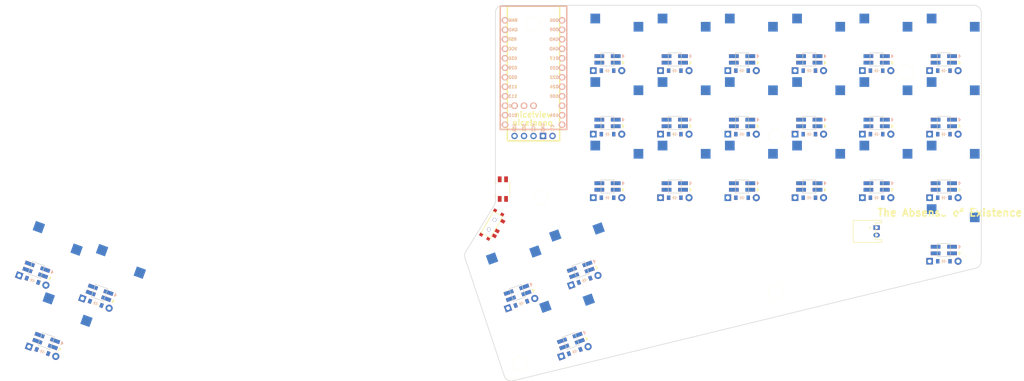
<source format=kicad_pcb>


(kicad_pcb (version 20171130) (host pcbnew 5.1.6)

  (page A3)
  (title_block
    (title "theguy2")
    (rev "v1.0.0")
    (company "Unknown")
  )

  (general
    (thickness 1.6)
  )

  (layers
    (0 F.Cu signal)
    (31 B.Cu signal)
    (32 B.Adhes user)
    (33 F.Adhes user)
    (34 B.Paste user)
    (35 F.Paste user)
    (36 B.SilkS user)
    (37 F.SilkS user)
    (38 B.Mask user)
    (39 F.Mask user)
    (40 Dwgs.User user)
    (41 Cmts.User user)
    (42 Eco1.User user)
    (43 Eco2.User user)
    (44 Edge.Cuts user)
    (45 Margin user)
    (46 B.CrtYd user)
    (47 F.CrtYd user)
    (48 B.Fab user)
    (49 F.Fab user)
  )

  (setup
    (last_trace_width 0.25)
    (trace_clearance 0.2)
    (zone_clearance 0.508)
    (zone_45_only no)
    (trace_min 0.2)
    (via_size 0.8)
    (via_drill 0.4)
    (via_min_size 0.4)
    (via_min_drill 0.3)
    (uvia_size 0.3)
    (uvia_drill 0.1)
    (uvias_allowed no)
    (uvia_min_size 0.2)
    (uvia_min_drill 0.1)
    (edge_width 0.05)
    (segment_width 0.2)
    (pcb_text_width 0.3)
    (pcb_text_size 1.5 1.5)
    (mod_edge_width 0.12)
    (mod_text_size 1 1)
    (mod_text_width 0.15)
    (pad_size 1.524 1.524)
    (pad_drill 0.762)
    (pad_to_mask_clearance 0.05)
    (aux_axis_origin 0 0)
    (visible_elements FFFFFF7F)
    (pcbplotparams
      (layerselection 0x010fc_ffffffff)
      (usegerberextensions false)
      (usegerberattributes true)
      (usegerberadvancedattributes true)
      (creategerberjobfile true)
      (excludeedgelayer true)
      (linewidth 0.100000)
      (plotframeref false)
      (viasonmask false)
      (mode 1)
      (useauxorigin false)
      (hpglpennumber 1)
      (hpglpenspeed 20)
      (hpglpendiameter 15.000000)
      (psnegative false)
      (psa4output false)
      (plotreference true)
      (plotvalue true)
      (plotinvisibletext false)
      (padsonsilk false)
      (subtractmaskfromsilk false)
      (outputformat 1)
      (mirror false)
      (drillshape 1)
      (scaleselection 1)
      (outputdirectory ""))
  )

  (net 0 "")
(net 1 "P113")
(net 2 "layer_cluster")
(net 3 "P111")
(net 4 "space_cluster")
(net 5 "extra_cluster")
(net 6 "P031")
(net 7 "mirror_hell_last")
(net 8 "mirror_hell_bottom")
(net 9 "mirror_hell_home")
(net 10 "mirror_hell_top")
(net 11 "P029")
(net 12 "mirror_pinky_bottom")
(net 13 "mirror_pinky_home")
(net 14 "mirror_pinky_top")
(net 15 "P002")
(net 16 "mirror_ring_bottom")
(net 17 "mirror_ring_home")
(net 18 "mirror_ring_top")
(net 19 "P115")
(net 20 "mirror_middle_bottom")
(net 21 "mirror_middle_home")
(net 22 "mirror_middle_top")
(net 23 "mirror_index_bottom")
(net 24 "mirror_index_home")
(net 25 "mirror_index_top")
(net 26 "mirror_inner_bottom")
(net 27 "mirror_inner_home")
(net 28 "mirror_inner_top")
(net 29 "mirror_layer_cluster")
(net 30 "mirror_space_cluster")
(net 31 "mirror_extra_cluster")
(net 32 "VCC")
(net 33 "GND")
(net 34 "P010")
(net 35 "P011")
(net 36 "P009")
(net 37 "P106")
(net 38 "P104")
(net 39 "RAW")
(net 40 "RST")
(net 41 "P006")
(net 42 "P008")
(net 43 "P017")
(net 44 "P020")
(net 45 "P022")
(net 46 "P024")
(net 47 "P100")
(net 48 "P101")
(net 49 "P102")
(net 50 "P107")
(net 51 "pos")

  (net_class Default "This is the default net class."
    (clearance 0.2)
    (trace_width 0.25)
    (via_dia 0.8)
    (via_drill 0.4)
    (uvia_dia 0.3)
    (uvia_drill 0.1)
    (add_net "")
(add_net "P113")
(add_net "layer_cluster")
(add_net "P111")
(add_net "space_cluster")
(add_net "extra_cluster")
(add_net "P031")
(add_net "mirror_hell_last")
(add_net "mirror_hell_bottom")
(add_net "mirror_hell_home")
(add_net "mirror_hell_top")
(add_net "P029")
(add_net "mirror_pinky_bottom")
(add_net "mirror_pinky_home")
(add_net "mirror_pinky_top")
(add_net "P002")
(add_net "mirror_ring_bottom")
(add_net "mirror_ring_home")
(add_net "mirror_ring_top")
(add_net "P115")
(add_net "mirror_middle_bottom")
(add_net "mirror_middle_home")
(add_net "mirror_middle_top")
(add_net "mirror_index_bottom")
(add_net "mirror_index_home")
(add_net "mirror_index_top")
(add_net "mirror_inner_bottom")
(add_net "mirror_inner_home")
(add_net "mirror_inner_top")
(add_net "mirror_layer_cluster")
(add_net "mirror_space_cluster")
(add_net "mirror_extra_cluster")
(add_net "VCC")
(add_net "GND")
(add_net "P010")
(add_net "P011")
(add_net "P009")
(add_net "P106")
(add_net "P104")
(add_net "RAW")
(add_net "RST")
(add_net "P006")
(add_net "P008")
(add_net "P017")
(add_net "P020")
(add_net "P022")
(add_net "P024")
(add_net "P100")
(add_net "P101")
(add_net "P102")
(add_net "P107")
(add_net "pos")
  )

  
        
      (module PG1350 (layer F.Cu) (tedit 5DD50112)
      (at 168.8715079 105.5920465 -20)

      
      (fp_text reference "S1" (at 0 0) (layer F.SilkS) hide (effects (font (size 1.27 1.27) (thickness 0.15))))
      (fp_text value "" (at 0 0) (layer F.SilkS) hide (effects (font (size 1.27 1.27) (thickness 0.15))))

      
      (fp_line (start -7 -6) (end -7 -7) (layer Dwgs.User) (width 0.15))
      (fp_line (start -7 7) (end -6 7) (layer Dwgs.User) (width 0.15))
      (fp_line (start -6 -7) (end -7 -7) (layer Dwgs.User) (width 0.15))
      (fp_line (start -7 7) (end -7 6) (layer Dwgs.User) (width 0.15))
      (fp_line (start 7 6) (end 7 7) (layer Dwgs.User) (width 0.15))
      (fp_line (start 7 -7) (end 6 -7) (layer Dwgs.User) (width 0.15))
      (fp_line (start 6 7) (end 7 7) (layer Dwgs.User) (width 0.15))
      (fp_line (start 7 -7) (end 7 -6) (layer Dwgs.User) (width 0.15))      
      
      
      (pad "" np_thru_hole circle (at 0 0) (size 3.429 3.429) (drill 3.429) (layers *.Cu *.Mask))
        
      
      (pad "" np_thru_hole circle (at 5.5 0) (size 1.7018 1.7018) (drill 1.7018) (layers *.Cu *.Mask))
      (pad "" np_thru_hole circle (at -5.5 0) (size 1.7018 1.7018) (drill 1.7018) (layers *.Cu *.Mask))
      
        
      
      (fp_line (start -9 -8.5) (end 9 -8.5) (layer Dwgs.User) (width 0.15))
      (fp_line (start 9 -8.5) (end 9 8.5) (layer Dwgs.User) (width 0.15))
      (fp_line (start 9 8.5) (end -9 8.5) (layer Dwgs.User) (width 0.15))
      (fp_line (start -9 8.5) (end -9 -8.5) (layer Dwgs.User) (width 0.15))
      
        
          
          (pad "" np_thru_hole circle (at 5 -3.75) (size 3 3) (drill 3) (layers *.Cu *.Mask))
          (pad "" np_thru_hole circle (at 0 -5.95) (size 3 3) (drill 3) (layers *.Cu *.Mask))
      
          
          (pad 1 smd rect (at -3.275 -5.95 -20) (size 2.6 2.6) (layers B.Cu B.Paste B.Mask)  (net 1 "P113"))
          (pad 2 smd rect (at 8.275 -3.75 -20) (size 2.6 2.6) (layers B.Cu B.Paste B.Mask)  (net 2 "layer_cluster"))
        )
        

        
      (module PG1350 (layer F.Cu) (tedit 5DD50112)
      (at 185.7859751 111.74840909999999 -20)

      
      (fp_text reference "S2" (at 0 0) (layer F.SilkS) hide (effects (font (size 1.27 1.27) (thickness 0.15))))
      (fp_text value "" (at 0 0) (layer F.SilkS) hide (effects (font (size 1.27 1.27) (thickness 0.15))))

      
      (fp_line (start -7 -6) (end -7 -7) (layer Dwgs.User) (width 0.15))
      (fp_line (start -7 7) (end -6 7) (layer Dwgs.User) (width 0.15))
      (fp_line (start -6 -7) (end -7 -7) (layer Dwgs.User) (width 0.15))
      (fp_line (start -7 7) (end -7 6) (layer Dwgs.User) (width 0.15))
      (fp_line (start 7 6) (end 7 7) (layer Dwgs.User) (width 0.15))
      (fp_line (start 7 -7) (end 6 -7) (layer Dwgs.User) (width 0.15))
      (fp_line (start 6 7) (end 7 7) (layer Dwgs.User) (width 0.15))
      (fp_line (start 7 -7) (end 7 -6) (layer Dwgs.User) (width 0.15))      
      
      
      (pad "" np_thru_hole circle (at 0 0) (size 3.429 3.429) (drill 3.429) (layers *.Cu *.Mask))
        
      
      (pad "" np_thru_hole circle (at 5.5 0) (size 1.7018 1.7018) (drill 1.7018) (layers *.Cu *.Mask))
      (pad "" np_thru_hole circle (at -5.5 0) (size 1.7018 1.7018) (drill 1.7018) (layers *.Cu *.Mask))
      
        
      
      (fp_line (start -9 -8.5) (end 9 -8.5) (layer Dwgs.User) (width 0.15))
      (fp_line (start 9 -8.5) (end 9 8.5) (layer Dwgs.User) (width 0.15))
      (fp_line (start 9 8.5) (end -9 8.5) (layer Dwgs.User) (width 0.15))
      (fp_line (start -9 8.5) (end -9 -8.5) (layer Dwgs.User) (width 0.15))
      
        
          
          (pad "" np_thru_hole circle (at 5 -3.75) (size 3 3) (drill 3) (layers *.Cu *.Mask))
          (pad "" np_thru_hole circle (at 0 -5.95) (size 3 3) (drill 3) (layers *.Cu *.Mask))
      
          
          (pad 1 smd rect (at -3.275 -5.95 -20) (size 2.6 2.6) (layers B.Cu B.Paste B.Mask)  (net 3 "P111"))
          (pad 2 smd rect (at 8.275 -3.75 -20) (size 2.6 2.6) (layers B.Cu B.Paste B.Mask)  (net 4 "space_cluster"))
        )
        

        
      (module PG1350 (layer F.Cu) (tedit 5DD50112)
      (at 171.51439910000002 124.64500229999999 -20)

      
      (fp_text reference "S3" (at 0 0) (layer F.SilkS) hide (effects (font (size 1.27 1.27) (thickness 0.15))))
      (fp_text value "" (at 0 0) (layer F.SilkS) hide (effects (font (size 1.27 1.27) (thickness 0.15))))

      
      (fp_line (start -7 -6) (end -7 -7) (layer Dwgs.User) (width 0.15))
      (fp_line (start -7 7) (end -6 7) (layer Dwgs.User) (width 0.15))
      (fp_line (start -6 -7) (end -7 -7) (layer Dwgs.User) (width 0.15))
      (fp_line (start -7 7) (end -7 6) (layer Dwgs.User) (width 0.15))
      (fp_line (start 7 6) (end 7 7) (layer Dwgs.User) (width 0.15))
      (fp_line (start 7 -7) (end 6 -7) (layer Dwgs.User) (width 0.15))
      (fp_line (start 6 7) (end 7 7) (layer Dwgs.User) (width 0.15))
      (fp_line (start 7 -7) (end 7 -6) (layer Dwgs.User) (width 0.15))      
      
      
      (pad "" np_thru_hole circle (at 0 0) (size 3.429 3.429) (drill 3.429) (layers *.Cu *.Mask))
        
      
      (pad "" np_thru_hole circle (at 5.5 0) (size 1.7018 1.7018) (drill 1.7018) (layers *.Cu *.Mask))
      (pad "" np_thru_hole circle (at -5.5 0) (size 1.7018 1.7018) (drill 1.7018) (layers *.Cu *.Mask))
      
        
      
      (fp_line (start -9 -8.5) (end 9 -8.5) (layer Dwgs.User) (width 0.15))
      (fp_line (start 9 -8.5) (end 9 8.5) (layer Dwgs.User) (width 0.15))
      (fp_line (start 9 8.5) (end -9 8.5) (layer Dwgs.User) (width 0.15))
      (fp_line (start -9 8.5) (end -9 -8.5) (layer Dwgs.User) (width 0.15))
      
        
          
          (pad "" np_thru_hole circle (at 5 -3.75) (size 3 3) (drill 3) (layers *.Cu *.Mask))
          (pad "" np_thru_hole circle (at 0 -5.95) (size 3 3) (drill 3) (layers *.Cu *.Mask))
      
          
          (pad 1 smd rect (at -3.275 -5.95 -20) (size 2.6 2.6) (layers B.Cu B.Paste B.Mask)  (net 3 "P111"))
          (pad 2 smd rect (at 8.275 -3.75 -20) (size 2.6 2.6) (layers B.Cu B.Paste B.Mask)  (net 5 "extra_cluster"))
        )
        

        
      (module PG1350 (layer F.Cu) (tedit 5DD50112)
      (at 410 100 0)

      
      (fp_text reference "S4" (at 0 0) (layer F.SilkS) hide (effects (font (size 1.27 1.27) (thickness 0.15))))
      (fp_text value "" (at 0 0) (layer F.SilkS) hide (effects (font (size 1.27 1.27) (thickness 0.15))))

      
      (fp_line (start -7 -6) (end -7 -7) (layer Dwgs.User) (width 0.15))
      (fp_line (start -7 7) (end -6 7) (layer Dwgs.User) (width 0.15))
      (fp_line (start -6 -7) (end -7 -7) (layer Dwgs.User) (width 0.15))
      (fp_line (start -7 7) (end -7 6) (layer Dwgs.User) (width 0.15))
      (fp_line (start 7 6) (end 7 7) (layer Dwgs.User) (width 0.15))
      (fp_line (start 7 -7) (end 6 -7) (layer Dwgs.User) (width 0.15))
      (fp_line (start 6 7) (end 7 7) (layer Dwgs.User) (width 0.15))
      (fp_line (start 7 -7) (end 7 -6) (layer Dwgs.User) (width 0.15))      
      
      
      (pad "" np_thru_hole circle (at 0 0) (size 3.429 3.429) (drill 3.429) (layers *.Cu *.Mask))
        
      
      (pad "" np_thru_hole circle (at 5.5 0) (size 1.7018 1.7018) (drill 1.7018) (layers *.Cu *.Mask))
      (pad "" np_thru_hole circle (at -5.5 0) (size 1.7018 1.7018) (drill 1.7018) (layers *.Cu *.Mask))
      
        
      
      (fp_line (start -9 -8.5) (end 9 -8.5) (layer Dwgs.User) (width 0.15))
      (fp_line (start 9 -8.5) (end 9 8.5) (layer Dwgs.User) (width 0.15))
      (fp_line (start 9 8.5) (end -9 8.5) (layer Dwgs.User) (width 0.15))
      (fp_line (start -9 8.5) (end -9 -8.5) (layer Dwgs.User) (width 0.15))
      
        
          
          (pad "" np_thru_hole circle (at 5 -3.75) (size 3 3) (drill 3) (layers *.Cu *.Mask))
          (pad "" np_thru_hole circle (at 0 -5.95) (size 3 3) (drill 3) (layers *.Cu *.Mask))
      
          
          (pad 1 smd rect (at -3.275 -5.95 0) (size 2.6 2.6) (layers B.Cu B.Paste B.Mask)  (net 6 "P031"))
          (pad 2 smd rect (at 8.275 -3.75 0) (size 2.6 2.6) (layers B.Cu B.Paste B.Mask)  (net 7 "mirror_hell_last"))
        )
        

        
      (module PG1350 (layer F.Cu) (tedit 5DD50112)
      (at 410 83 0)

      
      (fp_text reference "S5" (at 0 0) (layer F.SilkS) hide (effects (font (size 1.27 1.27) (thickness 0.15))))
      (fp_text value "" (at 0 0) (layer F.SilkS) hide (effects (font (size 1.27 1.27) (thickness 0.15))))

      
      (fp_line (start -7 -6) (end -7 -7) (layer Dwgs.User) (width 0.15))
      (fp_line (start -7 7) (end -6 7) (layer Dwgs.User) (width 0.15))
      (fp_line (start -6 -7) (end -7 -7) (layer Dwgs.User) (width 0.15))
      (fp_line (start -7 7) (end -7 6) (layer Dwgs.User) (width 0.15))
      (fp_line (start 7 6) (end 7 7) (layer Dwgs.User) (width 0.15))
      (fp_line (start 7 -7) (end 6 -7) (layer Dwgs.User) (width 0.15))
      (fp_line (start 6 7) (end 7 7) (layer Dwgs.User) (width 0.15))
      (fp_line (start 7 -7) (end 7 -6) (layer Dwgs.User) (width 0.15))      
      
      
      (pad "" np_thru_hole circle (at 0 0) (size 3.429 3.429) (drill 3.429) (layers *.Cu *.Mask))
        
      
      (pad "" np_thru_hole circle (at 5.5 0) (size 1.7018 1.7018) (drill 1.7018) (layers *.Cu *.Mask))
      (pad "" np_thru_hole circle (at -5.5 0) (size 1.7018 1.7018) (drill 1.7018) (layers *.Cu *.Mask))
      
        
      
      (fp_line (start -9 -8.5) (end 9 -8.5) (layer Dwgs.User) (width 0.15))
      (fp_line (start 9 -8.5) (end 9 8.5) (layer Dwgs.User) (width 0.15))
      (fp_line (start 9 8.5) (end -9 8.5) (layer Dwgs.User) (width 0.15))
      (fp_line (start -9 8.5) (end -9 -8.5) (layer Dwgs.User) (width 0.15))
      
        
          
          (pad "" np_thru_hole circle (at 5 -3.75) (size 3 3) (drill 3) (layers *.Cu *.Mask))
          (pad "" np_thru_hole circle (at 0 -5.95) (size 3 3) (drill 3) (layers *.Cu *.Mask))
      
          
          (pad 1 smd rect (at -3.275 -5.95 0) (size 2.6 2.6) (layers B.Cu B.Paste B.Mask)  (net 6 "P031"))
          (pad 2 smd rect (at 8.275 -3.75 0) (size 2.6 2.6) (layers B.Cu B.Paste B.Mask)  (net 8 "mirror_hell_bottom"))
        )
        

        
      (module PG1350 (layer F.Cu) (tedit 5DD50112)
      (at 410 66 0)

      
      (fp_text reference "S6" (at 0 0) (layer F.SilkS) hide (effects (font (size 1.27 1.27) (thickness 0.15))))
      (fp_text value "" (at 0 0) (layer F.SilkS) hide (effects (font (size 1.27 1.27) (thickness 0.15))))

      
      (fp_line (start -7 -6) (end -7 -7) (layer Dwgs.User) (width 0.15))
      (fp_line (start -7 7) (end -6 7) (layer Dwgs.User) (width 0.15))
      (fp_line (start -6 -7) (end -7 -7) (layer Dwgs.User) (width 0.15))
      (fp_line (start -7 7) (end -7 6) (layer Dwgs.User) (width 0.15))
      (fp_line (start 7 6) (end 7 7) (layer Dwgs.User) (width 0.15))
      (fp_line (start 7 -7) (end 6 -7) (layer Dwgs.User) (width 0.15))
      (fp_line (start 6 7) (end 7 7) (layer Dwgs.User) (width 0.15))
      (fp_line (start 7 -7) (end 7 -6) (layer Dwgs.User) (width 0.15))      
      
      
      (pad "" np_thru_hole circle (at 0 0) (size 3.429 3.429) (drill 3.429) (layers *.Cu *.Mask))
        
      
      (pad "" np_thru_hole circle (at 5.5 0) (size 1.7018 1.7018) (drill 1.7018) (layers *.Cu *.Mask))
      (pad "" np_thru_hole circle (at -5.5 0) (size 1.7018 1.7018) (drill 1.7018) (layers *.Cu *.Mask))
      
        
      
      (fp_line (start -9 -8.5) (end 9 -8.5) (layer Dwgs.User) (width 0.15))
      (fp_line (start 9 -8.5) (end 9 8.5) (layer Dwgs.User) (width 0.15))
      (fp_line (start 9 8.5) (end -9 8.5) (layer Dwgs.User) (width 0.15))
      (fp_line (start -9 8.5) (end -9 -8.5) (layer Dwgs.User) (width 0.15))
      
        
          
          (pad "" np_thru_hole circle (at 5 -3.75) (size 3 3) (drill 3) (layers *.Cu *.Mask))
          (pad "" np_thru_hole circle (at 0 -5.95) (size 3 3) (drill 3) (layers *.Cu *.Mask))
      
          
          (pad 1 smd rect (at -3.275 -5.95 0) (size 2.6 2.6) (layers B.Cu B.Paste B.Mask)  (net 6 "P031"))
          (pad 2 smd rect (at 8.275 -3.75 0) (size 2.6 2.6) (layers B.Cu B.Paste B.Mask)  (net 9 "mirror_hell_home"))
        )
        

        
      (module PG1350 (layer F.Cu) (tedit 5DD50112)
      (at 410 49 0)

      
      (fp_text reference "S7" (at 0 0) (layer F.SilkS) hide (effects (font (size 1.27 1.27) (thickness 0.15))))
      (fp_text value "" (at 0 0) (layer F.SilkS) hide (effects (font (size 1.27 1.27) (thickness 0.15))))

      
      (fp_line (start -7 -6) (end -7 -7) (layer Dwgs.User) (width 0.15))
      (fp_line (start -7 7) (end -6 7) (layer Dwgs.User) (width 0.15))
      (fp_line (start -6 -7) (end -7 -7) (layer Dwgs.User) (width 0.15))
      (fp_line (start -7 7) (end -7 6) (layer Dwgs.User) (width 0.15))
      (fp_line (start 7 6) (end 7 7) (layer Dwgs.User) (width 0.15))
      (fp_line (start 7 -7) (end 6 -7) (layer Dwgs.User) (width 0.15))
      (fp_line (start 6 7) (end 7 7) (layer Dwgs.User) (width 0.15))
      (fp_line (start 7 -7) (end 7 -6) (layer Dwgs.User) (width 0.15))      
      
      
      (pad "" np_thru_hole circle (at 0 0) (size 3.429 3.429) (drill 3.429) (layers *.Cu *.Mask))
        
      
      (pad "" np_thru_hole circle (at 5.5 0) (size 1.7018 1.7018) (drill 1.7018) (layers *.Cu *.Mask))
      (pad "" np_thru_hole circle (at -5.5 0) (size 1.7018 1.7018) (drill 1.7018) (layers *.Cu *.Mask))
      
        
      
      (fp_line (start -9 -8.5) (end 9 -8.5) (layer Dwgs.User) (width 0.15))
      (fp_line (start 9 -8.5) (end 9 8.5) (layer Dwgs.User) (width 0.15))
      (fp_line (start 9 8.5) (end -9 8.5) (layer Dwgs.User) (width 0.15))
      (fp_line (start -9 8.5) (end -9 -8.5) (layer Dwgs.User) (width 0.15))
      
        
          
          (pad "" np_thru_hole circle (at 5 -3.75) (size 3 3) (drill 3) (layers *.Cu *.Mask))
          (pad "" np_thru_hole circle (at 0 -5.95) (size 3 3) (drill 3) (layers *.Cu *.Mask))
      
          
          (pad 1 smd rect (at -3.275 -5.95 0) (size 2.6 2.6) (layers B.Cu B.Paste B.Mask)  (net 6 "P031"))
          (pad 2 smd rect (at 8.275 -3.75 0) (size 2.6 2.6) (layers B.Cu B.Paste B.Mask)  (net 10 "mirror_hell_top"))
        )
        

        
      (module PG1350 (layer F.Cu) (tedit 5DD50112)
      (at 392 83 0)

      
      (fp_text reference "S8" (at 0 0) (layer F.SilkS) hide (effects (font (size 1.27 1.27) (thickness 0.15))))
      (fp_text value "" (at 0 0) (layer F.SilkS) hide (effects (font (size 1.27 1.27) (thickness 0.15))))

      
      (fp_line (start -7 -6) (end -7 -7) (layer Dwgs.User) (width 0.15))
      (fp_line (start -7 7) (end -6 7) (layer Dwgs.User) (width 0.15))
      (fp_line (start -6 -7) (end -7 -7) (layer Dwgs.User) (width 0.15))
      (fp_line (start -7 7) (end -7 6) (layer Dwgs.User) (width 0.15))
      (fp_line (start 7 6) (end 7 7) (layer Dwgs.User) (width 0.15))
      (fp_line (start 7 -7) (end 6 -7) (layer Dwgs.User) (width 0.15))
      (fp_line (start 6 7) (end 7 7) (layer Dwgs.User) (width 0.15))
      (fp_line (start 7 -7) (end 7 -6) (layer Dwgs.User) (width 0.15))      
      
      
      (pad "" np_thru_hole circle (at 0 0) (size 3.429 3.429) (drill 3.429) (layers *.Cu *.Mask))
        
      
      (pad "" np_thru_hole circle (at 5.5 0) (size 1.7018 1.7018) (drill 1.7018) (layers *.Cu *.Mask))
      (pad "" np_thru_hole circle (at -5.5 0) (size 1.7018 1.7018) (drill 1.7018) (layers *.Cu *.Mask))
      
        
      
      (fp_line (start -9 -8.5) (end 9 -8.5) (layer Dwgs.User) (width 0.15))
      (fp_line (start 9 -8.5) (end 9 8.5) (layer Dwgs.User) (width 0.15))
      (fp_line (start 9 8.5) (end -9 8.5) (layer Dwgs.User) (width 0.15))
      (fp_line (start -9 8.5) (end -9 -8.5) (layer Dwgs.User) (width 0.15))
      
        
          
          (pad "" np_thru_hole circle (at 5 -3.75) (size 3 3) (drill 3) (layers *.Cu *.Mask))
          (pad "" np_thru_hole circle (at 0 -5.95) (size 3 3) (drill 3) (layers *.Cu *.Mask))
      
          
          (pad 1 smd rect (at -3.275 -5.95 0) (size 2.6 2.6) (layers B.Cu B.Paste B.Mask)  (net 11 "P029"))
          (pad 2 smd rect (at 8.275 -3.75 0) (size 2.6 2.6) (layers B.Cu B.Paste B.Mask)  (net 12 "mirror_pinky_bottom"))
        )
        

        
      (module PG1350 (layer F.Cu) (tedit 5DD50112)
      (at 392 66 0)

      
      (fp_text reference "S9" (at 0 0) (layer F.SilkS) hide (effects (font (size 1.27 1.27) (thickness 0.15))))
      (fp_text value "" (at 0 0) (layer F.SilkS) hide (effects (font (size 1.27 1.27) (thickness 0.15))))

      
      (fp_line (start -7 -6) (end -7 -7) (layer Dwgs.User) (width 0.15))
      (fp_line (start -7 7) (end -6 7) (layer Dwgs.User) (width 0.15))
      (fp_line (start -6 -7) (end -7 -7) (layer Dwgs.User) (width 0.15))
      (fp_line (start -7 7) (end -7 6) (layer Dwgs.User) (width 0.15))
      (fp_line (start 7 6) (end 7 7) (layer Dwgs.User) (width 0.15))
      (fp_line (start 7 -7) (end 6 -7) (layer Dwgs.User) (width 0.15))
      (fp_line (start 6 7) (end 7 7) (layer Dwgs.User) (width 0.15))
      (fp_line (start 7 -7) (end 7 -6) (layer Dwgs.User) (width 0.15))      
      
      
      (pad "" np_thru_hole circle (at 0 0) (size 3.429 3.429) (drill 3.429) (layers *.Cu *.Mask))
        
      
      (pad "" np_thru_hole circle (at 5.5 0) (size 1.7018 1.7018) (drill 1.7018) (layers *.Cu *.Mask))
      (pad "" np_thru_hole circle (at -5.5 0) (size 1.7018 1.7018) (drill 1.7018) (layers *.Cu *.Mask))
      
        
      
      (fp_line (start -9 -8.5) (end 9 -8.5) (layer Dwgs.User) (width 0.15))
      (fp_line (start 9 -8.5) (end 9 8.5) (layer Dwgs.User) (width 0.15))
      (fp_line (start 9 8.5) (end -9 8.5) (layer Dwgs.User) (width 0.15))
      (fp_line (start -9 8.5) (end -9 -8.5) (layer Dwgs.User) (width 0.15))
      
        
          
          (pad "" np_thru_hole circle (at 5 -3.75) (size 3 3) (drill 3) (layers *.Cu *.Mask))
          (pad "" np_thru_hole circle (at 0 -5.95) (size 3 3) (drill 3) (layers *.Cu *.Mask))
      
          
          (pad 1 smd rect (at -3.275 -5.95 0) (size 2.6 2.6) (layers B.Cu B.Paste B.Mask)  (net 11 "P029"))
          (pad 2 smd rect (at 8.275 -3.75 0) (size 2.6 2.6) (layers B.Cu B.Paste B.Mask)  (net 13 "mirror_pinky_home"))
        )
        

        
      (module PG1350 (layer F.Cu) (tedit 5DD50112)
      (at 392 49 0)

      
      (fp_text reference "S10" (at 0 0) (layer F.SilkS) hide (effects (font (size 1.27 1.27) (thickness 0.15))))
      (fp_text value "" (at 0 0) (layer F.SilkS) hide (effects (font (size 1.27 1.27) (thickness 0.15))))

      
      (fp_line (start -7 -6) (end -7 -7) (layer Dwgs.User) (width 0.15))
      (fp_line (start -7 7) (end -6 7) (layer Dwgs.User) (width 0.15))
      (fp_line (start -6 -7) (end -7 -7) (layer Dwgs.User) (width 0.15))
      (fp_line (start -7 7) (end -7 6) (layer Dwgs.User) (width 0.15))
      (fp_line (start 7 6) (end 7 7) (layer Dwgs.User) (width 0.15))
      (fp_line (start 7 -7) (end 6 -7) (layer Dwgs.User) (width 0.15))
      (fp_line (start 6 7) (end 7 7) (layer Dwgs.User) (width 0.15))
      (fp_line (start 7 -7) (end 7 -6) (layer Dwgs.User) (width 0.15))      
      
      
      (pad "" np_thru_hole circle (at 0 0) (size 3.429 3.429) (drill 3.429) (layers *.Cu *.Mask))
        
      
      (pad "" np_thru_hole circle (at 5.5 0) (size 1.7018 1.7018) (drill 1.7018) (layers *.Cu *.Mask))
      (pad "" np_thru_hole circle (at -5.5 0) (size 1.7018 1.7018) (drill 1.7018) (layers *.Cu *.Mask))
      
        
      
      (fp_line (start -9 -8.5) (end 9 -8.5) (layer Dwgs.User) (width 0.15))
      (fp_line (start 9 -8.5) (end 9 8.5) (layer Dwgs.User) (width 0.15))
      (fp_line (start 9 8.5) (end -9 8.5) (layer Dwgs.User) (width 0.15))
      (fp_line (start -9 8.5) (end -9 -8.5) (layer Dwgs.User) (width 0.15))
      
        
          
          (pad "" np_thru_hole circle (at 5 -3.75) (size 3 3) (drill 3) (layers *.Cu *.Mask))
          (pad "" np_thru_hole circle (at 0 -5.95) (size 3 3) (drill 3) (layers *.Cu *.Mask))
      
          
          (pad 1 smd rect (at -3.275 -5.95 0) (size 2.6 2.6) (layers B.Cu B.Paste B.Mask)  (net 11 "P029"))
          (pad 2 smd rect (at 8.275 -3.75 0) (size 2.6 2.6) (layers B.Cu B.Paste B.Mask)  (net 14 "mirror_pinky_top"))
        )
        

        
      (module PG1350 (layer F.Cu) (tedit 5DD50112)
      (at 374 83 0)

      
      (fp_text reference "S11" (at 0 0) (layer F.SilkS) hide (effects (font (size 1.27 1.27) (thickness 0.15))))
      (fp_text value "" (at 0 0) (layer F.SilkS) hide (effects (font (size 1.27 1.27) (thickness 0.15))))

      
      (fp_line (start -7 -6) (end -7 -7) (layer Dwgs.User) (width 0.15))
      (fp_line (start -7 7) (end -6 7) (layer Dwgs.User) (width 0.15))
      (fp_line (start -6 -7) (end -7 -7) (layer Dwgs.User) (width 0.15))
      (fp_line (start -7 7) (end -7 6) (layer Dwgs.User) (width 0.15))
      (fp_line (start 7 6) (end 7 7) (layer Dwgs.User) (width 0.15))
      (fp_line (start 7 -7) (end 6 -7) (layer Dwgs.User) (width 0.15))
      (fp_line (start 6 7) (end 7 7) (layer Dwgs.User) (width 0.15))
      (fp_line (start 7 -7) (end 7 -6) (layer Dwgs.User) (width 0.15))      
      
      
      (pad "" np_thru_hole circle (at 0 0) (size 3.429 3.429) (drill 3.429) (layers *.Cu *.Mask))
        
      
      (pad "" np_thru_hole circle (at 5.5 0) (size 1.7018 1.7018) (drill 1.7018) (layers *.Cu *.Mask))
      (pad "" np_thru_hole circle (at -5.5 0) (size 1.7018 1.7018) (drill 1.7018) (layers *.Cu *.Mask))
      
        
      
      (fp_line (start -9 -8.5) (end 9 -8.5) (layer Dwgs.User) (width 0.15))
      (fp_line (start 9 -8.5) (end 9 8.5) (layer Dwgs.User) (width 0.15))
      (fp_line (start 9 8.5) (end -9 8.5) (layer Dwgs.User) (width 0.15))
      (fp_line (start -9 8.5) (end -9 -8.5) (layer Dwgs.User) (width 0.15))
      
        
          
          (pad "" np_thru_hole circle (at 5 -3.75) (size 3 3) (drill 3) (layers *.Cu *.Mask))
          (pad "" np_thru_hole circle (at 0 -5.95) (size 3 3) (drill 3) (layers *.Cu *.Mask))
      
          
          (pad 1 smd rect (at -3.275 -5.95 0) (size 2.6 2.6) (layers B.Cu B.Paste B.Mask)  (net 15 "P002"))
          (pad 2 smd rect (at 8.275 -3.75 0) (size 2.6 2.6) (layers B.Cu B.Paste B.Mask)  (net 16 "mirror_ring_bottom"))
        )
        

        
      (module PG1350 (layer F.Cu) (tedit 5DD50112)
      (at 374 66 0)

      
      (fp_text reference "S12" (at 0 0) (layer F.SilkS) hide (effects (font (size 1.27 1.27) (thickness 0.15))))
      (fp_text value "" (at 0 0) (layer F.SilkS) hide (effects (font (size 1.27 1.27) (thickness 0.15))))

      
      (fp_line (start -7 -6) (end -7 -7) (layer Dwgs.User) (width 0.15))
      (fp_line (start -7 7) (end -6 7) (layer Dwgs.User) (width 0.15))
      (fp_line (start -6 -7) (end -7 -7) (layer Dwgs.User) (width 0.15))
      (fp_line (start -7 7) (end -7 6) (layer Dwgs.User) (width 0.15))
      (fp_line (start 7 6) (end 7 7) (layer Dwgs.User) (width 0.15))
      (fp_line (start 7 -7) (end 6 -7) (layer Dwgs.User) (width 0.15))
      (fp_line (start 6 7) (end 7 7) (layer Dwgs.User) (width 0.15))
      (fp_line (start 7 -7) (end 7 -6) (layer Dwgs.User) (width 0.15))      
      
      
      (pad "" np_thru_hole circle (at 0 0) (size 3.429 3.429) (drill 3.429) (layers *.Cu *.Mask))
        
      
      (pad "" np_thru_hole circle (at 5.5 0) (size 1.7018 1.7018) (drill 1.7018) (layers *.Cu *.Mask))
      (pad "" np_thru_hole circle (at -5.5 0) (size 1.7018 1.7018) (drill 1.7018) (layers *.Cu *.Mask))
      
        
      
      (fp_line (start -9 -8.5) (end 9 -8.5) (layer Dwgs.User) (width 0.15))
      (fp_line (start 9 -8.5) (end 9 8.5) (layer Dwgs.User) (width 0.15))
      (fp_line (start 9 8.5) (end -9 8.5) (layer Dwgs.User) (width 0.15))
      (fp_line (start -9 8.5) (end -9 -8.5) (layer Dwgs.User) (width 0.15))
      
        
          
          (pad "" np_thru_hole circle (at 5 -3.75) (size 3 3) (drill 3) (layers *.Cu *.Mask))
          (pad "" np_thru_hole circle (at 0 -5.95) (size 3 3) (drill 3) (layers *.Cu *.Mask))
      
          
          (pad 1 smd rect (at -3.275 -5.95 0) (size 2.6 2.6) (layers B.Cu B.Paste B.Mask)  (net 15 "P002"))
          (pad 2 smd rect (at 8.275 -3.75 0) (size 2.6 2.6) (layers B.Cu B.Paste B.Mask)  (net 17 "mirror_ring_home"))
        )
        

        
      (module PG1350 (layer F.Cu) (tedit 5DD50112)
      (at 374 49 0)

      
      (fp_text reference "S13" (at 0 0) (layer F.SilkS) hide (effects (font (size 1.27 1.27) (thickness 0.15))))
      (fp_text value "" (at 0 0) (layer F.SilkS) hide (effects (font (size 1.27 1.27) (thickness 0.15))))

      
      (fp_line (start -7 -6) (end -7 -7) (layer Dwgs.User) (width 0.15))
      (fp_line (start -7 7) (end -6 7) (layer Dwgs.User) (width 0.15))
      (fp_line (start -6 -7) (end -7 -7) (layer Dwgs.User) (width 0.15))
      (fp_line (start -7 7) (end -7 6) (layer Dwgs.User) (width 0.15))
      (fp_line (start 7 6) (end 7 7) (layer Dwgs.User) (width 0.15))
      (fp_line (start 7 -7) (end 6 -7) (layer Dwgs.User) (width 0.15))
      (fp_line (start 6 7) (end 7 7) (layer Dwgs.User) (width 0.15))
      (fp_line (start 7 -7) (end 7 -6) (layer Dwgs.User) (width 0.15))      
      
      
      (pad "" np_thru_hole circle (at 0 0) (size 3.429 3.429) (drill 3.429) (layers *.Cu *.Mask))
        
      
      (pad "" np_thru_hole circle (at 5.5 0) (size 1.7018 1.7018) (drill 1.7018) (layers *.Cu *.Mask))
      (pad "" np_thru_hole circle (at -5.5 0) (size 1.7018 1.7018) (drill 1.7018) (layers *.Cu *.Mask))
      
        
      
      (fp_line (start -9 -8.5) (end 9 -8.5) (layer Dwgs.User) (width 0.15))
      (fp_line (start 9 -8.5) (end 9 8.5) (layer Dwgs.User) (width 0.15))
      (fp_line (start 9 8.5) (end -9 8.5) (layer Dwgs.User) (width 0.15))
      (fp_line (start -9 8.5) (end -9 -8.5) (layer Dwgs.User) (width 0.15))
      
        
          
          (pad "" np_thru_hole circle (at 5 -3.75) (size 3 3) (drill 3) (layers *.Cu *.Mask))
          (pad "" np_thru_hole circle (at 0 -5.95) (size 3 3) (drill 3) (layers *.Cu *.Mask))
      
          
          (pad 1 smd rect (at -3.275 -5.95 0) (size 2.6 2.6) (layers B.Cu B.Paste B.Mask)  (net 15 "P002"))
          (pad 2 smd rect (at 8.275 -3.75 0) (size 2.6 2.6) (layers B.Cu B.Paste B.Mask)  (net 18 "mirror_ring_top"))
        )
        

        
      (module PG1350 (layer F.Cu) (tedit 5DD50112)
      (at 356 83 0)

      
      (fp_text reference "S14" (at 0 0) (layer F.SilkS) hide (effects (font (size 1.27 1.27) (thickness 0.15))))
      (fp_text value "" (at 0 0) (layer F.SilkS) hide (effects (font (size 1.27 1.27) (thickness 0.15))))

      
      (fp_line (start -7 -6) (end -7 -7) (layer Dwgs.User) (width 0.15))
      (fp_line (start -7 7) (end -6 7) (layer Dwgs.User) (width 0.15))
      (fp_line (start -6 -7) (end -7 -7) (layer Dwgs.User) (width 0.15))
      (fp_line (start -7 7) (end -7 6) (layer Dwgs.User) (width 0.15))
      (fp_line (start 7 6) (end 7 7) (layer Dwgs.User) (width 0.15))
      (fp_line (start 7 -7) (end 6 -7) (layer Dwgs.User) (width 0.15))
      (fp_line (start 6 7) (end 7 7) (layer Dwgs.User) (width 0.15))
      (fp_line (start 7 -7) (end 7 -6) (layer Dwgs.User) (width 0.15))      
      
      
      (pad "" np_thru_hole circle (at 0 0) (size 3.429 3.429) (drill 3.429) (layers *.Cu *.Mask))
        
      
      (pad "" np_thru_hole circle (at 5.5 0) (size 1.7018 1.7018) (drill 1.7018) (layers *.Cu *.Mask))
      (pad "" np_thru_hole circle (at -5.5 0) (size 1.7018 1.7018) (drill 1.7018) (layers *.Cu *.Mask))
      
        
      
      (fp_line (start -9 -8.5) (end 9 -8.5) (layer Dwgs.User) (width 0.15))
      (fp_line (start 9 -8.5) (end 9 8.5) (layer Dwgs.User) (width 0.15))
      (fp_line (start 9 8.5) (end -9 8.5) (layer Dwgs.User) (width 0.15))
      (fp_line (start -9 8.5) (end -9 -8.5) (layer Dwgs.User) (width 0.15))
      
        
          
          (pad "" np_thru_hole circle (at 5 -3.75) (size 3 3) (drill 3) (layers *.Cu *.Mask))
          (pad "" np_thru_hole circle (at 0 -5.95) (size 3 3) (drill 3) (layers *.Cu *.Mask))
      
          
          (pad 1 smd rect (at -3.275 -5.95 0) (size 2.6 2.6) (layers B.Cu B.Paste B.Mask)  (net 19 "P115"))
          (pad 2 smd rect (at 8.275 -3.75 0) (size 2.6 2.6) (layers B.Cu B.Paste B.Mask)  (net 20 "mirror_middle_bottom"))
        )
        

        
      (module PG1350 (layer F.Cu) (tedit 5DD50112)
      (at 356 66 0)

      
      (fp_text reference "S15" (at 0 0) (layer F.SilkS) hide (effects (font (size 1.27 1.27) (thickness 0.15))))
      (fp_text value "" (at 0 0) (layer F.SilkS) hide (effects (font (size 1.27 1.27) (thickness 0.15))))

      
      (fp_line (start -7 -6) (end -7 -7) (layer Dwgs.User) (width 0.15))
      (fp_line (start -7 7) (end -6 7) (layer Dwgs.User) (width 0.15))
      (fp_line (start -6 -7) (end -7 -7) (layer Dwgs.User) (width 0.15))
      (fp_line (start -7 7) (end -7 6) (layer Dwgs.User) (width 0.15))
      (fp_line (start 7 6) (end 7 7) (layer Dwgs.User) (width 0.15))
      (fp_line (start 7 -7) (end 6 -7) (layer Dwgs.User) (width 0.15))
      (fp_line (start 6 7) (end 7 7) (layer Dwgs.User) (width 0.15))
      (fp_line (start 7 -7) (end 7 -6) (layer Dwgs.User) (width 0.15))      
      
      
      (pad "" np_thru_hole circle (at 0 0) (size 3.429 3.429) (drill 3.429) (layers *.Cu *.Mask))
        
      
      (pad "" np_thru_hole circle (at 5.5 0) (size 1.7018 1.7018) (drill 1.7018) (layers *.Cu *.Mask))
      (pad "" np_thru_hole circle (at -5.5 0) (size 1.7018 1.7018) (drill 1.7018) (layers *.Cu *.Mask))
      
        
      
      (fp_line (start -9 -8.5) (end 9 -8.5) (layer Dwgs.User) (width 0.15))
      (fp_line (start 9 -8.5) (end 9 8.5) (layer Dwgs.User) (width 0.15))
      (fp_line (start 9 8.5) (end -9 8.5) (layer Dwgs.User) (width 0.15))
      (fp_line (start -9 8.5) (end -9 -8.5) (layer Dwgs.User) (width 0.15))
      
        
          
          (pad "" np_thru_hole circle (at 5 -3.75) (size 3 3) (drill 3) (layers *.Cu *.Mask))
          (pad "" np_thru_hole circle (at 0 -5.95) (size 3 3) (drill 3) (layers *.Cu *.Mask))
      
          
          (pad 1 smd rect (at -3.275 -5.95 0) (size 2.6 2.6) (layers B.Cu B.Paste B.Mask)  (net 19 "P115"))
          (pad 2 smd rect (at 8.275 -3.75 0) (size 2.6 2.6) (layers B.Cu B.Paste B.Mask)  (net 21 "mirror_middle_home"))
        )
        

        
      (module PG1350 (layer F.Cu) (tedit 5DD50112)
      (at 356 49 0)

      
      (fp_text reference "S16" (at 0 0) (layer F.SilkS) hide (effects (font (size 1.27 1.27) (thickness 0.15))))
      (fp_text value "" (at 0 0) (layer F.SilkS) hide (effects (font (size 1.27 1.27) (thickness 0.15))))

      
      (fp_line (start -7 -6) (end -7 -7) (layer Dwgs.User) (width 0.15))
      (fp_line (start -7 7) (end -6 7) (layer Dwgs.User) (width 0.15))
      (fp_line (start -6 -7) (end -7 -7) (layer Dwgs.User) (width 0.15))
      (fp_line (start -7 7) (end -7 6) (layer Dwgs.User) (width 0.15))
      (fp_line (start 7 6) (end 7 7) (layer Dwgs.User) (width 0.15))
      (fp_line (start 7 -7) (end 6 -7) (layer Dwgs.User) (width 0.15))
      (fp_line (start 6 7) (end 7 7) (layer Dwgs.User) (width 0.15))
      (fp_line (start 7 -7) (end 7 -6) (layer Dwgs.User) (width 0.15))      
      
      
      (pad "" np_thru_hole circle (at 0 0) (size 3.429 3.429) (drill 3.429) (layers *.Cu *.Mask))
        
      
      (pad "" np_thru_hole circle (at 5.5 0) (size 1.7018 1.7018) (drill 1.7018) (layers *.Cu *.Mask))
      (pad "" np_thru_hole circle (at -5.5 0) (size 1.7018 1.7018) (drill 1.7018) (layers *.Cu *.Mask))
      
        
      
      (fp_line (start -9 -8.5) (end 9 -8.5) (layer Dwgs.User) (width 0.15))
      (fp_line (start 9 -8.5) (end 9 8.5) (layer Dwgs.User) (width 0.15))
      (fp_line (start 9 8.5) (end -9 8.5) (layer Dwgs.User) (width 0.15))
      (fp_line (start -9 8.5) (end -9 -8.5) (layer Dwgs.User) (width 0.15))
      
        
          
          (pad "" np_thru_hole circle (at 5 -3.75) (size 3 3) (drill 3) (layers *.Cu *.Mask))
          (pad "" np_thru_hole circle (at 0 -5.95) (size 3 3) (drill 3) (layers *.Cu *.Mask))
      
          
          (pad 1 smd rect (at -3.275 -5.95 0) (size 2.6 2.6) (layers B.Cu B.Paste B.Mask)  (net 19 "P115"))
          (pad 2 smd rect (at 8.275 -3.75 0) (size 2.6 2.6) (layers B.Cu B.Paste B.Mask)  (net 22 "mirror_middle_top"))
        )
        

        
      (module PG1350 (layer F.Cu) (tedit 5DD50112)
      (at 338 83 0)

      
      (fp_text reference "S17" (at 0 0) (layer F.SilkS) hide (effects (font (size 1.27 1.27) (thickness 0.15))))
      (fp_text value "" (at 0 0) (layer F.SilkS) hide (effects (font (size 1.27 1.27) (thickness 0.15))))

      
      (fp_line (start -7 -6) (end -7 -7) (layer Dwgs.User) (width 0.15))
      (fp_line (start -7 7) (end -6 7) (layer Dwgs.User) (width 0.15))
      (fp_line (start -6 -7) (end -7 -7) (layer Dwgs.User) (width 0.15))
      (fp_line (start -7 7) (end -7 6) (layer Dwgs.User) (width 0.15))
      (fp_line (start 7 6) (end 7 7) (layer Dwgs.User) (width 0.15))
      (fp_line (start 7 -7) (end 6 -7) (layer Dwgs.User) (width 0.15))
      (fp_line (start 6 7) (end 7 7) (layer Dwgs.User) (width 0.15))
      (fp_line (start 7 -7) (end 7 -6) (layer Dwgs.User) (width 0.15))      
      
      
      (pad "" np_thru_hole circle (at 0 0) (size 3.429 3.429) (drill 3.429) (layers *.Cu *.Mask))
        
      
      (pad "" np_thru_hole circle (at 5.5 0) (size 1.7018 1.7018) (drill 1.7018) (layers *.Cu *.Mask))
      (pad "" np_thru_hole circle (at -5.5 0) (size 1.7018 1.7018) (drill 1.7018) (layers *.Cu *.Mask))
      
        
      
      (fp_line (start -9 -8.5) (end 9 -8.5) (layer Dwgs.User) (width 0.15))
      (fp_line (start 9 -8.5) (end 9 8.5) (layer Dwgs.User) (width 0.15))
      (fp_line (start 9 8.5) (end -9 8.5) (layer Dwgs.User) (width 0.15))
      (fp_line (start -9 8.5) (end -9 -8.5) (layer Dwgs.User) (width 0.15))
      
        
          
          (pad "" np_thru_hole circle (at 5 -3.75) (size 3 3) (drill 3) (layers *.Cu *.Mask))
          (pad "" np_thru_hole circle (at 0 -5.95) (size 3 3) (drill 3) (layers *.Cu *.Mask))
      
          
          (pad 1 smd rect (at -3.275 -5.95 0) (size 2.6 2.6) (layers B.Cu B.Paste B.Mask)  (net 1 "P113"))
          (pad 2 smd rect (at 8.275 -3.75 0) (size 2.6 2.6) (layers B.Cu B.Paste B.Mask)  (net 23 "mirror_index_bottom"))
        )
        

        
      (module PG1350 (layer F.Cu) (tedit 5DD50112)
      (at 338 66 0)

      
      (fp_text reference "S18" (at 0 0) (layer F.SilkS) hide (effects (font (size 1.27 1.27) (thickness 0.15))))
      (fp_text value "" (at 0 0) (layer F.SilkS) hide (effects (font (size 1.27 1.27) (thickness 0.15))))

      
      (fp_line (start -7 -6) (end -7 -7) (layer Dwgs.User) (width 0.15))
      (fp_line (start -7 7) (end -6 7) (layer Dwgs.User) (width 0.15))
      (fp_line (start -6 -7) (end -7 -7) (layer Dwgs.User) (width 0.15))
      (fp_line (start -7 7) (end -7 6) (layer Dwgs.User) (width 0.15))
      (fp_line (start 7 6) (end 7 7) (layer Dwgs.User) (width 0.15))
      (fp_line (start 7 -7) (end 6 -7) (layer Dwgs.User) (width 0.15))
      (fp_line (start 6 7) (end 7 7) (layer Dwgs.User) (width 0.15))
      (fp_line (start 7 -7) (end 7 -6) (layer Dwgs.User) (width 0.15))      
      
      
      (pad "" np_thru_hole circle (at 0 0) (size 3.429 3.429) (drill 3.429) (layers *.Cu *.Mask))
        
      
      (pad "" np_thru_hole circle (at 5.5 0) (size 1.7018 1.7018) (drill 1.7018) (layers *.Cu *.Mask))
      (pad "" np_thru_hole circle (at -5.5 0) (size 1.7018 1.7018) (drill 1.7018) (layers *.Cu *.Mask))
      
        
      
      (fp_line (start -9 -8.5) (end 9 -8.5) (layer Dwgs.User) (width 0.15))
      (fp_line (start 9 -8.5) (end 9 8.5) (layer Dwgs.User) (width 0.15))
      (fp_line (start 9 8.5) (end -9 8.5) (layer Dwgs.User) (width 0.15))
      (fp_line (start -9 8.5) (end -9 -8.5) (layer Dwgs.User) (width 0.15))
      
        
          
          (pad "" np_thru_hole circle (at 5 -3.75) (size 3 3) (drill 3) (layers *.Cu *.Mask))
          (pad "" np_thru_hole circle (at 0 -5.95) (size 3 3) (drill 3) (layers *.Cu *.Mask))
      
          
          (pad 1 smd rect (at -3.275 -5.95 0) (size 2.6 2.6) (layers B.Cu B.Paste B.Mask)  (net 1 "P113"))
          (pad 2 smd rect (at 8.275 -3.75 0) (size 2.6 2.6) (layers B.Cu B.Paste B.Mask)  (net 24 "mirror_index_home"))
        )
        

        
      (module PG1350 (layer F.Cu) (tedit 5DD50112)
      (at 338 49 0)

      
      (fp_text reference "S19" (at 0 0) (layer F.SilkS) hide (effects (font (size 1.27 1.27) (thickness 0.15))))
      (fp_text value "" (at 0 0) (layer F.SilkS) hide (effects (font (size 1.27 1.27) (thickness 0.15))))

      
      (fp_line (start -7 -6) (end -7 -7) (layer Dwgs.User) (width 0.15))
      (fp_line (start -7 7) (end -6 7) (layer Dwgs.User) (width 0.15))
      (fp_line (start -6 -7) (end -7 -7) (layer Dwgs.User) (width 0.15))
      (fp_line (start -7 7) (end -7 6) (layer Dwgs.User) (width 0.15))
      (fp_line (start 7 6) (end 7 7) (layer Dwgs.User) (width 0.15))
      (fp_line (start 7 -7) (end 6 -7) (layer Dwgs.User) (width 0.15))
      (fp_line (start 6 7) (end 7 7) (layer Dwgs.User) (width 0.15))
      (fp_line (start 7 -7) (end 7 -6) (layer Dwgs.User) (width 0.15))      
      
      
      (pad "" np_thru_hole circle (at 0 0) (size 3.429 3.429) (drill 3.429) (layers *.Cu *.Mask))
        
      
      (pad "" np_thru_hole circle (at 5.5 0) (size 1.7018 1.7018) (drill 1.7018) (layers *.Cu *.Mask))
      (pad "" np_thru_hole circle (at -5.5 0) (size 1.7018 1.7018) (drill 1.7018) (layers *.Cu *.Mask))
      
        
      
      (fp_line (start -9 -8.5) (end 9 -8.5) (layer Dwgs.User) (width 0.15))
      (fp_line (start 9 -8.5) (end 9 8.5) (layer Dwgs.User) (width 0.15))
      (fp_line (start 9 8.5) (end -9 8.5) (layer Dwgs.User) (width 0.15))
      (fp_line (start -9 8.5) (end -9 -8.5) (layer Dwgs.User) (width 0.15))
      
        
          
          (pad "" np_thru_hole circle (at 5 -3.75) (size 3 3) (drill 3) (layers *.Cu *.Mask))
          (pad "" np_thru_hole circle (at 0 -5.95) (size 3 3) (drill 3) (layers *.Cu *.Mask))
      
          
          (pad 1 smd rect (at -3.275 -5.95 0) (size 2.6 2.6) (layers B.Cu B.Paste B.Mask)  (net 1 "P113"))
          (pad 2 smd rect (at 8.275 -3.75 0) (size 2.6 2.6) (layers B.Cu B.Paste B.Mask)  (net 25 "mirror_index_top"))
        )
        

        
      (module PG1350 (layer F.Cu) (tedit 5DD50112)
      (at 320 83 0)

      
      (fp_text reference "S20" (at 0 0) (layer F.SilkS) hide (effects (font (size 1.27 1.27) (thickness 0.15))))
      (fp_text value "" (at 0 0) (layer F.SilkS) hide (effects (font (size 1.27 1.27) (thickness 0.15))))

      
      (fp_line (start -7 -6) (end -7 -7) (layer Dwgs.User) (width 0.15))
      (fp_line (start -7 7) (end -6 7) (layer Dwgs.User) (width 0.15))
      (fp_line (start -6 -7) (end -7 -7) (layer Dwgs.User) (width 0.15))
      (fp_line (start -7 7) (end -7 6) (layer Dwgs.User) (width 0.15))
      (fp_line (start 7 6) (end 7 7) (layer Dwgs.User) (width 0.15))
      (fp_line (start 7 -7) (end 6 -7) (layer Dwgs.User) (width 0.15))
      (fp_line (start 6 7) (end 7 7) (layer Dwgs.User) (width 0.15))
      (fp_line (start 7 -7) (end 7 -6) (layer Dwgs.User) (width 0.15))      
      
      
      (pad "" np_thru_hole circle (at 0 0) (size 3.429 3.429) (drill 3.429) (layers *.Cu *.Mask))
        
      
      (pad "" np_thru_hole circle (at 5.5 0) (size 1.7018 1.7018) (drill 1.7018) (layers *.Cu *.Mask))
      (pad "" np_thru_hole circle (at -5.5 0) (size 1.7018 1.7018) (drill 1.7018) (layers *.Cu *.Mask))
      
        
      
      (fp_line (start -9 -8.5) (end 9 -8.5) (layer Dwgs.User) (width 0.15))
      (fp_line (start 9 -8.5) (end 9 8.5) (layer Dwgs.User) (width 0.15))
      (fp_line (start 9 8.5) (end -9 8.5) (layer Dwgs.User) (width 0.15))
      (fp_line (start -9 8.5) (end -9 -8.5) (layer Dwgs.User) (width 0.15))
      
        
          
          (pad "" np_thru_hole circle (at 5 -3.75) (size 3 3) (drill 3) (layers *.Cu *.Mask))
          (pad "" np_thru_hole circle (at 0 -5.95) (size 3 3) (drill 3) (layers *.Cu *.Mask))
      
          
          (pad 1 smd rect (at -3.275 -5.95 0) (size 2.6 2.6) (layers B.Cu B.Paste B.Mask)  (net 3 "P111"))
          (pad 2 smd rect (at 8.275 -3.75 0) (size 2.6 2.6) (layers B.Cu B.Paste B.Mask)  (net 26 "mirror_inner_bottom"))
        )
        

        
      (module PG1350 (layer F.Cu) (tedit 5DD50112)
      (at 320 66 0)

      
      (fp_text reference "S21" (at 0 0) (layer F.SilkS) hide (effects (font (size 1.27 1.27) (thickness 0.15))))
      (fp_text value "" (at 0 0) (layer F.SilkS) hide (effects (font (size 1.27 1.27) (thickness 0.15))))

      
      (fp_line (start -7 -6) (end -7 -7) (layer Dwgs.User) (width 0.15))
      (fp_line (start -7 7) (end -6 7) (layer Dwgs.User) (width 0.15))
      (fp_line (start -6 -7) (end -7 -7) (layer Dwgs.User) (width 0.15))
      (fp_line (start -7 7) (end -7 6) (layer Dwgs.User) (width 0.15))
      (fp_line (start 7 6) (end 7 7) (layer Dwgs.User) (width 0.15))
      (fp_line (start 7 -7) (end 6 -7) (layer Dwgs.User) (width 0.15))
      (fp_line (start 6 7) (end 7 7) (layer Dwgs.User) (width 0.15))
      (fp_line (start 7 -7) (end 7 -6) (layer Dwgs.User) (width 0.15))      
      
      
      (pad "" np_thru_hole circle (at 0 0) (size 3.429 3.429) (drill 3.429) (layers *.Cu *.Mask))
        
      
      (pad "" np_thru_hole circle (at 5.5 0) (size 1.7018 1.7018) (drill 1.7018) (layers *.Cu *.Mask))
      (pad "" np_thru_hole circle (at -5.5 0) (size 1.7018 1.7018) (drill 1.7018) (layers *.Cu *.Mask))
      
        
      
      (fp_line (start -9 -8.5) (end 9 -8.5) (layer Dwgs.User) (width 0.15))
      (fp_line (start 9 -8.5) (end 9 8.5) (layer Dwgs.User) (width 0.15))
      (fp_line (start 9 8.5) (end -9 8.5) (layer Dwgs.User) (width 0.15))
      (fp_line (start -9 8.5) (end -9 -8.5) (layer Dwgs.User) (width 0.15))
      
        
          
          (pad "" np_thru_hole circle (at 5 -3.75) (size 3 3) (drill 3) (layers *.Cu *.Mask))
          (pad "" np_thru_hole circle (at 0 -5.95) (size 3 3) (drill 3) (layers *.Cu *.Mask))
      
          
          (pad 1 smd rect (at -3.275 -5.95 0) (size 2.6 2.6) (layers B.Cu B.Paste B.Mask)  (net 3 "P111"))
          (pad 2 smd rect (at 8.275 -3.75 0) (size 2.6 2.6) (layers B.Cu B.Paste B.Mask)  (net 27 "mirror_inner_home"))
        )
        

        
      (module PG1350 (layer F.Cu) (tedit 5DD50112)
      (at 320 49 0)

      
      (fp_text reference "S22" (at 0 0) (layer F.SilkS) hide (effects (font (size 1.27 1.27) (thickness 0.15))))
      (fp_text value "" (at 0 0) (layer F.SilkS) hide (effects (font (size 1.27 1.27) (thickness 0.15))))

      
      (fp_line (start -7 -6) (end -7 -7) (layer Dwgs.User) (width 0.15))
      (fp_line (start -7 7) (end -6 7) (layer Dwgs.User) (width 0.15))
      (fp_line (start -6 -7) (end -7 -7) (layer Dwgs.User) (width 0.15))
      (fp_line (start -7 7) (end -7 6) (layer Dwgs.User) (width 0.15))
      (fp_line (start 7 6) (end 7 7) (layer Dwgs.User) (width 0.15))
      (fp_line (start 7 -7) (end 6 -7) (layer Dwgs.User) (width 0.15))
      (fp_line (start 6 7) (end 7 7) (layer Dwgs.User) (width 0.15))
      (fp_line (start 7 -7) (end 7 -6) (layer Dwgs.User) (width 0.15))      
      
      
      (pad "" np_thru_hole circle (at 0 0) (size 3.429 3.429) (drill 3.429) (layers *.Cu *.Mask))
        
      
      (pad "" np_thru_hole circle (at 5.5 0) (size 1.7018 1.7018) (drill 1.7018) (layers *.Cu *.Mask))
      (pad "" np_thru_hole circle (at -5.5 0) (size 1.7018 1.7018) (drill 1.7018) (layers *.Cu *.Mask))
      
        
      
      (fp_line (start -9 -8.5) (end 9 -8.5) (layer Dwgs.User) (width 0.15))
      (fp_line (start 9 -8.5) (end 9 8.5) (layer Dwgs.User) (width 0.15))
      (fp_line (start 9 8.5) (end -9 8.5) (layer Dwgs.User) (width 0.15))
      (fp_line (start -9 8.5) (end -9 -8.5) (layer Dwgs.User) (width 0.15))
      
        
          
          (pad "" np_thru_hole circle (at 5 -3.75) (size 3 3) (drill 3) (layers *.Cu *.Mask))
          (pad "" np_thru_hole circle (at 0 -5.95) (size 3 3) (drill 3) (layers *.Cu *.Mask))
      
          
          (pad 1 smd rect (at -3.275 -5.95 0) (size 2.6 2.6) (layers B.Cu B.Paste B.Mask)  (net 3 "P111"))
          (pad 2 smd rect (at 8.275 -3.75 0) (size 2.6 2.6) (layers B.Cu B.Paste B.Mask)  (net 28 "mirror_inner_top"))
        )
        

        
      (module PG1350 (layer F.Cu) (tedit 5DD50112)
      (at 311.1284921 105.5920465 20)

      
      (fp_text reference "S23" (at 0 0) (layer F.SilkS) hide (effects (font (size 1.27 1.27) (thickness 0.15))))
      (fp_text value "" (at 0 0) (layer F.SilkS) hide (effects (font (size 1.27 1.27) (thickness 0.15))))

      
      (fp_line (start -7 -6) (end -7 -7) (layer Dwgs.User) (width 0.15))
      (fp_line (start -7 7) (end -6 7) (layer Dwgs.User) (width 0.15))
      (fp_line (start -6 -7) (end -7 -7) (layer Dwgs.User) (width 0.15))
      (fp_line (start -7 7) (end -7 6) (layer Dwgs.User) (width 0.15))
      (fp_line (start 7 6) (end 7 7) (layer Dwgs.User) (width 0.15))
      (fp_line (start 7 -7) (end 6 -7) (layer Dwgs.User) (width 0.15))
      (fp_line (start 6 7) (end 7 7) (layer Dwgs.User) (width 0.15))
      (fp_line (start 7 -7) (end 7 -6) (layer Dwgs.User) (width 0.15))      
      
      
      (pad "" np_thru_hole circle (at 0 0) (size 3.429 3.429) (drill 3.429) (layers *.Cu *.Mask))
        
      
      (pad "" np_thru_hole circle (at 5.5 0) (size 1.7018 1.7018) (drill 1.7018) (layers *.Cu *.Mask))
      (pad "" np_thru_hole circle (at -5.5 0) (size 1.7018 1.7018) (drill 1.7018) (layers *.Cu *.Mask))
      
        
      
      (fp_line (start -9 -8.5) (end 9 -8.5) (layer Dwgs.User) (width 0.15))
      (fp_line (start 9 -8.5) (end 9 8.5) (layer Dwgs.User) (width 0.15))
      (fp_line (start 9 8.5) (end -9 8.5) (layer Dwgs.User) (width 0.15))
      (fp_line (start -9 8.5) (end -9 -8.5) (layer Dwgs.User) (width 0.15))
      
        
          
          (pad "" np_thru_hole circle (at 5 -3.75) (size 3 3) (drill 3) (layers *.Cu *.Mask))
          (pad "" np_thru_hole circle (at 0 -5.95) (size 3 3) (drill 3) (layers *.Cu *.Mask))
      
          
          (pad 1 smd rect (at -3.275 -5.95 20) (size 2.6 2.6) (layers B.Cu B.Paste B.Mask)  (net 1 "P113"))
          (pad 2 smd rect (at 8.275 -3.75 20) (size 2.6 2.6) (layers B.Cu B.Paste B.Mask)  (net 29 "mirror_layer_cluster"))
        )
        

        
      (module PG1350 (layer F.Cu) (tedit 5DD50112)
      (at 294.2140249 111.74840909999999 20)

      
      (fp_text reference "S24" (at 0 0) (layer F.SilkS) hide (effects (font (size 1.27 1.27) (thickness 0.15))))
      (fp_text value "" (at 0 0) (layer F.SilkS) hide (effects (font (size 1.27 1.27) (thickness 0.15))))

      
      (fp_line (start -7 -6) (end -7 -7) (layer Dwgs.User) (width 0.15))
      (fp_line (start -7 7) (end -6 7) (layer Dwgs.User) (width 0.15))
      (fp_line (start -6 -7) (end -7 -7) (layer Dwgs.User) (width 0.15))
      (fp_line (start -7 7) (end -7 6) (layer Dwgs.User) (width 0.15))
      (fp_line (start 7 6) (end 7 7) (layer Dwgs.User) (width 0.15))
      (fp_line (start 7 -7) (end 6 -7) (layer Dwgs.User) (width 0.15))
      (fp_line (start 6 7) (end 7 7) (layer Dwgs.User) (width 0.15))
      (fp_line (start 7 -7) (end 7 -6) (layer Dwgs.User) (width 0.15))      
      
      
      (pad "" np_thru_hole circle (at 0 0) (size 3.429 3.429) (drill 3.429) (layers *.Cu *.Mask))
        
      
      (pad "" np_thru_hole circle (at 5.5 0) (size 1.7018 1.7018) (drill 1.7018) (layers *.Cu *.Mask))
      (pad "" np_thru_hole circle (at -5.5 0) (size 1.7018 1.7018) (drill 1.7018) (layers *.Cu *.Mask))
      
        
      
      (fp_line (start -9 -8.5) (end 9 -8.5) (layer Dwgs.User) (width 0.15))
      (fp_line (start 9 -8.5) (end 9 8.5) (layer Dwgs.User) (width 0.15))
      (fp_line (start 9 8.5) (end -9 8.5) (layer Dwgs.User) (width 0.15))
      (fp_line (start -9 8.5) (end -9 -8.5) (layer Dwgs.User) (width 0.15))
      
        
          
          (pad "" np_thru_hole circle (at 5 -3.75) (size 3 3) (drill 3) (layers *.Cu *.Mask))
          (pad "" np_thru_hole circle (at 0 -5.95) (size 3 3) (drill 3) (layers *.Cu *.Mask))
      
          
          (pad 1 smd rect (at -3.275 -5.95 20) (size 2.6 2.6) (layers B.Cu B.Paste B.Mask)  (net 3 "P111"))
          (pad 2 smd rect (at 8.275 -3.75 20) (size 2.6 2.6) (layers B.Cu B.Paste B.Mask)  (net 30 "mirror_space_cluster"))
        )
        

        
      (module PG1350 (layer F.Cu) (tedit 5DD50112)
      (at 308.4856009 124.64500229999999 20)

      
      (fp_text reference "S25" (at 0 0) (layer F.SilkS) hide (effects (font (size 1.27 1.27) (thickness 0.15))))
      (fp_text value "" (at 0 0) (layer F.SilkS) hide (effects (font (size 1.27 1.27) (thickness 0.15))))

      
      (fp_line (start -7 -6) (end -7 -7) (layer Dwgs.User) (width 0.15))
      (fp_line (start -7 7) (end -6 7) (layer Dwgs.User) (width 0.15))
      (fp_line (start -6 -7) (end -7 -7) (layer Dwgs.User) (width 0.15))
      (fp_line (start -7 7) (end -7 6) (layer Dwgs.User) (width 0.15))
      (fp_line (start 7 6) (end 7 7) (layer Dwgs.User) (width 0.15))
      (fp_line (start 7 -7) (end 6 -7) (layer Dwgs.User) (width 0.15))
      (fp_line (start 6 7) (end 7 7) (layer Dwgs.User) (width 0.15))
      (fp_line (start 7 -7) (end 7 -6) (layer Dwgs.User) (width 0.15))      
      
      
      (pad "" np_thru_hole circle (at 0 0) (size 3.429 3.429) (drill 3.429) (layers *.Cu *.Mask))
        
      
      (pad "" np_thru_hole circle (at 5.5 0) (size 1.7018 1.7018) (drill 1.7018) (layers *.Cu *.Mask))
      (pad "" np_thru_hole circle (at -5.5 0) (size 1.7018 1.7018) (drill 1.7018) (layers *.Cu *.Mask))
      
        
      
      (fp_line (start -9 -8.5) (end 9 -8.5) (layer Dwgs.User) (width 0.15))
      (fp_line (start 9 -8.5) (end 9 8.5) (layer Dwgs.User) (width 0.15))
      (fp_line (start 9 8.5) (end -9 8.5) (layer Dwgs.User) (width 0.15))
      (fp_line (start -9 8.5) (end -9 -8.5) (layer Dwgs.User) (width 0.15))
      
        
          
          (pad "" np_thru_hole circle (at 5 -3.75) (size 3 3) (drill 3) (layers *.Cu *.Mask))
          (pad "" np_thru_hole circle (at 0 -5.95) (size 3 3) (drill 3) (layers *.Cu *.Mask))
      
          
          (pad 1 smd rect (at -3.275 -5.95 20) (size 2.6 2.6) (layers B.Cu B.Paste B.Mask)  (net 3 "P111"))
          (pad 2 smd rect (at 8.275 -3.75 20) (size 2.6 2.6) (layers B.Cu B.Paste B.Mask)  (net 31 "mirror_extra_cluster"))
        )
        

        (module WS2812B
            (at 167.1614072 110.2905096 -20)
            
            (fp_text reference "LED1" (at 0 0) (layer F.SilkS) hide (effects (font (size 1.27 1.27) (thickness 0.15))))
            (fp_text value "" (at 0 0) (layer F.SilkS) hide (effects (font (size 1.27 1.27) (thickness 0.15))))

            
                (fp_line (start -1.75 -1.75) (end -1.75 1.75) (layer Edge.Cuts) (width 0.15))
                (fp_line (start -1.75 1.75) (end 1.75 1.75) (layer Edge.Cuts) (width 0.15))
                (fp_line (start 1.75 1.75) (end 1.75 -1.75) (layer Edge.Cuts) (width 0.15))
                (fp_line (start 1.75 -1.75) (end -1.75 -1.75) (layer Edge.Cuts) (width 0.15))
            

            (fp_poly (pts (xy 4 1.375) (xy 4 0.375) (xy 4.5 0.875)) (layer F.SilkS) (width 0.1))
            (pad 1 smd rect (at -2.2 -0.875 -20) (size 2.6 1) (layers F.Cu F.Paste F.Mask) (net 32 "VCC"))
            (pad 2 smd rect (at -2.2 0.875 -20) (size 2.6 1) (layers F.Cu F.Paste F.Mask) (net 0 ""))
            (pad 3 smd rect (at 2.2 0.875 -20) (size 2.6 1) (layers F.Cu F.Paste F.Mask) (net 33 "GND"))
            (pad 4 smd rect (at 2.2 -0.875 -20) (size 2.6 1) (layers F.Cu F.Paste F.Mask) (net 0 ""))

            (fp_poly (pts (xy 4 -1.375) (xy 4 -0.375) (xy 4.5 -0.875)) (layer B.SilkS) (width 0.1))
            (pad 2 smd rect (at -2.2 -0.875 -20) (size 2.6 1) (layers B.Cu B.Paste B.Mask) (net 0 ""))
            (pad 1 smd rect (at -2.2 0.875 -20) (size 2.6 1) (layers B.Cu B.Paste B.Mask) (net 32 "VCC"))
            (pad 4 smd rect (at 2.2 0.875 -20) (size 2.6 1) (layers B.Cu B.Paste B.Mask) (net 0 ""))
            (pad 3 smd rect (at 2.2 -0.875 -20) (size 2.6 1) (layers B.Cu B.Paste B.Mask) (net 33 "GND"))

        )
    

        (module WS2812B
            (at 184.0758744 116.44687219999999 -20)
            
            (fp_text reference "LED2" (at 0 0) (layer F.SilkS) hide (effects (font (size 1.27 1.27) (thickness 0.15))))
            (fp_text value "" (at 0 0) (layer F.SilkS) hide (effects (font (size 1.27 1.27) (thickness 0.15))))

            
                (fp_line (start -1.75 -1.75) (end -1.75 1.75) (layer Edge.Cuts) (width 0.15))
                (fp_line (start -1.75 1.75) (end 1.75 1.75) (layer Edge.Cuts) (width 0.15))
                (fp_line (start 1.75 1.75) (end 1.75 -1.75) (layer Edge.Cuts) (width 0.15))
                (fp_line (start 1.75 -1.75) (end -1.75 -1.75) (layer Edge.Cuts) (width 0.15))
            

            (fp_poly (pts (xy 4 1.375) (xy 4 0.375) (xy 4.5 0.875)) (layer F.SilkS) (width 0.1))
            (pad 1 smd rect (at -2.2 -0.875 -20) (size 2.6 1) (layers F.Cu F.Paste F.Mask) (net 32 "VCC"))
            (pad 2 smd rect (at -2.2 0.875 -20) (size 2.6 1) (layers F.Cu F.Paste F.Mask) (net 0 ""))
            (pad 3 smd rect (at 2.2 0.875 -20) (size 2.6 1) (layers F.Cu F.Paste F.Mask) (net 33 "GND"))
            (pad 4 smd rect (at 2.2 -0.875 -20) (size 2.6 1) (layers F.Cu F.Paste F.Mask) (net 0 ""))

            (fp_poly (pts (xy 4 -1.375) (xy 4 -0.375) (xy 4.5 -0.875)) (layer B.SilkS) (width 0.1))
            (pad 2 smd rect (at -2.2 -0.875 -20) (size 2.6 1) (layers B.Cu B.Paste B.Mask) (net 0 ""))
            (pad 1 smd rect (at -2.2 0.875 -20) (size 2.6 1) (layers B.Cu B.Paste B.Mask) (net 32 "VCC"))
            (pad 4 smd rect (at 2.2 0.875 -20) (size 2.6 1) (layers B.Cu B.Paste B.Mask) (net 0 ""))
            (pad 3 smd rect (at 2.2 -0.875 -20) (size 2.6 1) (layers B.Cu B.Paste B.Mask) (net 33 "GND"))

        )
    

        (module WS2812B
            (at 169.80429840000002 129.34346539999999 -20)
            
            (fp_text reference "LED3" (at 0 0) (layer F.SilkS) hide (effects (font (size 1.27 1.27) (thickness 0.15))))
            (fp_text value "" (at 0 0) (layer F.SilkS) hide (effects (font (size 1.27 1.27) (thickness 0.15))))

            
                (fp_line (start -1.75 -1.75) (end -1.75 1.75) (layer Edge.Cuts) (width 0.15))
                (fp_line (start -1.75 1.75) (end 1.75 1.75) (layer Edge.Cuts) (width 0.15))
                (fp_line (start 1.75 1.75) (end 1.75 -1.75) (layer Edge.Cuts) (width 0.15))
                (fp_line (start 1.75 -1.75) (end -1.75 -1.75) (layer Edge.Cuts) (width 0.15))
            

            (fp_poly (pts (xy 4 1.375) (xy 4 0.375) (xy 4.5 0.875)) (layer F.SilkS) (width 0.1))
            (pad 1 smd rect (at -2.2 -0.875 -20) (size 2.6 1) (layers F.Cu F.Paste F.Mask) (net 32 "VCC"))
            (pad 2 smd rect (at -2.2 0.875 -20) (size 2.6 1) (layers F.Cu F.Paste F.Mask) (net 0 ""))
            (pad 3 smd rect (at 2.2 0.875 -20) (size 2.6 1) (layers F.Cu F.Paste F.Mask) (net 33 "GND"))
            (pad 4 smd rect (at 2.2 -0.875 -20) (size 2.6 1) (layers F.Cu F.Paste F.Mask) (net 0 ""))

            (fp_poly (pts (xy 4 -1.375) (xy 4 -0.375) (xy 4.5 -0.875)) (layer B.SilkS) (width 0.1))
            (pad 2 smd rect (at -2.2 -0.875 -20) (size 2.6 1) (layers B.Cu B.Paste B.Mask) (net 0 ""))
            (pad 1 smd rect (at -2.2 0.875 -20) (size 2.6 1) (layers B.Cu B.Paste B.Mask) (net 32 "VCC"))
            (pad 4 smd rect (at 2.2 0.875 -20) (size 2.6 1) (layers B.Cu B.Paste B.Mask) (net 0 ""))
            (pad 3 smd rect (at 2.2 -0.875 -20) (size 2.6 1) (layers B.Cu B.Paste B.Mask) (net 33 "GND"))

        )
    

        (module WS2812B
            (at 410 105 0)
            
            (fp_text reference "LED4" (at 0 0) (layer F.SilkS) hide (effects (font (size 1.27 1.27) (thickness 0.15))))
            (fp_text value "" (at 0 0) (layer F.SilkS) hide (effects (font (size 1.27 1.27) (thickness 0.15))))

            
                (fp_line (start -1.75 -1.75) (end -1.75 1.75) (layer Edge.Cuts) (width 0.15))
                (fp_line (start -1.75 1.75) (end 1.75 1.75) (layer Edge.Cuts) (width 0.15))
                (fp_line (start 1.75 1.75) (end 1.75 -1.75) (layer Edge.Cuts) (width 0.15))
                (fp_line (start 1.75 -1.75) (end -1.75 -1.75) (layer Edge.Cuts) (width 0.15))
            

            (fp_poly (pts (xy 4 1.375) (xy 4 0.375) (xy 4.5 0.875)) (layer F.SilkS) (width 0.1))
            (pad 1 smd rect (at -2.2 -0.875 0) (size 2.6 1) (layers F.Cu F.Paste F.Mask) (net 32 "VCC"))
            (pad 2 smd rect (at -2.2 0.875 0) (size 2.6 1) (layers F.Cu F.Paste F.Mask) (net 0 ""))
            (pad 3 smd rect (at 2.2 0.875 0) (size 2.6 1) (layers F.Cu F.Paste F.Mask) (net 33 "GND"))
            (pad 4 smd rect (at 2.2 -0.875 0) (size 2.6 1) (layers F.Cu F.Paste F.Mask) (net 0 ""))

            (fp_poly (pts (xy 4 -1.375) (xy 4 -0.375) (xy 4.5 -0.875)) (layer B.SilkS) (width 0.1))
            (pad 2 smd rect (at -2.2 -0.875 0) (size 2.6 1) (layers B.Cu B.Paste B.Mask) (net 0 ""))
            (pad 1 smd rect (at -2.2 0.875 0) (size 2.6 1) (layers B.Cu B.Paste B.Mask) (net 32 "VCC"))
            (pad 4 smd rect (at 2.2 0.875 0) (size 2.6 1) (layers B.Cu B.Paste B.Mask) (net 0 ""))
            (pad 3 smd rect (at 2.2 -0.875 0) (size 2.6 1) (layers B.Cu B.Paste B.Mask) (net 33 "GND"))

        )
    

        (module WS2812B
            (at 410 88 0)
            
            (fp_text reference "LED5" (at 0 0) (layer F.SilkS) hide (effects (font (size 1.27 1.27) (thickness 0.15))))
            (fp_text value "" (at 0 0) (layer F.SilkS) hide (effects (font (size 1.27 1.27) (thickness 0.15))))

            
                (fp_line (start -1.75 -1.75) (end -1.75 1.75) (layer Edge.Cuts) (width 0.15))
                (fp_line (start -1.75 1.75) (end 1.75 1.75) (layer Edge.Cuts) (width 0.15))
                (fp_line (start 1.75 1.75) (end 1.75 -1.75) (layer Edge.Cuts) (width 0.15))
                (fp_line (start 1.75 -1.75) (end -1.75 -1.75) (layer Edge.Cuts) (width 0.15))
            

            (fp_poly (pts (xy 4 1.375) (xy 4 0.375) (xy 4.5 0.875)) (layer F.SilkS) (width 0.1))
            (pad 1 smd rect (at -2.2 -0.875 0) (size 2.6 1) (layers F.Cu F.Paste F.Mask) (net 32 "VCC"))
            (pad 2 smd rect (at -2.2 0.875 0) (size 2.6 1) (layers F.Cu F.Paste F.Mask) (net 0 ""))
            (pad 3 smd rect (at 2.2 0.875 0) (size 2.6 1) (layers F.Cu F.Paste F.Mask) (net 33 "GND"))
            (pad 4 smd rect (at 2.2 -0.875 0) (size 2.6 1) (layers F.Cu F.Paste F.Mask) (net 0 ""))

            (fp_poly (pts (xy 4 -1.375) (xy 4 -0.375) (xy 4.5 -0.875)) (layer B.SilkS) (width 0.1))
            (pad 2 smd rect (at -2.2 -0.875 0) (size 2.6 1) (layers B.Cu B.Paste B.Mask) (net 0 ""))
            (pad 1 smd rect (at -2.2 0.875 0) (size 2.6 1) (layers B.Cu B.Paste B.Mask) (net 32 "VCC"))
            (pad 4 smd rect (at 2.2 0.875 0) (size 2.6 1) (layers B.Cu B.Paste B.Mask) (net 0 ""))
            (pad 3 smd rect (at 2.2 -0.875 0) (size 2.6 1) (layers B.Cu B.Paste B.Mask) (net 33 "GND"))

        )
    

        (module WS2812B
            (at 410 71 0)
            
            (fp_text reference "LED6" (at 0 0) (layer F.SilkS) hide (effects (font (size 1.27 1.27) (thickness 0.15))))
            (fp_text value "" (at 0 0) (layer F.SilkS) hide (effects (font (size 1.27 1.27) (thickness 0.15))))

            
                (fp_line (start -1.75 -1.75) (end -1.75 1.75) (layer Edge.Cuts) (width 0.15))
                (fp_line (start -1.75 1.75) (end 1.75 1.75) (layer Edge.Cuts) (width 0.15))
                (fp_line (start 1.75 1.75) (end 1.75 -1.75) (layer Edge.Cuts) (width 0.15))
                (fp_line (start 1.75 -1.75) (end -1.75 -1.75) (layer Edge.Cuts) (width 0.15))
            

            (fp_poly (pts (xy 4 1.375) (xy 4 0.375) (xy 4.5 0.875)) (layer F.SilkS) (width 0.1))
            (pad 1 smd rect (at -2.2 -0.875 0) (size 2.6 1) (layers F.Cu F.Paste F.Mask) (net 32 "VCC"))
            (pad 2 smd rect (at -2.2 0.875 0) (size 2.6 1) (layers F.Cu F.Paste F.Mask) (net 0 ""))
            (pad 3 smd rect (at 2.2 0.875 0) (size 2.6 1) (layers F.Cu F.Paste F.Mask) (net 33 "GND"))
            (pad 4 smd rect (at 2.2 -0.875 0) (size 2.6 1) (layers F.Cu F.Paste F.Mask) (net 0 ""))

            (fp_poly (pts (xy 4 -1.375) (xy 4 -0.375) (xy 4.5 -0.875)) (layer B.SilkS) (width 0.1))
            (pad 2 smd rect (at -2.2 -0.875 0) (size 2.6 1) (layers B.Cu B.Paste B.Mask) (net 0 ""))
            (pad 1 smd rect (at -2.2 0.875 0) (size 2.6 1) (layers B.Cu B.Paste B.Mask) (net 32 "VCC"))
            (pad 4 smd rect (at 2.2 0.875 0) (size 2.6 1) (layers B.Cu B.Paste B.Mask) (net 0 ""))
            (pad 3 smd rect (at 2.2 -0.875 0) (size 2.6 1) (layers B.Cu B.Paste B.Mask) (net 33 "GND"))

        )
    

        (module WS2812B
            (at 410 54 0)
            
            (fp_text reference "LED7" (at 0 0) (layer F.SilkS) hide (effects (font (size 1.27 1.27) (thickness 0.15))))
            (fp_text value "" (at 0 0) (layer F.SilkS) hide (effects (font (size 1.27 1.27) (thickness 0.15))))

            
                (fp_line (start -1.75 -1.75) (end -1.75 1.75) (layer Edge.Cuts) (width 0.15))
                (fp_line (start -1.75 1.75) (end 1.75 1.75) (layer Edge.Cuts) (width 0.15))
                (fp_line (start 1.75 1.75) (end 1.75 -1.75) (layer Edge.Cuts) (width 0.15))
                (fp_line (start 1.75 -1.75) (end -1.75 -1.75) (layer Edge.Cuts) (width 0.15))
            

            (fp_poly (pts (xy 4 1.375) (xy 4 0.375) (xy 4.5 0.875)) (layer F.SilkS) (width 0.1))
            (pad 1 smd rect (at -2.2 -0.875 0) (size 2.6 1) (layers F.Cu F.Paste F.Mask) (net 32 "VCC"))
            (pad 2 smd rect (at -2.2 0.875 0) (size 2.6 1) (layers F.Cu F.Paste F.Mask) (net 0 ""))
            (pad 3 smd rect (at 2.2 0.875 0) (size 2.6 1) (layers F.Cu F.Paste F.Mask) (net 33 "GND"))
            (pad 4 smd rect (at 2.2 -0.875 0) (size 2.6 1) (layers F.Cu F.Paste F.Mask) (net 0 ""))

            (fp_poly (pts (xy 4 -1.375) (xy 4 -0.375) (xy 4.5 -0.875)) (layer B.SilkS) (width 0.1))
            (pad 2 smd rect (at -2.2 -0.875 0) (size 2.6 1) (layers B.Cu B.Paste B.Mask) (net 0 ""))
            (pad 1 smd rect (at -2.2 0.875 0) (size 2.6 1) (layers B.Cu B.Paste B.Mask) (net 32 "VCC"))
            (pad 4 smd rect (at 2.2 0.875 0) (size 2.6 1) (layers B.Cu B.Paste B.Mask) (net 0 ""))
            (pad 3 smd rect (at 2.2 -0.875 0) (size 2.6 1) (layers B.Cu B.Paste B.Mask) (net 33 "GND"))

        )
    

        (module WS2812B
            (at 392 88 0)
            
            (fp_text reference "LED8" (at 0 0) (layer F.SilkS) hide (effects (font (size 1.27 1.27) (thickness 0.15))))
            (fp_text value "" (at 0 0) (layer F.SilkS) hide (effects (font (size 1.27 1.27) (thickness 0.15))))

            
                (fp_line (start -1.75 -1.75) (end -1.75 1.75) (layer Edge.Cuts) (width 0.15))
                (fp_line (start -1.75 1.75) (end 1.75 1.75) (layer Edge.Cuts) (width 0.15))
                (fp_line (start 1.75 1.75) (end 1.75 -1.75) (layer Edge.Cuts) (width 0.15))
                (fp_line (start 1.75 -1.75) (end -1.75 -1.75) (layer Edge.Cuts) (width 0.15))
            

            (fp_poly (pts (xy 4 1.375) (xy 4 0.375) (xy 4.5 0.875)) (layer F.SilkS) (width 0.1))
            (pad 1 smd rect (at -2.2 -0.875 0) (size 2.6 1) (layers F.Cu F.Paste F.Mask) (net 32 "VCC"))
            (pad 2 smd rect (at -2.2 0.875 0) (size 2.6 1) (layers F.Cu F.Paste F.Mask) (net 0 ""))
            (pad 3 smd rect (at 2.2 0.875 0) (size 2.6 1) (layers F.Cu F.Paste F.Mask) (net 33 "GND"))
            (pad 4 smd rect (at 2.2 -0.875 0) (size 2.6 1) (layers F.Cu F.Paste F.Mask) (net 0 ""))

            (fp_poly (pts (xy 4 -1.375) (xy 4 -0.375) (xy 4.5 -0.875)) (layer B.SilkS) (width 0.1))
            (pad 2 smd rect (at -2.2 -0.875 0) (size 2.6 1) (layers B.Cu B.Paste B.Mask) (net 0 ""))
            (pad 1 smd rect (at -2.2 0.875 0) (size 2.6 1) (layers B.Cu B.Paste B.Mask) (net 32 "VCC"))
            (pad 4 smd rect (at 2.2 0.875 0) (size 2.6 1) (layers B.Cu B.Paste B.Mask) (net 0 ""))
            (pad 3 smd rect (at 2.2 -0.875 0) (size 2.6 1) (layers B.Cu B.Paste B.Mask) (net 33 "GND"))

        )
    

        (module WS2812B
            (at 392 71 0)
            
            (fp_text reference "LED9" (at 0 0) (layer F.SilkS) hide (effects (font (size 1.27 1.27) (thickness 0.15))))
            (fp_text value "" (at 0 0) (layer F.SilkS) hide (effects (font (size 1.27 1.27) (thickness 0.15))))

            
                (fp_line (start -1.75 -1.75) (end -1.75 1.75) (layer Edge.Cuts) (width 0.15))
                (fp_line (start -1.75 1.75) (end 1.75 1.75) (layer Edge.Cuts) (width 0.15))
                (fp_line (start 1.75 1.75) (end 1.75 -1.75) (layer Edge.Cuts) (width 0.15))
                (fp_line (start 1.75 -1.75) (end -1.75 -1.75) (layer Edge.Cuts) (width 0.15))
            

            (fp_poly (pts (xy 4 1.375) (xy 4 0.375) (xy 4.5 0.875)) (layer F.SilkS) (width 0.1))
            (pad 1 smd rect (at -2.2 -0.875 0) (size 2.6 1) (layers F.Cu F.Paste F.Mask) (net 32 "VCC"))
            (pad 2 smd rect (at -2.2 0.875 0) (size 2.6 1) (layers F.Cu F.Paste F.Mask) (net 0 ""))
            (pad 3 smd rect (at 2.2 0.875 0) (size 2.6 1) (layers F.Cu F.Paste F.Mask) (net 33 "GND"))
            (pad 4 smd rect (at 2.2 -0.875 0) (size 2.6 1) (layers F.Cu F.Paste F.Mask) (net 0 ""))

            (fp_poly (pts (xy 4 -1.375) (xy 4 -0.375) (xy 4.5 -0.875)) (layer B.SilkS) (width 0.1))
            (pad 2 smd rect (at -2.2 -0.875 0) (size 2.6 1) (layers B.Cu B.Paste B.Mask) (net 0 ""))
            (pad 1 smd rect (at -2.2 0.875 0) (size 2.6 1) (layers B.Cu B.Paste B.Mask) (net 32 "VCC"))
            (pad 4 smd rect (at 2.2 0.875 0) (size 2.6 1) (layers B.Cu B.Paste B.Mask) (net 0 ""))
            (pad 3 smd rect (at 2.2 -0.875 0) (size 2.6 1) (layers B.Cu B.Paste B.Mask) (net 33 "GND"))

        )
    

        (module WS2812B
            (at 392 54 0)
            
            (fp_text reference "LED10" (at 0 0) (layer F.SilkS) hide (effects (font (size 1.27 1.27) (thickness 0.15))))
            (fp_text value "" (at 0 0) (layer F.SilkS) hide (effects (font (size 1.27 1.27) (thickness 0.15))))

            
                (fp_line (start -1.75 -1.75) (end -1.75 1.75) (layer Edge.Cuts) (width 0.15))
                (fp_line (start -1.75 1.75) (end 1.75 1.75) (layer Edge.Cuts) (width 0.15))
                (fp_line (start 1.75 1.75) (end 1.75 -1.75) (layer Edge.Cuts) (width 0.15))
                (fp_line (start 1.75 -1.75) (end -1.75 -1.75) (layer Edge.Cuts) (width 0.15))
            

            (fp_poly (pts (xy 4 1.375) (xy 4 0.375) (xy 4.5 0.875)) (layer F.SilkS) (width 0.1))
            (pad 1 smd rect (at -2.2 -0.875 0) (size 2.6 1) (layers F.Cu F.Paste F.Mask) (net 32 "VCC"))
            (pad 2 smd rect (at -2.2 0.875 0) (size 2.6 1) (layers F.Cu F.Paste F.Mask) (net 0 ""))
            (pad 3 smd rect (at 2.2 0.875 0) (size 2.6 1) (layers F.Cu F.Paste F.Mask) (net 33 "GND"))
            (pad 4 smd rect (at 2.2 -0.875 0) (size 2.6 1) (layers F.Cu F.Paste F.Mask) (net 0 ""))

            (fp_poly (pts (xy 4 -1.375) (xy 4 -0.375) (xy 4.5 -0.875)) (layer B.SilkS) (width 0.1))
            (pad 2 smd rect (at -2.2 -0.875 0) (size 2.6 1) (layers B.Cu B.Paste B.Mask) (net 0 ""))
            (pad 1 smd rect (at -2.2 0.875 0) (size 2.6 1) (layers B.Cu B.Paste B.Mask) (net 32 "VCC"))
            (pad 4 smd rect (at 2.2 0.875 0) (size 2.6 1) (layers B.Cu B.Paste B.Mask) (net 0 ""))
            (pad 3 smd rect (at 2.2 -0.875 0) (size 2.6 1) (layers B.Cu B.Paste B.Mask) (net 33 "GND"))

        )
    

        (module WS2812B
            (at 374 88 0)
            
            (fp_text reference "LED11" (at 0 0) (layer F.SilkS) hide (effects (font (size 1.27 1.27) (thickness 0.15))))
            (fp_text value "" (at 0 0) (layer F.SilkS) hide (effects (font (size 1.27 1.27) (thickness 0.15))))

            
                (fp_line (start -1.75 -1.75) (end -1.75 1.75) (layer Edge.Cuts) (width 0.15))
                (fp_line (start -1.75 1.75) (end 1.75 1.75) (layer Edge.Cuts) (width 0.15))
                (fp_line (start 1.75 1.75) (end 1.75 -1.75) (layer Edge.Cuts) (width 0.15))
                (fp_line (start 1.75 -1.75) (end -1.75 -1.75) (layer Edge.Cuts) (width 0.15))
            

            (fp_poly (pts (xy 4 1.375) (xy 4 0.375) (xy 4.5 0.875)) (layer F.SilkS) (width 0.1))
            (pad 1 smd rect (at -2.2 -0.875 0) (size 2.6 1) (layers F.Cu F.Paste F.Mask) (net 32 "VCC"))
            (pad 2 smd rect (at -2.2 0.875 0) (size 2.6 1) (layers F.Cu F.Paste F.Mask) (net 0 ""))
            (pad 3 smd rect (at 2.2 0.875 0) (size 2.6 1) (layers F.Cu F.Paste F.Mask) (net 33 "GND"))
            (pad 4 smd rect (at 2.2 -0.875 0) (size 2.6 1) (layers F.Cu F.Paste F.Mask) (net 0 ""))

            (fp_poly (pts (xy 4 -1.375) (xy 4 -0.375) (xy 4.5 -0.875)) (layer B.SilkS) (width 0.1))
            (pad 2 smd rect (at -2.2 -0.875 0) (size 2.6 1) (layers B.Cu B.Paste B.Mask) (net 0 ""))
            (pad 1 smd rect (at -2.2 0.875 0) (size 2.6 1) (layers B.Cu B.Paste B.Mask) (net 32 "VCC"))
            (pad 4 smd rect (at 2.2 0.875 0) (size 2.6 1) (layers B.Cu B.Paste B.Mask) (net 0 ""))
            (pad 3 smd rect (at 2.2 -0.875 0) (size 2.6 1) (layers B.Cu B.Paste B.Mask) (net 33 "GND"))

        )
    

        (module WS2812B
            (at 374 71 0)
            
            (fp_text reference "LED12" (at 0 0) (layer F.SilkS) hide (effects (font (size 1.27 1.27) (thickness 0.15))))
            (fp_text value "" (at 0 0) (layer F.SilkS) hide (effects (font (size 1.27 1.27) (thickness 0.15))))

            
                (fp_line (start -1.75 -1.75) (end -1.75 1.75) (layer Edge.Cuts) (width 0.15))
                (fp_line (start -1.75 1.75) (end 1.75 1.75) (layer Edge.Cuts) (width 0.15))
                (fp_line (start 1.75 1.75) (end 1.75 -1.75) (layer Edge.Cuts) (width 0.15))
                (fp_line (start 1.75 -1.75) (end -1.75 -1.75) (layer Edge.Cuts) (width 0.15))
            

            (fp_poly (pts (xy 4 1.375) (xy 4 0.375) (xy 4.5 0.875)) (layer F.SilkS) (width 0.1))
            (pad 1 smd rect (at -2.2 -0.875 0) (size 2.6 1) (layers F.Cu F.Paste F.Mask) (net 32 "VCC"))
            (pad 2 smd rect (at -2.2 0.875 0) (size 2.6 1) (layers F.Cu F.Paste F.Mask) (net 0 ""))
            (pad 3 smd rect (at 2.2 0.875 0) (size 2.6 1) (layers F.Cu F.Paste F.Mask) (net 33 "GND"))
            (pad 4 smd rect (at 2.2 -0.875 0) (size 2.6 1) (layers F.Cu F.Paste F.Mask) (net 0 ""))

            (fp_poly (pts (xy 4 -1.375) (xy 4 -0.375) (xy 4.5 -0.875)) (layer B.SilkS) (width 0.1))
            (pad 2 smd rect (at -2.2 -0.875 0) (size 2.6 1) (layers B.Cu B.Paste B.Mask) (net 0 ""))
            (pad 1 smd rect (at -2.2 0.875 0) (size 2.6 1) (layers B.Cu B.Paste B.Mask) (net 32 "VCC"))
            (pad 4 smd rect (at 2.2 0.875 0) (size 2.6 1) (layers B.Cu B.Paste B.Mask) (net 0 ""))
            (pad 3 smd rect (at 2.2 -0.875 0) (size 2.6 1) (layers B.Cu B.Paste B.Mask) (net 33 "GND"))

        )
    

        (module WS2812B
            (at 374 54 0)
            
            (fp_text reference "LED13" (at 0 0) (layer F.SilkS) hide (effects (font (size 1.27 1.27) (thickness 0.15))))
            (fp_text value "" (at 0 0) (layer F.SilkS) hide (effects (font (size 1.27 1.27) (thickness 0.15))))

            
                (fp_line (start -1.75 -1.75) (end -1.75 1.75) (layer Edge.Cuts) (width 0.15))
                (fp_line (start -1.75 1.75) (end 1.75 1.75) (layer Edge.Cuts) (width 0.15))
                (fp_line (start 1.75 1.75) (end 1.75 -1.75) (layer Edge.Cuts) (width 0.15))
                (fp_line (start 1.75 -1.75) (end -1.75 -1.75) (layer Edge.Cuts) (width 0.15))
            

            (fp_poly (pts (xy 4 1.375) (xy 4 0.375) (xy 4.5 0.875)) (layer F.SilkS) (width 0.1))
            (pad 1 smd rect (at -2.2 -0.875 0) (size 2.6 1) (layers F.Cu F.Paste F.Mask) (net 32 "VCC"))
            (pad 2 smd rect (at -2.2 0.875 0) (size 2.6 1) (layers F.Cu F.Paste F.Mask) (net 0 ""))
            (pad 3 smd rect (at 2.2 0.875 0) (size 2.6 1) (layers F.Cu F.Paste F.Mask) (net 33 "GND"))
            (pad 4 smd rect (at 2.2 -0.875 0) (size 2.6 1) (layers F.Cu F.Paste F.Mask) (net 0 ""))

            (fp_poly (pts (xy 4 -1.375) (xy 4 -0.375) (xy 4.5 -0.875)) (layer B.SilkS) (width 0.1))
            (pad 2 smd rect (at -2.2 -0.875 0) (size 2.6 1) (layers B.Cu B.Paste B.Mask) (net 0 ""))
            (pad 1 smd rect (at -2.2 0.875 0) (size 2.6 1) (layers B.Cu B.Paste B.Mask) (net 32 "VCC"))
            (pad 4 smd rect (at 2.2 0.875 0) (size 2.6 1) (layers B.Cu B.Paste B.Mask) (net 0 ""))
            (pad 3 smd rect (at 2.2 -0.875 0) (size 2.6 1) (layers B.Cu B.Paste B.Mask) (net 33 "GND"))

        )
    

        (module WS2812B
            (at 356 88 0)
            
            (fp_text reference "LED14" (at 0 0) (layer F.SilkS) hide (effects (font (size 1.27 1.27) (thickness 0.15))))
            (fp_text value "" (at 0 0) (layer F.SilkS) hide (effects (font (size 1.27 1.27) (thickness 0.15))))

            
                (fp_line (start -1.75 -1.75) (end -1.75 1.75) (layer Edge.Cuts) (width 0.15))
                (fp_line (start -1.75 1.75) (end 1.75 1.75) (layer Edge.Cuts) (width 0.15))
                (fp_line (start 1.75 1.75) (end 1.75 -1.75) (layer Edge.Cuts) (width 0.15))
                (fp_line (start 1.75 -1.75) (end -1.75 -1.75) (layer Edge.Cuts) (width 0.15))
            

            (fp_poly (pts (xy 4 1.375) (xy 4 0.375) (xy 4.5 0.875)) (layer F.SilkS) (width 0.1))
            (pad 1 smd rect (at -2.2 -0.875 0) (size 2.6 1) (layers F.Cu F.Paste F.Mask) (net 32 "VCC"))
            (pad 2 smd rect (at -2.2 0.875 0) (size 2.6 1) (layers F.Cu F.Paste F.Mask) (net 0 ""))
            (pad 3 smd rect (at 2.2 0.875 0) (size 2.6 1) (layers F.Cu F.Paste F.Mask) (net 33 "GND"))
            (pad 4 smd rect (at 2.2 -0.875 0) (size 2.6 1) (layers F.Cu F.Paste F.Mask) (net 0 ""))

            (fp_poly (pts (xy 4 -1.375) (xy 4 -0.375) (xy 4.5 -0.875)) (layer B.SilkS) (width 0.1))
            (pad 2 smd rect (at -2.2 -0.875 0) (size 2.6 1) (layers B.Cu B.Paste B.Mask) (net 0 ""))
            (pad 1 smd rect (at -2.2 0.875 0) (size 2.6 1) (layers B.Cu B.Paste B.Mask) (net 32 "VCC"))
            (pad 4 smd rect (at 2.2 0.875 0) (size 2.6 1) (layers B.Cu B.Paste B.Mask) (net 0 ""))
            (pad 3 smd rect (at 2.2 -0.875 0) (size 2.6 1) (layers B.Cu B.Paste B.Mask) (net 33 "GND"))

        )
    

        (module WS2812B
            (at 356 71 0)
            
            (fp_text reference "LED15" (at 0 0) (layer F.SilkS) hide (effects (font (size 1.27 1.27) (thickness 0.15))))
            (fp_text value "" (at 0 0) (layer F.SilkS) hide (effects (font (size 1.27 1.27) (thickness 0.15))))

            
                (fp_line (start -1.75 -1.75) (end -1.75 1.75) (layer Edge.Cuts) (width 0.15))
                (fp_line (start -1.75 1.75) (end 1.75 1.75) (layer Edge.Cuts) (width 0.15))
                (fp_line (start 1.75 1.75) (end 1.75 -1.75) (layer Edge.Cuts) (width 0.15))
                (fp_line (start 1.75 -1.75) (end -1.75 -1.75) (layer Edge.Cuts) (width 0.15))
            

            (fp_poly (pts (xy 4 1.375) (xy 4 0.375) (xy 4.5 0.875)) (layer F.SilkS) (width 0.1))
            (pad 1 smd rect (at -2.2 -0.875 0) (size 2.6 1) (layers F.Cu F.Paste F.Mask) (net 32 "VCC"))
            (pad 2 smd rect (at -2.2 0.875 0) (size 2.6 1) (layers F.Cu F.Paste F.Mask) (net 0 ""))
            (pad 3 smd rect (at 2.2 0.875 0) (size 2.6 1) (layers F.Cu F.Paste F.Mask) (net 33 "GND"))
            (pad 4 smd rect (at 2.2 -0.875 0) (size 2.6 1) (layers F.Cu F.Paste F.Mask) (net 0 ""))

            (fp_poly (pts (xy 4 -1.375) (xy 4 -0.375) (xy 4.5 -0.875)) (layer B.SilkS) (width 0.1))
            (pad 2 smd rect (at -2.2 -0.875 0) (size 2.6 1) (layers B.Cu B.Paste B.Mask) (net 0 ""))
            (pad 1 smd rect (at -2.2 0.875 0) (size 2.6 1) (layers B.Cu B.Paste B.Mask) (net 32 "VCC"))
            (pad 4 smd rect (at 2.2 0.875 0) (size 2.6 1) (layers B.Cu B.Paste B.Mask) (net 0 ""))
            (pad 3 smd rect (at 2.2 -0.875 0) (size 2.6 1) (layers B.Cu B.Paste B.Mask) (net 33 "GND"))

        )
    

        (module WS2812B
            (at 356 54 0)
            
            (fp_text reference "LED16" (at 0 0) (layer F.SilkS) hide (effects (font (size 1.27 1.27) (thickness 0.15))))
            (fp_text value "" (at 0 0) (layer F.SilkS) hide (effects (font (size 1.27 1.27) (thickness 0.15))))

            
                (fp_line (start -1.75 -1.75) (end -1.75 1.75) (layer Edge.Cuts) (width 0.15))
                (fp_line (start -1.75 1.75) (end 1.75 1.75) (layer Edge.Cuts) (width 0.15))
                (fp_line (start 1.75 1.75) (end 1.75 -1.75) (layer Edge.Cuts) (width 0.15))
                (fp_line (start 1.75 -1.75) (end -1.75 -1.75) (layer Edge.Cuts) (width 0.15))
            

            (fp_poly (pts (xy 4 1.375) (xy 4 0.375) (xy 4.5 0.875)) (layer F.SilkS) (width 0.1))
            (pad 1 smd rect (at -2.2 -0.875 0) (size 2.6 1) (layers F.Cu F.Paste F.Mask) (net 32 "VCC"))
            (pad 2 smd rect (at -2.2 0.875 0) (size 2.6 1) (layers F.Cu F.Paste F.Mask) (net 0 ""))
            (pad 3 smd rect (at 2.2 0.875 0) (size 2.6 1) (layers F.Cu F.Paste F.Mask) (net 33 "GND"))
            (pad 4 smd rect (at 2.2 -0.875 0) (size 2.6 1) (layers F.Cu F.Paste F.Mask) (net 0 ""))

            (fp_poly (pts (xy 4 -1.375) (xy 4 -0.375) (xy 4.5 -0.875)) (layer B.SilkS) (width 0.1))
            (pad 2 smd rect (at -2.2 -0.875 0) (size 2.6 1) (layers B.Cu B.Paste B.Mask) (net 0 ""))
            (pad 1 smd rect (at -2.2 0.875 0) (size 2.6 1) (layers B.Cu B.Paste B.Mask) (net 32 "VCC"))
            (pad 4 smd rect (at 2.2 0.875 0) (size 2.6 1) (layers B.Cu B.Paste B.Mask) (net 0 ""))
            (pad 3 smd rect (at 2.2 -0.875 0) (size 2.6 1) (layers B.Cu B.Paste B.Mask) (net 33 "GND"))

        )
    

        (module WS2812B
            (at 338 88 0)
            
            (fp_text reference "LED17" (at 0 0) (layer F.SilkS) hide (effects (font (size 1.27 1.27) (thickness 0.15))))
            (fp_text value "" (at 0 0) (layer F.SilkS) hide (effects (font (size 1.27 1.27) (thickness 0.15))))

            
                (fp_line (start -1.75 -1.75) (end -1.75 1.75) (layer Edge.Cuts) (width 0.15))
                (fp_line (start -1.75 1.75) (end 1.75 1.75) (layer Edge.Cuts) (width 0.15))
                (fp_line (start 1.75 1.75) (end 1.75 -1.75) (layer Edge.Cuts) (width 0.15))
                (fp_line (start 1.75 -1.75) (end -1.75 -1.75) (layer Edge.Cuts) (width 0.15))
            

            (fp_poly (pts (xy 4 1.375) (xy 4 0.375) (xy 4.5 0.875)) (layer F.SilkS) (width 0.1))
            (pad 1 smd rect (at -2.2 -0.875 0) (size 2.6 1) (layers F.Cu F.Paste F.Mask) (net 32 "VCC"))
            (pad 2 smd rect (at -2.2 0.875 0) (size 2.6 1) (layers F.Cu F.Paste F.Mask) (net 0 ""))
            (pad 3 smd rect (at 2.2 0.875 0) (size 2.6 1) (layers F.Cu F.Paste F.Mask) (net 33 "GND"))
            (pad 4 smd rect (at 2.2 -0.875 0) (size 2.6 1) (layers F.Cu F.Paste F.Mask) (net 0 ""))

            (fp_poly (pts (xy 4 -1.375) (xy 4 -0.375) (xy 4.5 -0.875)) (layer B.SilkS) (width 0.1))
            (pad 2 smd rect (at -2.2 -0.875 0) (size 2.6 1) (layers B.Cu B.Paste B.Mask) (net 0 ""))
            (pad 1 smd rect (at -2.2 0.875 0) (size 2.6 1) (layers B.Cu B.Paste B.Mask) (net 32 "VCC"))
            (pad 4 smd rect (at 2.2 0.875 0) (size 2.6 1) (layers B.Cu B.Paste B.Mask) (net 0 ""))
            (pad 3 smd rect (at 2.2 -0.875 0) (size 2.6 1) (layers B.Cu B.Paste B.Mask) (net 33 "GND"))

        )
    

        (module WS2812B
            (at 338 71 0)
            
            (fp_text reference "LED18" (at 0 0) (layer F.SilkS) hide (effects (font (size 1.27 1.27) (thickness 0.15))))
            (fp_text value "" (at 0 0) (layer F.SilkS) hide (effects (font (size 1.27 1.27) (thickness 0.15))))

            
                (fp_line (start -1.75 -1.75) (end -1.75 1.75) (layer Edge.Cuts) (width 0.15))
                (fp_line (start -1.75 1.75) (end 1.75 1.75) (layer Edge.Cuts) (width 0.15))
                (fp_line (start 1.75 1.75) (end 1.75 -1.75) (layer Edge.Cuts) (width 0.15))
                (fp_line (start 1.75 -1.75) (end -1.75 -1.75) (layer Edge.Cuts) (width 0.15))
            

            (fp_poly (pts (xy 4 1.375) (xy 4 0.375) (xy 4.5 0.875)) (layer F.SilkS) (width 0.1))
            (pad 1 smd rect (at -2.2 -0.875 0) (size 2.6 1) (layers F.Cu F.Paste F.Mask) (net 32 "VCC"))
            (pad 2 smd rect (at -2.2 0.875 0) (size 2.6 1) (layers F.Cu F.Paste F.Mask) (net 0 ""))
            (pad 3 smd rect (at 2.2 0.875 0) (size 2.6 1) (layers F.Cu F.Paste F.Mask) (net 33 "GND"))
            (pad 4 smd rect (at 2.2 -0.875 0) (size 2.6 1) (layers F.Cu F.Paste F.Mask) (net 0 ""))

            (fp_poly (pts (xy 4 -1.375) (xy 4 -0.375) (xy 4.5 -0.875)) (layer B.SilkS) (width 0.1))
            (pad 2 smd rect (at -2.2 -0.875 0) (size 2.6 1) (layers B.Cu B.Paste B.Mask) (net 0 ""))
            (pad 1 smd rect (at -2.2 0.875 0) (size 2.6 1) (layers B.Cu B.Paste B.Mask) (net 32 "VCC"))
            (pad 4 smd rect (at 2.2 0.875 0) (size 2.6 1) (layers B.Cu B.Paste B.Mask) (net 0 ""))
            (pad 3 smd rect (at 2.2 -0.875 0) (size 2.6 1) (layers B.Cu B.Paste B.Mask) (net 33 "GND"))

        )
    

        (module WS2812B
            (at 338 54 0)
            
            (fp_text reference "LED19" (at 0 0) (layer F.SilkS) hide (effects (font (size 1.27 1.27) (thickness 0.15))))
            (fp_text value "" (at 0 0) (layer F.SilkS) hide (effects (font (size 1.27 1.27) (thickness 0.15))))

            
                (fp_line (start -1.75 -1.75) (end -1.75 1.75) (layer Edge.Cuts) (width 0.15))
                (fp_line (start -1.75 1.75) (end 1.75 1.75) (layer Edge.Cuts) (width 0.15))
                (fp_line (start 1.75 1.75) (end 1.75 -1.75) (layer Edge.Cuts) (width 0.15))
                (fp_line (start 1.75 -1.75) (end -1.75 -1.75) (layer Edge.Cuts) (width 0.15))
            

            (fp_poly (pts (xy 4 1.375) (xy 4 0.375) (xy 4.5 0.875)) (layer F.SilkS) (width 0.1))
            (pad 1 smd rect (at -2.2 -0.875 0) (size 2.6 1) (layers F.Cu F.Paste F.Mask) (net 32 "VCC"))
            (pad 2 smd rect (at -2.2 0.875 0) (size 2.6 1) (layers F.Cu F.Paste F.Mask) (net 0 ""))
            (pad 3 smd rect (at 2.2 0.875 0) (size 2.6 1) (layers F.Cu F.Paste F.Mask) (net 33 "GND"))
            (pad 4 smd rect (at 2.2 -0.875 0) (size 2.6 1) (layers F.Cu F.Paste F.Mask) (net 0 ""))

            (fp_poly (pts (xy 4 -1.375) (xy 4 -0.375) (xy 4.5 -0.875)) (layer B.SilkS) (width 0.1))
            (pad 2 smd rect (at -2.2 -0.875 0) (size 2.6 1) (layers B.Cu B.Paste B.Mask) (net 0 ""))
            (pad 1 smd rect (at -2.2 0.875 0) (size 2.6 1) (layers B.Cu B.Paste B.Mask) (net 32 "VCC"))
            (pad 4 smd rect (at 2.2 0.875 0) (size 2.6 1) (layers B.Cu B.Paste B.Mask) (net 0 ""))
            (pad 3 smd rect (at 2.2 -0.875 0) (size 2.6 1) (layers B.Cu B.Paste B.Mask) (net 33 "GND"))

        )
    

        (module WS2812B
            (at 320 88 0)
            
            (fp_text reference "LED20" (at 0 0) (layer F.SilkS) hide (effects (font (size 1.27 1.27) (thickness 0.15))))
            (fp_text value "" (at 0 0) (layer F.SilkS) hide (effects (font (size 1.27 1.27) (thickness 0.15))))

            
                (fp_line (start -1.75 -1.75) (end -1.75 1.75) (layer Edge.Cuts) (width 0.15))
                (fp_line (start -1.75 1.75) (end 1.75 1.75) (layer Edge.Cuts) (width 0.15))
                (fp_line (start 1.75 1.75) (end 1.75 -1.75) (layer Edge.Cuts) (width 0.15))
                (fp_line (start 1.75 -1.75) (end -1.75 -1.75) (layer Edge.Cuts) (width 0.15))
            

            (fp_poly (pts (xy 4 1.375) (xy 4 0.375) (xy 4.5 0.875)) (layer F.SilkS) (width 0.1))
            (pad 1 smd rect (at -2.2 -0.875 0) (size 2.6 1) (layers F.Cu F.Paste F.Mask) (net 32 "VCC"))
            (pad 2 smd rect (at -2.2 0.875 0) (size 2.6 1) (layers F.Cu F.Paste F.Mask) (net 0 ""))
            (pad 3 smd rect (at 2.2 0.875 0) (size 2.6 1) (layers F.Cu F.Paste F.Mask) (net 33 "GND"))
            (pad 4 smd rect (at 2.2 -0.875 0) (size 2.6 1) (layers F.Cu F.Paste F.Mask) (net 0 ""))

            (fp_poly (pts (xy 4 -1.375) (xy 4 -0.375) (xy 4.5 -0.875)) (layer B.SilkS) (width 0.1))
            (pad 2 smd rect (at -2.2 -0.875 0) (size 2.6 1) (layers B.Cu B.Paste B.Mask) (net 0 ""))
            (pad 1 smd rect (at -2.2 0.875 0) (size 2.6 1) (layers B.Cu B.Paste B.Mask) (net 32 "VCC"))
            (pad 4 smd rect (at 2.2 0.875 0) (size 2.6 1) (layers B.Cu B.Paste B.Mask) (net 0 ""))
            (pad 3 smd rect (at 2.2 -0.875 0) (size 2.6 1) (layers B.Cu B.Paste B.Mask) (net 33 "GND"))

        )
    

        (module WS2812B
            (at 320 71 0)
            
            (fp_text reference "LED21" (at 0 0) (layer F.SilkS) hide (effects (font (size 1.27 1.27) (thickness 0.15))))
            (fp_text value "" (at 0 0) (layer F.SilkS) hide (effects (font (size 1.27 1.27) (thickness 0.15))))

            
                (fp_line (start -1.75 -1.75) (end -1.75 1.75) (layer Edge.Cuts) (width 0.15))
                (fp_line (start -1.75 1.75) (end 1.75 1.75) (layer Edge.Cuts) (width 0.15))
                (fp_line (start 1.75 1.75) (end 1.75 -1.75) (layer Edge.Cuts) (width 0.15))
                (fp_line (start 1.75 -1.75) (end -1.75 -1.75) (layer Edge.Cuts) (width 0.15))
            

            (fp_poly (pts (xy 4 1.375) (xy 4 0.375) (xy 4.5 0.875)) (layer F.SilkS) (width 0.1))
            (pad 1 smd rect (at -2.2 -0.875 0) (size 2.6 1) (layers F.Cu F.Paste F.Mask) (net 32 "VCC"))
            (pad 2 smd rect (at -2.2 0.875 0) (size 2.6 1) (layers F.Cu F.Paste F.Mask) (net 0 ""))
            (pad 3 smd rect (at 2.2 0.875 0) (size 2.6 1) (layers F.Cu F.Paste F.Mask) (net 33 "GND"))
            (pad 4 smd rect (at 2.2 -0.875 0) (size 2.6 1) (layers F.Cu F.Paste F.Mask) (net 0 ""))

            (fp_poly (pts (xy 4 -1.375) (xy 4 -0.375) (xy 4.5 -0.875)) (layer B.SilkS) (width 0.1))
            (pad 2 smd rect (at -2.2 -0.875 0) (size 2.6 1) (layers B.Cu B.Paste B.Mask) (net 0 ""))
            (pad 1 smd rect (at -2.2 0.875 0) (size 2.6 1) (layers B.Cu B.Paste B.Mask) (net 32 "VCC"))
            (pad 4 smd rect (at 2.2 0.875 0) (size 2.6 1) (layers B.Cu B.Paste B.Mask) (net 0 ""))
            (pad 3 smd rect (at 2.2 -0.875 0) (size 2.6 1) (layers B.Cu B.Paste B.Mask) (net 33 "GND"))

        )
    

        (module WS2812B
            (at 320 54 0)
            
            (fp_text reference "LED22" (at 0 0) (layer F.SilkS) hide (effects (font (size 1.27 1.27) (thickness 0.15))))
            (fp_text value "" (at 0 0) (layer F.SilkS) hide (effects (font (size 1.27 1.27) (thickness 0.15))))

            
                (fp_line (start -1.75 -1.75) (end -1.75 1.75) (layer Edge.Cuts) (width 0.15))
                (fp_line (start -1.75 1.75) (end 1.75 1.75) (layer Edge.Cuts) (width 0.15))
                (fp_line (start 1.75 1.75) (end 1.75 -1.75) (layer Edge.Cuts) (width 0.15))
                (fp_line (start 1.75 -1.75) (end -1.75 -1.75) (layer Edge.Cuts) (width 0.15))
            

            (fp_poly (pts (xy 4 1.375) (xy 4 0.375) (xy 4.5 0.875)) (layer F.SilkS) (width 0.1))
            (pad 1 smd rect (at -2.2 -0.875 0) (size 2.6 1) (layers F.Cu F.Paste F.Mask) (net 32 "VCC"))
            (pad 2 smd rect (at -2.2 0.875 0) (size 2.6 1) (layers F.Cu F.Paste F.Mask) (net 0 ""))
            (pad 3 smd rect (at 2.2 0.875 0) (size 2.6 1) (layers F.Cu F.Paste F.Mask) (net 33 "GND"))
            (pad 4 smd rect (at 2.2 -0.875 0) (size 2.6 1) (layers F.Cu F.Paste F.Mask) (net 0 ""))

            (fp_poly (pts (xy 4 -1.375) (xy 4 -0.375) (xy 4.5 -0.875)) (layer B.SilkS) (width 0.1))
            (pad 2 smd rect (at -2.2 -0.875 0) (size 2.6 1) (layers B.Cu B.Paste B.Mask) (net 0 ""))
            (pad 1 smd rect (at -2.2 0.875 0) (size 2.6 1) (layers B.Cu B.Paste B.Mask) (net 32 "VCC"))
            (pad 4 smd rect (at 2.2 0.875 0) (size 2.6 1) (layers B.Cu B.Paste B.Mask) (net 0 ""))
            (pad 3 smd rect (at 2.2 -0.875 0) (size 2.6 1) (layers B.Cu B.Paste B.Mask) (net 33 "GND"))

        )
    

        (module WS2812B
            (at 312.8385928 110.2905096 20)
            
            (fp_text reference "LED23" (at 0 0) (layer F.SilkS) hide (effects (font (size 1.27 1.27) (thickness 0.15))))
            (fp_text value "" (at 0 0) (layer F.SilkS) hide (effects (font (size 1.27 1.27) (thickness 0.15))))

            
                (fp_line (start -1.75 -1.75) (end -1.75 1.75) (layer Edge.Cuts) (width 0.15))
                (fp_line (start -1.75 1.75) (end 1.75 1.75) (layer Edge.Cuts) (width 0.15))
                (fp_line (start 1.75 1.75) (end 1.75 -1.75) (layer Edge.Cuts) (width 0.15))
                (fp_line (start 1.75 -1.75) (end -1.75 -1.75) (layer Edge.Cuts) (width 0.15))
            

            (fp_poly (pts (xy 4 1.375) (xy 4 0.375) (xy 4.5 0.875)) (layer F.SilkS) (width 0.1))
            (pad 1 smd rect (at -2.2 -0.875 20) (size 2.6 1) (layers F.Cu F.Paste F.Mask) (net 32 "VCC"))
            (pad 2 smd rect (at -2.2 0.875 20) (size 2.6 1) (layers F.Cu F.Paste F.Mask) (net 0 ""))
            (pad 3 smd rect (at 2.2 0.875 20) (size 2.6 1) (layers F.Cu F.Paste F.Mask) (net 33 "GND"))
            (pad 4 smd rect (at 2.2 -0.875 20) (size 2.6 1) (layers F.Cu F.Paste F.Mask) (net 0 ""))

            (fp_poly (pts (xy 4 -1.375) (xy 4 -0.375) (xy 4.5 -0.875)) (layer B.SilkS) (width 0.1))
            (pad 2 smd rect (at -2.2 -0.875 20) (size 2.6 1) (layers B.Cu B.Paste B.Mask) (net 0 ""))
            (pad 1 smd rect (at -2.2 0.875 20) (size 2.6 1) (layers B.Cu B.Paste B.Mask) (net 32 "VCC"))
            (pad 4 smd rect (at 2.2 0.875 20) (size 2.6 1) (layers B.Cu B.Paste B.Mask) (net 0 ""))
            (pad 3 smd rect (at 2.2 -0.875 20) (size 2.6 1) (layers B.Cu B.Paste B.Mask) (net 33 "GND"))

        )
    

        (module WS2812B
            (at 295.9241256 116.44687219999999 20)
            
            (fp_text reference "LED24" (at 0 0) (layer F.SilkS) hide (effects (font (size 1.27 1.27) (thickness 0.15))))
            (fp_text value "" (at 0 0) (layer F.SilkS) hide (effects (font (size 1.27 1.27) (thickness 0.15))))

            
                (fp_line (start -1.75 -1.75) (end -1.75 1.75) (layer Edge.Cuts) (width 0.15))
                (fp_line (start -1.75 1.75) (end 1.75 1.75) (layer Edge.Cuts) (width 0.15))
                (fp_line (start 1.75 1.75) (end 1.75 -1.75) (layer Edge.Cuts) (width 0.15))
                (fp_line (start 1.75 -1.75) (end -1.75 -1.75) (layer Edge.Cuts) (width 0.15))
            

            (fp_poly (pts (xy 4 1.375) (xy 4 0.375) (xy 4.5 0.875)) (layer F.SilkS) (width 0.1))
            (pad 1 smd rect (at -2.2 -0.875 20) (size 2.6 1) (layers F.Cu F.Paste F.Mask) (net 32 "VCC"))
            (pad 2 smd rect (at -2.2 0.875 20) (size 2.6 1) (layers F.Cu F.Paste F.Mask) (net 0 ""))
            (pad 3 smd rect (at 2.2 0.875 20) (size 2.6 1) (layers F.Cu F.Paste F.Mask) (net 33 "GND"))
            (pad 4 smd rect (at 2.2 -0.875 20) (size 2.6 1) (layers F.Cu F.Paste F.Mask) (net 0 ""))

            (fp_poly (pts (xy 4 -1.375) (xy 4 -0.375) (xy 4.5 -0.875)) (layer B.SilkS) (width 0.1))
            (pad 2 smd rect (at -2.2 -0.875 20) (size 2.6 1) (layers B.Cu B.Paste B.Mask) (net 0 ""))
            (pad 1 smd rect (at -2.2 0.875 20) (size 2.6 1) (layers B.Cu B.Paste B.Mask) (net 32 "VCC"))
            (pad 4 smd rect (at 2.2 0.875 20) (size 2.6 1) (layers B.Cu B.Paste B.Mask) (net 0 ""))
            (pad 3 smd rect (at 2.2 -0.875 20) (size 2.6 1) (layers B.Cu B.Paste B.Mask) (net 33 "GND"))

        )
    

        (module WS2812B
            (at 310.1957016 129.34346539999999 20)
            
            (fp_text reference "LED25" (at 0 0) (layer F.SilkS) hide (effects (font (size 1.27 1.27) (thickness 0.15))))
            (fp_text value "" (at 0 0) (layer F.SilkS) hide (effects (font (size 1.27 1.27) (thickness 0.15))))

            
                (fp_line (start -1.75 -1.75) (end -1.75 1.75) (layer Edge.Cuts) (width 0.15))
                (fp_line (start -1.75 1.75) (end 1.75 1.75) (layer Edge.Cuts) (width 0.15))
                (fp_line (start 1.75 1.75) (end 1.75 -1.75) (layer Edge.Cuts) (width 0.15))
                (fp_line (start 1.75 -1.75) (end -1.75 -1.75) (layer Edge.Cuts) (width 0.15))
            

            (fp_poly (pts (xy 4 1.375) (xy 4 0.375) (xy 4.5 0.875)) (layer F.SilkS) (width 0.1))
            (pad 1 smd rect (at -2.2 -0.875 20) (size 2.6 1) (layers F.Cu F.Paste F.Mask) (net 32 "VCC"))
            (pad 2 smd rect (at -2.2 0.875 20) (size 2.6 1) (layers F.Cu F.Paste F.Mask) (net 0 ""))
            (pad 3 smd rect (at 2.2 0.875 20) (size 2.6 1) (layers F.Cu F.Paste F.Mask) (net 33 "GND"))
            (pad 4 smd rect (at 2.2 -0.875 20) (size 2.6 1) (layers F.Cu F.Paste F.Mask) (net 0 ""))

            (fp_poly (pts (xy 4 -1.375) (xy 4 -0.375) (xy 4.5 -0.875)) (layer B.SilkS) (width 0.1))
            (pad 2 smd rect (at -2.2 -0.875 20) (size 2.6 1) (layers B.Cu B.Paste B.Mask) (net 0 ""))
            (pad 1 smd rect (at -2.2 0.875 20) (size 2.6 1) (layers B.Cu B.Paste B.Mask) (net 32 "VCC"))
            (pad 4 smd rect (at 2.2 0.875 20) (size 2.6 1) (layers B.Cu B.Paste B.Mask) (net 0 ""))
            (pad 3 smd rect (at 2.2 -0.875 20) (size 2.6 1) (layers B.Cu B.Paste B.Mask) (net 33 "GND"))

        )
    

  
    (module ComboDiode (layer F.Cu) (tedit 5B24D78E)


        (at 166.1353468 113.10958749999999 -20)

        
        (fp_text reference "D1" (at 0 0) (layer F.SilkS) hide (effects (font (size 1.27 1.27) (thickness 0.15))))
        (fp_text value "" (at 0 0) (layer F.SilkS) hide (effects (font (size 1.27 1.27) (thickness 0.15))))
        
        
        (fp_line (start 0.25 0) (end 0.75 0) (layer F.SilkS) (width 0.1))
        (fp_line (start 0.25 0.4) (end -0.35 0) (layer F.SilkS) (width 0.1))
        (fp_line (start 0.25 -0.4) (end 0.25 0.4) (layer F.SilkS) (width 0.1))
        (fp_line (start -0.35 0) (end 0.25 -0.4) (layer F.SilkS) (width 0.1))
        (fp_line (start -0.35 0) (end -0.35 0.55) (layer F.SilkS) (width 0.1))
        (fp_line (start -0.35 0) (end -0.35 -0.55) (layer F.SilkS) (width 0.1))
        (fp_line (start -0.75 0) (end -0.35 0) (layer F.SilkS) (width 0.1))
        (fp_line (start 0.25 0) (end 0.75 0) (layer B.SilkS) (width 0.1))
        (fp_line (start 0.25 0.4) (end -0.35 0) (layer B.SilkS) (width 0.1))
        (fp_line (start 0.25 -0.4) (end 0.25 0.4) (layer B.SilkS) (width 0.1))
        (fp_line (start -0.35 0) (end 0.25 -0.4) (layer B.SilkS) (width 0.1))
        (fp_line (start -0.35 0) (end -0.35 0.55) (layer B.SilkS) (width 0.1))
        (fp_line (start -0.35 0) (end -0.35 -0.55) (layer B.SilkS) (width 0.1))
        (fp_line (start -0.75 0) (end -0.35 0) (layer B.SilkS) (width 0.1))
    
        
        (pad 1 smd rect (at -1.65 0 -20) (size 0.9 1.2) (layers F.Cu F.Paste F.Mask) (net 34 "P010"))
        (pad 2 smd rect (at 1.65 0 -20) (size 0.9 1.2) (layers B.Cu B.Paste B.Mask) (net 2 "layer_cluster"))
        (pad 1 smd rect (at -1.65 0 -20) (size 0.9 1.2) (layers B.Cu B.Paste B.Mask) (net 34 "P010"))
        (pad 2 smd rect (at 1.65 0 -20) (size 0.9 1.2) (layers F.Cu F.Paste F.Mask) (net 2 "layer_cluster"))
        
        
        (pad 1 thru_hole rect (at -3.81 0 -20) (size 1.778 1.778) (drill 0.9906) (layers *.Cu *.Mask) (net 34 "P010"))
        (pad 2 thru_hole circle (at 3.81 0 -20) (size 1.905 1.905) (drill 0.9906) (layers *.Cu *.Mask) (net 2 "layer_cluster"))
    )
  
    

  
    (module ComboDiode (layer F.Cu) (tedit 5B24D78E)


        (at 183.049814 119.26595009999998 -20)

        
        (fp_text reference "D2" (at 0 0) (layer F.SilkS) hide (effects (font (size 1.27 1.27) (thickness 0.15))))
        (fp_text value "" (at 0 0) (layer F.SilkS) hide (effects (font (size 1.27 1.27) (thickness 0.15))))
        
        
        (fp_line (start 0.25 0) (end 0.75 0) (layer F.SilkS) (width 0.1))
        (fp_line (start 0.25 0.4) (end -0.35 0) (layer F.SilkS) (width 0.1))
        (fp_line (start 0.25 -0.4) (end 0.25 0.4) (layer F.SilkS) (width 0.1))
        (fp_line (start -0.35 0) (end 0.25 -0.4) (layer F.SilkS) (width 0.1))
        (fp_line (start -0.35 0) (end -0.35 0.55) (layer F.SilkS) (width 0.1))
        (fp_line (start -0.35 0) (end -0.35 -0.55) (layer F.SilkS) (width 0.1))
        (fp_line (start -0.75 0) (end -0.35 0) (layer F.SilkS) (width 0.1))
        (fp_line (start 0.25 0) (end 0.75 0) (layer B.SilkS) (width 0.1))
        (fp_line (start 0.25 0.4) (end -0.35 0) (layer B.SilkS) (width 0.1))
        (fp_line (start 0.25 -0.4) (end 0.25 0.4) (layer B.SilkS) (width 0.1))
        (fp_line (start -0.35 0) (end 0.25 -0.4) (layer B.SilkS) (width 0.1))
        (fp_line (start -0.35 0) (end -0.35 0.55) (layer B.SilkS) (width 0.1))
        (fp_line (start -0.35 0) (end -0.35 -0.55) (layer B.SilkS) (width 0.1))
        (fp_line (start -0.75 0) (end -0.35 0) (layer B.SilkS) (width 0.1))
    
        
        (pad 1 smd rect (at -1.65 0 -20) (size 0.9 1.2) (layers F.Cu F.Paste F.Mask) (net 34 "P010"))
        (pad 2 smd rect (at 1.65 0 -20) (size 0.9 1.2) (layers B.Cu B.Paste B.Mask) (net 4 "space_cluster"))
        (pad 1 smd rect (at -1.65 0 -20) (size 0.9 1.2) (layers B.Cu B.Paste B.Mask) (net 34 "P010"))
        (pad 2 smd rect (at 1.65 0 -20) (size 0.9 1.2) (layers F.Cu F.Paste F.Mask) (net 4 "space_cluster"))
        
        
        (pad 1 thru_hole rect (at -3.81 0 -20) (size 1.778 1.778) (drill 0.9906) (layers *.Cu *.Mask) (net 34 "P010"))
        (pad 2 thru_hole circle (at 3.81 0 -20) (size 1.905 1.905) (drill 0.9906) (layers *.Cu *.Mask) (net 4 "space_cluster"))
    )
  
    

  
    (module ComboDiode (layer F.Cu) (tedit 5B24D78E)


        (at 168.77823800000002 132.16254329999998 -20)

        
        (fp_text reference "D3" (at 0 0) (layer F.SilkS) hide (effects (font (size 1.27 1.27) (thickness 0.15))))
        (fp_text value "" (at 0 0) (layer F.SilkS) hide (effects (font (size 1.27 1.27) (thickness 0.15))))
        
        
        (fp_line (start 0.25 0) (end 0.75 0) (layer F.SilkS) (width 0.1))
        (fp_line (start 0.25 0.4) (end -0.35 0) (layer F.SilkS) (width 0.1))
        (fp_line (start 0.25 -0.4) (end 0.25 0.4) (layer F.SilkS) (width 0.1))
        (fp_line (start -0.35 0) (end 0.25 -0.4) (layer F.SilkS) (width 0.1))
        (fp_line (start -0.35 0) (end -0.35 0.55) (layer F.SilkS) (width 0.1))
        (fp_line (start -0.35 0) (end -0.35 -0.55) (layer F.SilkS) (width 0.1))
        (fp_line (start -0.75 0) (end -0.35 0) (layer F.SilkS) (width 0.1))
        (fp_line (start 0.25 0) (end 0.75 0) (layer B.SilkS) (width 0.1))
        (fp_line (start 0.25 0.4) (end -0.35 0) (layer B.SilkS) (width 0.1))
        (fp_line (start 0.25 -0.4) (end 0.25 0.4) (layer B.SilkS) (width 0.1))
        (fp_line (start -0.35 0) (end 0.25 -0.4) (layer B.SilkS) (width 0.1))
        (fp_line (start -0.35 0) (end -0.35 0.55) (layer B.SilkS) (width 0.1))
        (fp_line (start -0.35 0) (end -0.35 -0.55) (layer B.SilkS) (width 0.1))
        (fp_line (start -0.75 0) (end -0.35 0) (layer B.SilkS) (width 0.1))
    
        
        (pad 1 smd rect (at -1.65 0 -20) (size 0.9 1.2) (layers F.Cu F.Paste F.Mask) (net 35 "P011"))
        (pad 2 smd rect (at 1.65 0 -20) (size 0.9 1.2) (layers B.Cu B.Paste B.Mask) (net 5 "extra_cluster"))
        (pad 1 smd rect (at -1.65 0 -20) (size 0.9 1.2) (layers B.Cu B.Paste B.Mask) (net 35 "P011"))
        (pad 2 smd rect (at 1.65 0 -20) (size 0.9 1.2) (layers F.Cu F.Paste F.Mask) (net 5 "extra_cluster"))
        
        
        (pad 1 thru_hole rect (at -3.81 0 -20) (size 1.778 1.778) (drill 0.9906) (layers *.Cu *.Mask) (net 35 "P011"))
        (pad 2 thru_hole circle (at 3.81 0 -20) (size 1.905 1.905) (drill 0.9906) (layers *.Cu *.Mask) (net 5 "extra_cluster"))
    )
  
    

  
    (module ComboDiode (layer F.Cu) (tedit 5B24D78E)


        (at 410 108 0)

        
        (fp_text reference "D4" (at 0 0) (layer F.SilkS) hide (effects (font (size 1.27 1.27) (thickness 0.15))))
        (fp_text value "" (at 0 0) (layer F.SilkS) hide (effects (font (size 1.27 1.27) (thickness 0.15))))
        
        
        (fp_line (start 0.25 0) (end 0.75 0) (layer F.SilkS) (width 0.1))
        (fp_line (start 0.25 0.4) (end -0.35 0) (layer F.SilkS) (width 0.1))
        (fp_line (start 0.25 -0.4) (end 0.25 0.4) (layer F.SilkS) (width 0.1))
        (fp_line (start -0.35 0) (end 0.25 -0.4) (layer F.SilkS) (width 0.1))
        (fp_line (start -0.35 0) (end -0.35 0.55) (layer F.SilkS) (width 0.1))
        (fp_line (start -0.35 0) (end -0.35 -0.55) (layer F.SilkS) (width 0.1))
        (fp_line (start -0.75 0) (end -0.35 0) (layer F.SilkS) (width 0.1))
        (fp_line (start 0.25 0) (end 0.75 0) (layer B.SilkS) (width 0.1))
        (fp_line (start 0.25 0.4) (end -0.35 0) (layer B.SilkS) (width 0.1))
        (fp_line (start 0.25 -0.4) (end 0.25 0.4) (layer B.SilkS) (width 0.1))
        (fp_line (start -0.35 0) (end 0.25 -0.4) (layer B.SilkS) (width 0.1))
        (fp_line (start -0.35 0) (end -0.35 0.55) (layer B.SilkS) (width 0.1))
        (fp_line (start -0.35 0) (end -0.35 -0.55) (layer B.SilkS) (width 0.1))
        (fp_line (start -0.75 0) (end -0.35 0) (layer B.SilkS) (width 0.1))
    
        
        (pad 1 smd rect (at -1.65 0 0) (size 0.9 1.2) (layers F.Cu F.Paste F.Mask) (net 34 "P010"))
        (pad 2 smd rect (at 1.65 0 0) (size 0.9 1.2) (layers B.Cu B.Paste B.Mask) (net 7 "mirror_hell_last"))
        (pad 1 smd rect (at -1.65 0 0) (size 0.9 1.2) (layers B.Cu B.Paste B.Mask) (net 34 "P010"))
        (pad 2 smd rect (at 1.65 0 0) (size 0.9 1.2) (layers F.Cu F.Paste F.Mask) (net 7 "mirror_hell_last"))
        
        
        (pad 1 thru_hole rect (at -3.81 0 0) (size 1.778 1.778) (drill 0.9906) (layers *.Cu *.Mask) (net 34 "P010"))
        (pad 2 thru_hole circle (at 3.81 0 0) (size 1.905 1.905) (drill 0.9906) (layers *.Cu *.Mask) (net 7 "mirror_hell_last"))
    )
  
    

  
    (module ComboDiode (layer F.Cu) (tedit 5B24D78E)


        (at 410 91 0)

        
        (fp_text reference "D5" (at 0 0) (layer F.SilkS) hide (effects (font (size 1.27 1.27) (thickness 0.15))))
        (fp_text value "" (at 0 0) (layer F.SilkS) hide (effects (font (size 1.27 1.27) (thickness 0.15))))
        
        
        (fp_line (start 0.25 0) (end 0.75 0) (layer F.SilkS) (width 0.1))
        (fp_line (start 0.25 0.4) (end -0.35 0) (layer F.SilkS) (width 0.1))
        (fp_line (start 0.25 -0.4) (end 0.25 0.4) (layer F.SilkS) (width 0.1))
        (fp_line (start -0.35 0) (end 0.25 -0.4) (layer F.SilkS) (width 0.1))
        (fp_line (start -0.35 0) (end -0.35 0.55) (layer F.SilkS) (width 0.1))
        (fp_line (start -0.35 0) (end -0.35 -0.55) (layer F.SilkS) (width 0.1))
        (fp_line (start -0.75 0) (end -0.35 0) (layer F.SilkS) (width 0.1))
        (fp_line (start 0.25 0) (end 0.75 0) (layer B.SilkS) (width 0.1))
        (fp_line (start 0.25 0.4) (end -0.35 0) (layer B.SilkS) (width 0.1))
        (fp_line (start 0.25 -0.4) (end 0.25 0.4) (layer B.SilkS) (width 0.1))
        (fp_line (start -0.35 0) (end 0.25 -0.4) (layer B.SilkS) (width 0.1))
        (fp_line (start -0.35 0) (end -0.35 0.55) (layer B.SilkS) (width 0.1))
        (fp_line (start -0.35 0) (end -0.35 -0.55) (layer B.SilkS) (width 0.1))
        (fp_line (start -0.75 0) (end -0.35 0) (layer B.SilkS) (width 0.1))
    
        
        (pad 1 smd rect (at -1.65 0 0) (size 0.9 1.2) (layers F.Cu F.Paste F.Mask) (net 36 "P009"))
        (pad 2 smd rect (at 1.65 0 0) (size 0.9 1.2) (layers B.Cu B.Paste B.Mask) (net 8 "mirror_hell_bottom"))
        (pad 1 smd rect (at -1.65 0 0) (size 0.9 1.2) (layers B.Cu B.Paste B.Mask) (net 36 "P009"))
        (pad 2 smd rect (at 1.65 0 0) (size 0.9 1.2) (layers F.Cu F.Paste F.Mask) (net 8 "mirror_hell_bottom"))
        
        
        (pad 1 thru_hole rect (at -3.81 0 0) (size 1.778 1.778) (drill 0.9906) (layers *.Cu *.Mask) (net 36 "P009"))
        (pad 2 thru_hole circle (at 3.81 0 0) (size 1.905 1.905) (drill 0.9906) (layers *.Cu *.Mask) (net 8 "mirror_hell_bottom"))
    )
  
    

  
    (module ComboDiode (layer F.Cu) (tedit 5B24D78E)


        (at 410 74 0)

        
        (fp_text reference "D6" (at 0 0) (layer F.SilkS) hide (effects (font (size 1.27 1.27) (thickness 0.15))))
        (fp_text value "" (at 0 0) (layer F.SilkS) hide (effects (font (size 1.27 1.27) (thickness 0.15))))
        
        
        (fp_line (start 0.25 0) (end 0.75 0) (layer F.SilkS) (width 0.1))
        (fp_line (start 0.25 0.4) (end -0.35 0) (layer F.SilkS) (width 0.1))
        (fp_line (start 0.25 -0.4) (end 0.25 0.4) (layer F.SilkS) (width 0.1))
        (fp_line (start -0.35 0) (end 0.25 -0.4) (layer F.SilkS) (width 0.1))
        (fp_line (start -0.35 0) (end -0.35 0.55) (layer F.SilkS) (width 0.1))
        (fp_line (start -0.35 0) (end -0.35 -0.55) (layer F.SilkS) (width 0.1))
        (fp_line (start -0.75 0) (end -0.35 0) (layer F.SilkS) (width 0.1))
        (fp_line (start 0.25 0) (end 0.75 0) (layer B.SilkS) (width 0.1))
        (fp_line (start 0.25 0.4) (end -0.35 0) (layer B.SilkS) (width 0.1))
        (fp_line (start 0.25 -0.4) (end 0.25 0.4) (layer B.SilkS) (width 0.1))
        (fp_line (start -0.35 0) (end 0.25 -0.4) (layer B.SilkS) (width 0.1))
        (fp_line (start -0.35 0) (end -0.35 0.55) (layer B.SilkS) (width 0.1))
        (fp_line (start -0.35 0) (end -0.35 -0.55) (layer B.SilkS) (width 0.1))
        (fp_line (start -0.75 0) (end -0.35 0) (layer B.SilkS) (width 0.1))
    
        
        (pad 1 smd rect (at -1.65 0 0) (size 0.9 1.2) (layers F.Cu F.Paste F.Mask) (net 37 "P106"))
        (pad 2 smd rect (at 1.65 0 0) (size 0.9 1.2) (layers B.Cu B.Paste B.Mask) (net 9 "mirror_hell_home"))
        (pad 1 smd rect (at -1.65 0 0) (size 0.9 1.2) (layers B.Cu B.Paste B.Mask) (net 37 "P106"))
        (pad 2 smd rect (at 1.65 0 0) (size 0.9 1.2) (layers F.Cu F.Paste F.Mask) (net 9 "mirror_hell_home"))
        
        
        (pad 1 thru_hole rect (at -3.81 0 0) (size 1.778 1.778) (drill 0.9906) (layers *.Cu *.Mask) (net 37 "P106"))
        (pad 2 thru_hole circle (at 3.81 0 0) (size 1.905 1.905) (drill 0.9906) (layers *.Cu *.Mask) (net 9 "mirror_hell_home"))
    )
  
    

  
    (module ComboDiode (layer F.Cu) (tedit 5B24D78E)


        (at 410 57 0)

        
        (fp_text reference "D7" (at 0 0) (layer F.SilkS) hide (effects (font (size 1.27 1.27) (thickness 0.15))))
        (fp_text value "" (at 0 0) (layer F.SilkS) hide (effects (font (size 1.27 1.27) (thickness 0.15))))
        
        
        (fp_line (start 0.25 0) (end 0.75 0) (layer F.SilkS) (width 0.1))
        (fp_line (start 0.25 0.4) (end -0.35 0) (layer F.SilkS) (width 0.1))
        (fp_line (start 0.25 -0.4) (end 0.25 0.4) (layer F.SilkS) (width 0.1))
        (fp_line (start -0.35 0) (end 0.25 -0.4) (layer F.SilkS) (width 0.1))
        (fp_line (start -0.35 0) (end -0.35 0.55) (layer F.SilkS) (width 0.1))
        (fp_line (start -0.35 0) (end -0.35 -0.55) (layer F.SilkS) (width 0.1))
        (fp_line (start -0.75 0) (end -0.35 0) (layer F.SilkS) (width 0.1))
        (fp_line (start 0.25 0) (end 0.75 0) (layer B.SilkS) (width 0.1))
        (fp_line (start 0.25 0.4) (end -0.35 0) (layer B.SilkS) (width 0.1))
        (fp_line (start 0.25 -0.4) (end 0.25 0.4) (layer B.SilkS) (width 0.1))
        (fp_line (start -0.35 0) (end 0.25 -0.4) (layer B.SilkS) (width 0.1))
        (fp_line (start -0.35 0) (end -0.35 0.55) (layer B.SilkS) (width 0.1))
        (fp_line (start -0.35 0) (end -0.35 -0.55) (layer B.SilkS) (width 0.1))
        (fp_line (start -0.75 0) (end -0.35 0) (layer B.SilkS) (width 0.1))
    
        
        (pad 1 smd rect (at -1.65 0 0) (size 0.9 1.2) (layers F.Cu F.Paste F.Mask) (net 38 "P104"))
        (pad 2 smd rect (at 1.65 0 0) (size 0.9 1.2) (layers B.Cu B.Paste B.Mask) (net 10 "mirror_hell_top"))
        (pad 1 smd rect (at -1.65 0 0) (size 0.9 1.2) (layers B.Cu B.Paste B.Mask) (net 38 "P104"))
        (pad 2 smd rect (at 1.65 0 0) (size 0.9 1.2) (layers F.Cu F.Paste F.Mask) (net 10 "mirror_hell_top"))
        
        
        (pad 1 thru_hole rect (at -3.81 0 0) (size 1.778 1.778) (drill 0.9906) (layers *.Cu *.Mask) (net 38 "P104"))
        (pad 2 thru_hole circle (at 3.81 0 0) (size 1.905 1.905) (drill 0.9906) (layers *.Cu *.Mask) (net 10 "mirror_hell_top"))
    )
  
    

  
    (module ComboDiode (layer F.Cu) (tedit 5B24D78E)


        (at 392 91 0)

        
        (fp_text reference "D8" (at 0 0) (layer F.SilkS) hide (effects (font (size 1.27 1.27) (thickness 0.15))))
        (fp_text value "" (at 0 0) (layer F.SilkS) hide (effects (font (size 1.27 1.27) (thickness 0.15))))
        
        
        (fp_line (start 0.25 0) (end 0.75 0) (layer F.SilkS) (width 0.1))
        (fp_line (start 0.25 0.4) (end -0.35 0) (layer F.SilkS) (width 0.1))
        (fp_line (start 0.25 -0.4) (end 0.25 0.4) (layer F.SilkS) (width 0.1))
        (fp_line (start -0.35 0) (end 0.25 -0.4) (layer F.SilkS) (width 0.1))
        (fp_line (start -0.35 0) (end -0.35 0.55) (layer F.SilkS) (width 0.1))
        (fp_line (start -0.35 0) (end -0.35 -0.55) (layer F.SilkS) (width 0.1))
        (fp_line (start -0.75 0) (end -0.35 0) (layer F.SilkS) (width 0.1))
        (fp_line (start 0.25 0) (end 0.75 0) (layer B.SilkS) (width 0.1))
        (fp_line (start 0.25 0.4) (end -0.35 0) (layer B.SilkS) (width 0.1))
        (fp_line (start 0.25 -0.4) (end 0.25 0.4) (layer B.SilkS) (width 0.1))
        (fp_line (start -0.35 0) (end 0.25 -0.4) (layer B.SilkS) (width 0.1))
        (fp_line (start -0.35 0) (end -0.35 0.55) (layer B.SilkS) (width 0.1))
        (fp_line (start -0.35 0) (end -0.35 -0.55) (layer B.SilkS) (width 0.1))
        (fp_line (start -0.75 0) (end -0.35 0) (layer B.SilkS) (width 0.1))
    
        
        (pad 1 smd rect (at -1.65 0 0) (size 0.9 1.2) (layers F.Cu F.Paste F.Mask) (net 36 "P009"))
        (pad 2 smd rect (at 1.65 0 0) (size 0.9 1.2) (layers B.Cu B.Paste B.Mask) (net 12 "mirror_pinky_bottom"))
        (pad 1 smd rect (at -1.65 0 0) (size 0.9 1.2) (layers B.Cu B.Paste B.Mask) (net 36 "P009"))
        (pad 2 smd rect (at 1.65 0 0) (size 0.9 1.2) (layers F.Cu F.Paste F.Mask) (net 12 "mirror_pinky_bottom"))
        
        
        (pad 1 thru_hole rect (at -3.81 0 0) (size 1.778 1.778) (drill 0.9906) (layers *.Cu *.Mask) (net 36 "P009"))
        (pad 2 thru_hole circle (at 3.81 0 0) (size 1.905 1.905) (drill 0.9906) (layers *.Cu *.Mask) (net 12 "mirror_pinky_bottom"))
    )
  
    

  
    (module ComboDiode (layer F.Cu) (tedit 5B24D78E)


        (at 392 74 0)

        
        (fp_text reference "D9" (at 0 0) (layer F.SilkS) hide (effects (font (size 1.27 1.27) (thickness 0.15))))
        (fp_text value "" (at 0 0) (layer F.SilkS) hide (effects (font (size 1.27 1.27) (thickness 0.15))))
        
        
        (fp_line (start 0.25 0) (end 0.75 0) (layer F.SilkS) (width 0.1))
        (fp_line (start 0.25 0.4) (end -0.35 0) (layer F.SilkS) (width 0.1))
        (fp_line (start 0.25 -0.4) (end 0.25 0.4) (layer F.SilkS) (width 0.1))
        (fp_line (start -0.35 0) (end 0.25 -0.4) (layer F.SilkS) (width 0.1))
        (fp_line (start -0.35 0) (end -0.35 0.55) (layer F.SilkS) (width 0.1))
        (fp_line (start -0.35 0) (end -0.35 -0.55) (layer F.SilkS) (width 0.1))
        (fp_line (start -0.75 0) (end -0.35 0) (layer F.SilkS) (width 0.1))
        (fp_line (start 0.25 0) (end 0.75 0) (layer B.SilkS) (width 0.1))
        (fp_line (start 0.25 0.4) (end -0.35 0) (layer B.SilkS) (width 0.1))
        (fp_line (start 0.25 -0.4) (end 0.25 0.4) (layer B.SilkS) (width 0.1))
        (fp_line (start -0.35 0) (end 0.25 -0.4) (layer B.SilkS) (width 0.1))
        (fp_line (start -0.35 0) (end -0.35 0.55) (layer B.SilkS) (width 0.1))
        (fp_line (start -0.35 0) (end -0.35 -0.55) (layer B.SilkS) (width 0.1))
        (fp_line (start -0.75 0) (end -0.35 0) (layer B.SilkS) (width 0.1))
    
        
        (pad 1 smd rect (at -1.65 0 0) (size 0.9 1.2) (layers F.Cu F.Paste F.Mask) (net 37 "P106"))
        (pad 2 smd rect (at 1.65 0 0) (size 0.9 1.2) (layers B.Cu B.Paste B.Mask) (net 13 "mirror_pinky_home"))
        (pad 1 smd rect (at -1.65 0 0) (size 0.9 1.2) (layers B.Cu B.Paste B.Mask) (net 37 "P106"))
        (pad 2 smd rect (at 1.65 0 0) (size 0.9 1.2) (layers F.Cu F.Paste F.Mask) (net 13 "mirror_pinky_home"))
        
        
        (pad 1 thru_hole rect (at -3.81 0 0) (size 1.778 1.778) (drill 0.9906) (layers *.Cu *.Mask) (net 37 "P106"))
        (pad 2 thru_hole circle (at 3.81 0 0) (size 1.905 1.905) (drill 0.9906) (layers *.Cu *.Mask) (net 13 "mirror_pinky_home"))
    )
  
    

  
    (module ComboDiode (layer F.Cu) (tedit 5B24D78E)


        (at 392 57 0)

        
        (fp_text reference "D10" (at 0 0) (layer F.SilkS) hide (effects (font (size 1.27 1.27) (thickness 0.15))))
        (fp_text value "" (at 0 0) (layer F.SilkS) hide (effects (font (size 1.27 1.27) (thickness 0.15))))
        
        
        (fp_line (start 0.25 0) (end 0.75 0) (layer F.SilkS) (width 0.1))
        (fp_line (start 0.25 0.4) (end -0.35 0) (layer F.SilkS) (width 0.1))
        (fp_line (start 0.25 -0.4) (end 0.25 0.4) (layer F.SilkS) (width 0.1))
        (fp_line (start -0.35 0) (end 0.25 -0.4) (layer F.SilkS) (width 0.1))
        (fp_line (start -0.35 0) (end -0.35 0.55) (layer F.SilkS) (width 0.1))
        (fp_line (start -0.35 0) (end -0.35 -0.55) (layer F.SilkS) (width 0.1))
        (fp_line (start -0.75 0) (end -0.35 0) (layer F.SilkS) (width 0.1))
        (fp_line (start 0.25 0) (end 0.75 0) (layer B.SilkS) (width 0.1))
        (fp_line (start 0.25 0.4) (end -0.35 0) (layer B.SilkS) (width 0.1))
        (fp_line (start 0.25 -0.4) (end 0.25 0.4) (layer B.SilkS) (width 0.1))
        (fp_line (start -0.35 0) (end 0.25 -0.4) (layer B.SilkS) (width 0.1))
        (fp_line (start -0.35 0) (end -0.35 0.55) (layer B.SilkS) (width 0.1))
        (fp_line (start -0.35 0) (end -0.35 -0.55) (layer B.SilkS) (width 0.1))
        (fp_line (start -0.75 0) (end -0.35 0) (layer B.SilkS) (width 0.1))
    
        
        (pad 1 smd rect (at -1.65 0 0) (size 0.9 1.2) (layers F.Cu F.Paste F.Mask) (net 38 "P104"))
        (pad 2 smd rect (at 1.65 0 0) (size 0.9 1.2) (layers B.Cu B.Paste B.Mask) (net 14 "mirror_pinky_top"))
        (pad 1 smd rect (at -1.65 0 0) (size 0.9 1.2) (layers B.Cu B.Paste B.Mask) (net 38 "P104"))
        (pad 2 smd rect (at 1.65 0 0) (size 0.9 1.2) (layers F.Cu F.Paste F.Mask) (net 14 "mirror_pinky_top"))
        
        
        (pad 1 thru_hole rect (at -3.81 0 0) (size 1.778 1.778) (drill 0.9906) (layers *.Cu *.Mask) (net 38 "P104"))
        (pad 2 thru_hole circle (at 3.81 0 0) (size 1.905 1.905) (drill 0.9906) (layers *.Cu *.Mask) (net 14 "mirror_pinky_top"))
    )
  
    

  
    (module ComboDiode (layer F.Cu) (tedit 5B24D78E)


        (at 374 91 0)

        
        (fp_text reference "D11" (at 0 0) (layer F.SilkS) hide (effects (font (size 1.27 1.27) (thickness 0.15))))
        (fp_text value "" (at 0 0) (layer F.SilkS) hide (effects (font (size 1.27 1.27) (thickness 0.15))))
        
        
        (fp_line (start 0.25 0) (end 0.75 0) (layer F.SilkS) (width 0.1))
        (fp_line (start 0.25 0.4) (end -0.35 0) (layer F.SilkS) (width 0.1))
        (fp_line (start 0.25 -0.4) (end 0.25 0.4) (layer F.SilkS) (width 0.1))
        (fp_line (start -0.35 0) (end 0.25 -0.4) (layer F.SilkS) (width 0.1))
        (fp_line (start -0.35 0) (end -0.35 0.55) (layer F.SilkS) (width 0.1))
        (fp_line (start -0.35 0) (end -0.35 -0.55) (layer F.SilkS) (width 0.1))
        (fp_line (start -0.75 0) (end -0.35 0) (layer F.SilkS) (width 0.1))
        (fp_line (start 0.25 0) (end 0.75 0) (layer B.SilkS) (width 0.1))
        (fp_line (start 0.25 0.4) (end -0.35 0) (layer B.SilkS) (width 0.1))
        (fp_line (start 0.25 -0.4) (end 0.25 0.4) (layer B.SilkS) (width 0.1))
        (fp_line (start -0.35 0) (end 0.25 -0.4) (layer B.SilkS) (width 0.1))
        (fp_line (start -0.35 0) (end -0.35 0.55) (layer B.SilkS) (width 0.1))
        (fp_line (start -0.35 0) (end -0.35 -0.55) (layer B.SilkS) (width 0.1))
        (fp_line (start -0.75 0) (end -0.35 0) (layer B.SilkS) (width 0.1))
    
        
        (pad 1 smd rect (at -1.65 0 0) (size 0.9 1.2) (layers F.Cu F.Paste F.Mask) (net 36 "P009"))
        (pad 2 smd rect (at 1.65 0 0) (size 0.9 1.2) (layers B.Cu B.Paste B.Mask) (net 16 "mirror_ring_bottom"))
        (pad 1 smd rect (at -1.65 0 0) (size 0.9 1.2) (layers B.Cu B.Paste B.Mask) (net 36 "P009"))
        (pad 2 smd rect (at 1.65 0 0) (size 0.9 1.2) (layers F.Cu F.Paste F.Mask) (net 16 "mirror_ring_bottom"))
        
        
        (pad 1 thru_hole rect (at -3.81 0 0) (size 1.778 1.778) (drill 0.9906) (layers *.Cu *.Mask) (net 36 "P009"))
        (pad 2 thru_hole circle (at 3.81 0 0) (size 1.905 1.905) (drill 0.9906) (layers *.Cu *.Mask) (net 16 "mirror_ring_bottom"))
    )
  
    

  
    (module ComboDiode (layer F.Cu) (tedit 5B24D78E)


        (at 374 74 0)

        
        (fp_text reference "D12" (at 0 0) (layer F.SilkS) hide (effects (font (size 1.27 1.27) (thickness 0.15))))
        (fp_text value "" (at 0 0) (layer F.SilkS) hide (effects (font (size 1.27 1.27) (thickness 0.15))))
        
        
        (fp_line (start 0.25 0) (end 0.75 0) (layer F.SilkS) (width 0.1))
        (fp_line (start 0.25 0.4) (end -0.35 0) (layer F.SilkS) (width 0.1))
        (fp_line (start 0.25 -0.4) (end 0.25 0.4) (layer F.SilkS) (width 0.1))
        (fp_line (start -0.35 0) (end 0.25 -0.4) (layer F.SilkS) (width 0.1))
        (fp_line (start -0.35 0) (end -0.35 0.55) (layer F.SilkS) (width 0.1))
        (fp_line (start -0.35 0) (end -0.35 -0.55) (layer F.SilkS) (width 0.1))
        (fp_line (start -0.75 0) (end -0.35 0) (layer F.SilkS) (width 0.1))
        (fp_line (start 0.25 0) (end 0.75 0) (layer B.SilkS) (width 0.1))
        (fp_line (start 0.25 0.4) (end -0.35 0) (layer B.SilkS) (width 0.1))
        (fp_line (start 0.25 -0.4) (end 0.25 0.4) (layer B.SilkS) (width 0.1))
        (fp_line (start -0.35 0) (end 0.25 -0.4) (layer B.SilkS) (width 0.1))
        (fp_line (start -0.35 0) (end -0.35 0.55) (layer B.SilkS) (width 0.1))
        (fp_line (start -0.35 0) (end -0.35 -0.55) (layer B.SilkS) (width 0.1))
        (fp_line (start -0.75 0) (end -0.35 0) (layer B.SilkS) (width 0.1))
    
        
        (pad 1 smd rect (at -1.65 0 0) (size 0.9 1.2) (layers F.Cu F.Paste F.Mask) (net 37 "P106"))
        (pad 2 smd rect (at 1.65 0 0) (size 0.9 1.2) (layers B.Cu B.Paste B.Mask) (net 17 "mirror_ring_home"))
        (pad 1 smd rect (at -1.65 0 0) (size 0.9 1.2) (layers B.Cu B.Paste B.Mask) (net 37 "P106"))
        (pad 2 smd rect (at 1.65 0 0) (size 0.9 1.2) (layers F.Cu F.Paste F.Mask) (net 17 "mirror_ring_home"))
        
        
        (pad 1 thru_hole rect (at -3.81 0 0) (size 1.778 1.778) (drill 0.9906) (layers *.Cu *.Mask) (net 37 "P106"))
        (pad 2 thru_hole circle (at 3.81 0 0) (size 1.905 1.905) (drill 0.9906) (layers *.Cu *.Mask) (net 17 "mirror_ring_home"))
    )
  
    

  
    (module ComboDiode (layer F.Cu) (tedit 5B24D78E)


        (at 374 57 0)

        
        (fp_text reference "D13" (at 0 0) (layer F.SilkS) hide (effects (font (size 1.27 1.27) (thickness 0.15))))
        (fp_text value "" (at 0 0) (layer F.SilkS) hide (effects (font (size 1.27 1.27) (thickness 0.15))))
        
        
        (fp_line (start 0.25 0) (end 0.75 0) (layer F.SilkS) (width 0.1))
        (fp_line (start 0.25 0.4) (end -0.35 0) (layer F.SilkS) (width 0.1))
        (fp_line (start 0.25 -0.4) (end 0.25 0.4) (layer F.SilkS) (width 0.1))
        (fp_line (start -0.35 0) (end 0.25 -0.4) (layer F.SilkS) (width 0.1))
        (fp_line (start -0.35 0) (end -0.35 0.55) (layer F.SilkS) (width 0.1))
        (fp_line (start -0.35 0) (end -0.35 -0.55) (layer F.SilkS) (width 0.1))
        (fp_line (start -0.75 0) (end -0.35 0) (layer F.SilkS) (width 0.1))
        (fp_line (start 0.25 0) (end 0.75 0) (layer B.SilkS) (width 0.1))
        (fp_line (start 0.25 0.4) (end -0.35 0) (layer B.SilkS) (width 0.1))
        (fp_line (start 0.25 -0.4) (end 0.25 0.4) (layer B.SilkS) (width 0.1))
        (fp_line (start -0.35 0) (end 0.25 -0.4) (layer B.SilkS) (width 0.1))
        (fp_line (start -0.35 0) (end -0.35 0.55) (layer B.SilkS) (width 0.1))
        (fp_line (start -0.35 0) (end -0.35 -0.55) (layer B.SilkS) (width 0.1))
        (fp_line (start -0.75 0) (end -0.35 0) (layer B.SilkS) (width 0.1))
    
        
        (pad 1 smd rect (at -1.65 0 0) (size 0.9 1.2) (layers F.Cu F.Paste F.Mask) (net 38 "P104"))
        (pad 2 smd rect (at 1.65 0 0) (size 0.9 1.2) (layers B.Cu B.Paste B.Mask) (net 18 "mirror_ring_top"))
        (pad 1 smd rect (at -1.65 0 0) (size 0.9 1.2) (layers B.Cu B.Paste B.Mask) (net 38 "P104"))
        (pad 2 smd rect (at 1.65 0 0) (size 0.9 1.2) (layers F.Cu F.Paste F.Mask) (net 18 "mirror_ring_top"))
        
        
        (pad 1 thru_hole rect (at -3.81 0 0) (size 1.778 1.778) (drill 0.9906) (layers *.Cu *.Mask) (net 38 "P104"))
        (pad 2 thru_hole circle (at 3.81 0 0) (size 1.905 1.905) (drill 0.9906) (layers *.Cu *.Mask) (net 18 "mirror_ring_top"))
    )
  
    

  
    (module ComboDiode (layer F.Cu) (tedit 5B24D78E)


        (at 356 91 0)

        
        (fp_text reference "D14" (at 0 0) (layer F.SilkS) hide (effects (font (size 1.27 1.27) (thickness 0.15))))
        (fp_text value "" (at 0 0) (layer F.SilkS) hide (effects (font (size 1.27 1.27) (thickness 0.15))))
        
        
        (fp_line (start 0.25 0) (end 0.75 0) (layer F.SilkS) (width 0.1))
        (fp_line (start 0.25 0.4) (end -0.35 0) (layer F.SilkS) (width 0.1))
        (fp_line (start 0.25 -0.4) (end 0.25 0.4) (layer F.SilkS) (width 0.1))
        (fp_line (start -0.35 0) (end 0.25 -0.4) (layer F.SilkS) (width 0.1))
        (fp_line (start -0.35 0) (end -0.35 0.55) (layer F.SilkS) (width 0.1))
        (fp_line (start -0.35 0) (end -0.35 -0.55) (layer F.SilkS) (width 0.1))
        (fp_line (start -0.75 0) (end -0.35 0) (layer F.SilkS) (width 0.1))
        (fp_line (start 0.25 0) (end 0.75 0) (layer B.SilkS) (width 0.1))
        (fp_line (start 0.25 0.4) (end -0.35 0) (layer B.SilkS) (width 0.1))
        (fp_line (start 0.25 -0.4) (end 0.25 0.4) (layer B.SilkS) (width 0.1))
        (fp_line (start -0.35 0) (end 0.25 -0.4) (layer B.SilkS) (width 0.1))
        (fp_line (start -0.35 0) (end -0.35 0.55) (layer B.SilkS) (width 0.1))
        (fp_line (start -0.35 0) (end -0.35 -0.55) (layer B.SilkS) (width 0.1))
        (fp_line (start -0.75 0) (end -0.35 0) (layer B.SilkS) (width 0.1))
    
        
        (pad 1 smd rect (at -1.65 0 0) (size 0.9 1.2) (layers F.Cu F.Paste F.Mask) (net 36 "P009"))
        (pad 2 smd rect (at 1.65 0 0) (size 0.9 1.2) (layers B.Cu B.Paste B.Mask) (net 20 "mirror_middle_bottom"))
        (pad 1 smd rect (at -1.65 0 0) (size 0.9 1.2) (layers B.Cu B.Paste B.Mask) (net 36 "P009"))
        (pad 2 smd rect (at 1.65 0 0) (size 0.9 1.2) (layers F.Cu F.Paste F.Mask) (net 20 "mirror_middle_bottom"))
        
        
        (pad 1 thru_hole rect (at -3.81 0 0) (size 1.778 1.778) (drill 0.9906) (layers *.Cu *.Mask) (net 36 "P009"))
        (pad 2 thru_hole circle (at 3.81 0 0) (size 1.905 1.905) (drill 0.9906) (layers *.Cu *.Mask) (net 20 "mirror_middle_bottom"))
    )
  
    

  
    (module ComboDiode (layer F.Cu) (tedit 5B24D78E)


        (at 356 74 0)

        
        (fp_text reference "D15" (at 0 0) (layer F.SilkS) hide (effects (font (size 1.27 1.27) (thickness 0.15))))
        (fp_text value "" (at 0 0) (layer F.SilkS) hide (effects (font (size 1.27 1.27) (thickness 0.15))))
        
        
        (fp_line (start 0.25 0) (end 0.75 0) (layer F.SilkS) (width 0.1))
        (fp_line (start 0.25 0.4) (end -0.35 0) (layer F.SilkS) (width 0.1))
        (fp_line (start 0.25 -0.4) (end 0.25 0.4) (layer F.SilkS) (width 0.1))
        (fp_line (start -0.35 0) (end 0.25 -0.4) (layer F.SilkS) (width 0.1))
        (fp_line (start -0.35 0) (end -0.35 0.55) (layer F.SilkS) (width 0.1))
        (fp_line (start -0.35 0) (end -0.35 -0.55) (layer F.SilkS) (width 0.1))
        (fp_line (start -0.75 0) (end -0.35 0) (layer F.SilkS) (width 0.1))
        (fp_line (start 0.25 0) (end 0.75 0) (layer B.SilkS) (width 0.1))
        (fp_line (start 0.25 0.4) (end -0.35 0) (layer B.SilkS) (width 0.1))
        (fp_line (start 0.25 -0.4) (end 0.25 0.4) (layer B.SilkS) (width 0.1))
        (fp_line (start -0.35 0) (end 0.25 -0.4) (layer B.SilkS) (width 0.1))
        (fp_line (start -0.35 0) (end -0.35 0.55) (layer B.SilkS) (width 0.1))
        (fp_line (start -0.35 0) (end -0.35 -0.55) (layer B.SilkS) (width 0.1))
        (fp_line (start -0.75 0) (end -0.35 0) (layer B.SilkS) (width 0.1))
    
        
        (pad 1 smd rect (at -1.65 0 0) (size 0.9 1.2) (layers F.Cu F.Paste F.Mask) (net 37 "P106"))
        (pad 2 smd rect (at 1.65 0 0) (size 0.9 1.2) (layers B.Cu B.Paste B.Mask) (net 21 "mirror_middle_home"))
        (pad 1 smd rect (at -1.65 0 0) (size 0.9 1.2) (layers B.Cu B.Paste B.Mask) (net 37 "P106"))
        (pad 2 smd rect (at 1.65 0 0) (size 0.9 1.2) (layers F.Cu F.Paste F.Mask) (net 21 "mirror_middle_home"))
        
        
        (pad 1 thru_hole rect (at -3.81 0 0) (size 1.778 1.778) (drill 0.9906) (layers *.Cu *.Mask) (net 37 "P106"))
        (pad 2 thru_hole circle (at 3.81 0 0) (size 1.905 1.905) (drill 0.9906) (layers *.Cu *.Mask) (net 21 "mirror_middle_home"))
    )
  
    

  
    (module ComboDiode (layer F.Cu) (tedit 5B24D78E)


        (at 356 57 0)

        
        (fp_text reference "D16" (at 0 0) (layer F.SilkS) hide (effects (font (size 1.27 1.27) (thickness 0.15))))
        (fp_text value "" (at 0 0) (layer F.SilkS) hide (effects (font (size 1.27 1.27) (thickness 0.15))))
        
        
        (fp_line (start 0.25 0) (end 0.75 0) (layer F.SilkS) (width 0.1))
        (fp_line (start 0.25 0.4) (end -0.35 0) (layer F.SilkS) (width 0.1))
        (fp_line (start 0.25 -0.4) (end 0.25 0.4) (layer F.SilkS) (width 0.1))
        (fp_line (start -0.35 0) (end 0.25 -0.4) (layer F.SilkS) (width 0.1))
        (fp_line (start -0.35 0) (end -0.35 0.55) (layer F.SilkS) (width 0.1))
        (fp_line (start -0.35 0) (end -0.35 -0.55) (layer F.SilkS) (width 0.1))
        (fp_line (start -0.75 0) (end -0.35 0) (layer F.SilkS) (width 0.1))
        (fp_line (start 0.25 0) (end 0.75 0) (layer B.SilkS) (width 0.1))
        (fp_line (start 0.25 0.4) (end -0.35 0) (layer B.SilkS) (width 0.1))
        (fp_line (start 0.25 -0.4) (end 0.25 0.4) (layer B.SilkS) (width 0.1))
        (fp_line (start -0.35 0) (end 0.25 -0.4) (layer B.SilkS) (width 0.1))
        (fp_line (start -0.35 0) (end -0.35 0.55) (layer B.SilkS) (width 0.1))
        (fp_line (start -0.35 0) (end -0.35 -0.55) (layer B.SilkS) (width 0.1))
        (fp_line (start -0.75 0) (end -0.35 0) (layer B.SilkS) (width 0.1))
    
        
        (pad 1 smd rect (at -1.65 0 0) (size 0.9 1.2) (layers F.Cu F.Paste F.Mask) (net 38 "P104"))
        (pad 2 smd rect (at 1.65 0 0) (size 0.9 1.2) (layers B.Cu B.Paste B.Mask) (net 22 "mirror_middle_top"))
        (pad 1 smd rect (at -1.65 0 0) (size 0.9 1.2) (layers B.Cu B.Paste B.Mask) (net 38 "P104"))
        (pad 2 smd rect (at 1.65 0 0) (size 0.9 1.2) (layers F.Cu F.Paste F.Mask) (net 22 "mirror_middle_top"))
        
        
        (pad 1 thru_hole rect (at -3.81 0 0) (size 1.778 1.778) (drill 0.9906) (layers *.Cu *.Mask) (net 38 "P104"))
        (pad 2 thru_hole circle (at 3.81 0 0) (size 1.905 1.905) (drill 0.9906) (layers *.Cu *.Mask) (net 22 "mirror_middle_top"))
    )
  
    

  
    (module ComboDiode (layer F.Cu) (tedit 5B24D78E)


        (at 338 91 0)

        
        (fp_text reference "D17" (at 0 0) (layer F.SilkS) hide (effects (font (size 1.27 1.27) (thickness 0.15))))
        (fp_text value "" (at 0 0) (layer F.SilkS) hide (effects (font (size 1.27 1.27) (thickness 0.15))))
        
        
        (fp_line (start 0.25 0) (end 0.75 0) (layer F.SilkS) (width 0.1))
        (fp_line (start 0.25 0.4) (end -0.35 0) (layer F.SilkS) (width 0.1))
        (fp_line (start 0.25 -0.4) (end 0.25 0.4) (layer F.SilkS) (width 0.1))
        (fp_line (start -0.35 0) (end 0.25 -0.4) (layer F.SilkS) (width 0.1))
        (fp_line (start -0.35 0) (end -0.35 0.55) (layer F.SilkS) (width 0.1))
        (fp_line (start -0.35 0) (end -0.35 -0.55) (layer F.SilkS) (width 0.1))
        (fp_line (start -0.75 0) (end -0.35 0) (layer F.SilkS) (width 0.1))
        (fp_line (start 0.25 0) (end 0.75 0) (layer B.SilkS) (width 0.1))
        (fp_line (start 0.25 0.4) (end -0.35 0) (layer B.SilkS) (width 0.1))
        (fp_line (start 0.25 -0.4) (end 0.25 0.4) (layer B.SilkS) (width 0.1))
        (fp_line (start -0.35 0) (end 0.25 -0.4) (layer B.SilkS) (width 0.1))
        (fp_line (start -0.35 0) (end -0.35 0.55) (layer B.SilkS) (width 0.1))
        (fp_line (start -0.35 0) (end -0.35 -0.55) (layer B.SilkS) (width 0.1))
        (fp_line (start -0.75 0) (end -0.35 0) (layer B.SilkS) (width 0.1))
    
        
        (pad 1 smd rect (at -1.65 0 0) (size 0.9 1.2) (layers F.Cu F.Paste F.Mask) (net 36 "P009"))
        (pad 2 smd rect (at 1.65 0 0) (size 0.9 1.2) (layers B.Cu B.Paste B.Mask) (net 23 "mirror_index_bottom"))
        (pad 1 smd rect (at -1.65 0 0) (size 0.9 1.2) (layers B.Cu B.Paste B.Mask) (net 36 "P009"))
        (pad 2 smd rect (at 1.65 0 0) (size 0.9 1.2) (layers F.Cu F.Paste F.Mask) (net 23 "mirror_index_bottom"))
        
        
        (pad 1 thru_hole rect (at -3.81 0 0) (size 1.778 1.778) (drill 0.9906) (layers *.Cu *.Mask) (net 36 "P009"))
        (pad 2 thru_hole circle (at 3.81 0 0) (size 1.905 1.905) (drill 0.9906) (layers *.Cu *.Mask) (net 23 "mirror_index_bottom"))
    )
  
    

  
    (module ComboDiode (layer F.Cu) (tedit 5B24D78E)


        (at 338 74 0)

        
        (fp_text reference "D18" (at 0 0) (layer F.SilkS) hide (effects (font (size 1.27 1.27) (thickness 0.15))))
        (fp_text value "" (at 0 0) (layer F.SilkS) hide (effects (font (size 1.27 1.27) (thickness 0.15))))
        
        
        (fp_line (start 0.25 0) (end 0.75 0) (layer F.SilkS) (width 0.1))
        (fp_line (start 0.25 0.4) (end -0.35 0) (layer F.SilkS) (width 0.1))
        (fp_line (start 0.25 -0.4) (end 0.25 0.4) (layer F.SilkS) (width 0.1))
        (fp_line (start -0.35 0) (end 0.25 -0.4) (layer F.SilkS) (width 0.1))
        (fp_line (start -0.35 0) (end -0.35 0.55) (layer F.SilkS) (width 0.1))
        (fp_line (start -0.35 0) (end -0.35 -0.55) (layer F.SilkS) (width 0.1))
        (fp_line (start -0.75 0) (end -0.35 0) (layer F.SilkS) (width 0.1))
        (fp_line (start 0.25 0) (end 0.75 0) (layer B.SilkS) (width 0.1))
        (fp_line (start 0.25 0.4) (end -0.35 0) (layer B.SilkS) (width 0.1))
        (fp_line (start 0.25 -0.4) (end 0.25 0.4) (layer B.SilkS) (width 0.1))
        (fp_line (start -0.35 0) (end 0.25 -0.4) (layer B.SilkS) (width 0.1))
        (fp_line (start -0.35 0) (end -0.35 0.55) (layer B.SilkS) (width 0.1))
        (fp_line (start -0.35 0) (end -0.35 -0.55) (layer B.SilkS) (width 0.1))
        (fp_line (start -0.75 0) (end -0.35 0) (layer B.SilkS) (width 0.1))
    
        
        (pad 1 smd rect (at -1.65 0 0) (size 0.9 1.2) (layers F.Cu F.Paste F.Mask) (net 37 "P106"))
        (pad 2 smd rect (at 1.65 0 0) (size 0.9 1.2) (layers B.Cu B.Paste B.Mask) (net 24 "mirror_index_home"))
        (pad 1 smd rect (at -1.65 0 0) (size 0.9 1.2) (layers B.Cu B.Paste B.Mask) (net 37 "P106"))
        (pad 2 smd rect (at 1.65 0 0) (size 0.9 1.2) (layers F.Cu F.Paste F.Mask) (net 24 "mirror_index_home"))
        
        
        (pad 1 thru_hole rect (at -3.81 0 0) (size 1.778 1.778) (drill 0.9906) (layers *.Cu *.Mask) (net 37 "P106"))
        (pad 2 thru_hole circle (at 3.81 0 0) (size 1.905 1.905) (drill 0.9906) (layers *.Cu *.Mask) (net 24 "mirror_index_home"))
    )
  
    

  
    (module ComboDiode (layer F.Cu) (tedit 5B24D78E)


        (at 338 57 0)

        
        (fp_text reference "D19" (at 0 0) (layer F.SilkS) hide (effects (font (size 1.27 1.27) (thickness 0.15))))
        (fp_text value "" (at 0 0) (layer F.SilkS) hide (effects (font (size 1.27 1.27) (thickness 0.15))))
        
        
        (fp_line (start 0.25 0) (end 0.75 0) (layer F.SilkS) (width 0.1))
        (fp_line (start 0.25 0.4) (end -0.35 0) (layer F.SilkS) (width 0.1))
        (fp_line (start 0.25 -0.4) (end 0.25 0.4) (layer F.SilkS) (width 0.1))
        (fp_line (start -0.35 0) (end 0.25 -0.4) (layer F.SilkS) (width 0.1))
        (fp_line (start -0.35 0) (end -0.35 0.55) (layer F.SilkS) (width 0.1))
        (fp_line (start -0.35 0) (end -0.35 -0.55) (layer F.SilkS) (width 0.1))
        (fp_line (start -0.75 0) (end -0.35 0) (layer F.SilkS) (width 0.1))
        (fp_line (start 0.25 0) (end 0.75 0) (layer B.SilkS) (width 0.1))
        (fp_line (start 0.25 0.4) (end -0.35 0) (layer B.SilkS) (width 0.1))
        (fp_line (start 0.25 -0.4) (end 0.25 0.4) (layer B.SilkS) (width 0.1))
        (fp_line (start -0.35 0) (end 0.25 -0.4) (layer B.SilkS) (width 0.1))
        (fp_line (start -0.35 0) (end -0.35 0.55) (layer B.SilkS) (width 0.1))
        (fp_line (start -0.35 0) (end -0.35 -0.55) (layer B.SilkS) (width 0.1))
        (fp_line (start -0.75 0) (end -0.35 0) (layer B.SilkS) (width 0.1))
    
        
        (pad 1 smd rect (at -1.65 0 0) (size 0.9 1.2) (layers F.Cu F.Paste F.Mask) (net 38 "P104"))
        (pad 2 smd rect (at 1.65 0 0) (size 0.9 1.2) (layers B.Cu B.Paste B.Mask) (net 25 "mirror_index_top"))
        (pad 1 smd rect (at -1.65 0 0) (size 0.9 1.2) (layers B.Cu B.Paste B.Mask) (net 38 "P104"))
        (pad 2 smd rect (at 1.65 0 0) (size 0.9 1.2) (layers F.Cu F.Paste F.Mask) (net 25 "mirror_index_top"))
        
        
        (pad 1 thru_hole rect (at -3.81 0 0) (size 1.778 1.778) (drill 0.9906) (layers *.Cu *.Mask) (net 38 "P104"))
        (pad 2 thru_hole circle (at 3.81 0 0) (size 1.905 1.905) (drill 0.9906) (layers *.Cu *.Mask) (net 25 "mirror_index_top"))
    )
  
    

  
    (module ComboDiode (layer F.Cu) (tedit 5B24D78E)


        (at 320 91 0)

        
        (fp_text reference "D20" (at 0 0) (layer F.SilkS) hide (effects (font (size 1.27 1.27) (thickness 0.15))))
        (fp_text value "" (at 0 0) (layer F.SilkS) hide (effects (font (size 1.27 1.27) (thickness 0.15))))
        
        
        (fp_line (start 0.25 0) (end 0.75 0) (layer F.SilkS) (width 0.1))
        (fp_line (start 0.25 0.4) (end -0.35 0) (layer F.SilkS) (width 0.1))
        (fp_line (start 0.25 -0.4) (end 0.25 0.4) (layer F.SilkS) (width 0.1))
        (fp_line (start -0.35 0) (end 0.25 -0.4) (layer F.SilkS) (width 0.1))
        (fp_line (start -0.35 0) (end -0.35 0.55) (layer F.SilkS) (width 0.1))
        (fp_line (start -0.35 0) (end -0.35 -0.55) (layer F.SilkS) (width 0.1))
        (fp_line (start -0.75 0) (end -0.35 0) (layer F.SilkS) (width 0.1))
        (fp_line (start 0.25 0) (end 0.75 0) (layer B.SilkS) (width 0.1))
        (fp_line (start 0.25 0.4) (end -0.35 0) (layer B.SilkS) (width 0.1))
        (fp_line (start 0.25 -0.4) (end 0.25 0.4) (layer B.SilkS) (width 0.1))
        (fp_line (start -0.35 0) (end 0.25 -0.4) (layer B.SilkS) (width 0.1))
        (fp_line (start -0.35 0) (end -0.35 0.55) (layer B.SilkS) (width 0.1))
        (fp_line (start -0.35 0) (end -0.35 -0.55) (layer B.SilkS) (width 0.1))
        (fp_line (start -0.75 0) (end -0.35 0) (layer B.SilkS) (width 0.1))
    
        
        (pad 1 smd rect (at -1.65 0 0) (size 0.9 1.2) (layers F.Cu F.Paste F.Mask) (net 36 "P009"))
        (pad 2 smd rect (at 1.65 0 0) (size 0.9 1.2) (layers B.Cu B.Paste B.Mask) (net 26 "mirror_inner_bottom"))
        (pad 1 smd rect (at -1.65 0 0) (size 0.9 1.2) (layers B.Cu B.Paste B.Mask) (net 36 "P009"))
        (pad 2 smd rect (at 1.65 0 0) (size 0.9 1.2) (layers F.Cu F.Paste F.Mask) (net 26 "mirror_inner_bottom"))
        
        
        (pad 1 thru_hole rect (at -3.81 0 0) (size 1.778 1.778) (drill 0.9906) (layers *.Cu *.Mask) (net 36 "P009"))
        (pad 2 thru_hole circle (at 3.81 0 0) (size 1.905 1.905) (drill 0.9906) (layers *.Cu *.Mask) (net 26 "mirror_inner_bottom"))
    )
  
    

  
    (module ComboDiode (layer F.Cu) (tedit 5B24D78E)


        (at 320 74 0)

        
        (fp_text reference "D21" (at 0 0) (layer F.SilkS) hide (effects (font (size 1.27 1.27) (thickness 0.15))))
        (fp_text value "" (at 0 0) (layer F.SilkS) hide (effects (font (size 1.27 1.27) (thickness 0.15))))
        
        
        (fp_line (start 0.25 0) (end 0.75 0) (layer F.SilkS) (width 0.1))
        (fp_line (start 0.25 0.4) (end -0.35 0) (layer F.SilkS) (width 0.1))
        (fp_line (start 0.25 -0.4) (end 0.25 0.4) (layer F.SilkS) (width 0.1))
        (fp_line (start -0.35 0) (end 0.25 -0.4) (layer F.SilkS) (width 0.1))
        (fp_line (start -0.35 0) (end -0.35 0.55) (layer F.SilkS) (width 0.1))
        (fp_line (start -0.35 0) (end -0.35 -0.55) (layer F.SilkS) (width 0.1))
        (fp_line (start -0.75 0) (end -0.35 0) (layer F.SilkS) (width 0.1))
        (fp_line (start 0.25 0) (end 0.75 0) (layer B.SilkS) (width 0.1))
        (fp_line (start 0.25 0.4) (end -0.35 0) (layer B.SilkS) (width 0.1))
        (fp_line (start 0.25 -0.4) (end 0.25 0.4) (layer B.SilkS) (width 0.1))
        (fp_line (start -0.35 0) (end 0.25 -0.4) (layer B.SilkS) (width 0.1))
        (fp_line (start -0.35 0) (end -0.35 0.55) (layer B.SilkS) (width 0.1))
        (fp_line (start -0.35 0) (end -0.35 -0.55) (layer B.SilkS) (width 0.1))
        (fp_line (start -0.75 0) (end -0.35 0) (layer B.SilkS) (width 0.1))
    
        
        (pad 1 smd rect (at -1.65 0 0) (size 0.9 1.2) (layers F.Cu F.Paste F.Mask) (net 37 "P106"))
        (pad 2 smd rect (at 1.65 0 0) (size 0.9 1.2) (layers B.Cu B.Paste B.Mask) (net 27 "mirror_inner_home"))
        (pad 1 smd rect (at -1.65 0 0) (size 0.9 1.2) (layers B.Cu B.Paste B.Mask) (net 37 "P106"))
        (pad 2 smd rect (at 1.65 0 0) (size 0.9 1.2) (layers F.Cu F.Paste F.Mask) (net 27 "mirror_inner_home"))
        
        
        (pad 1 thru_hole rect (at -3.81 0 0) (size 1.778 1.778) (drill 0.9906) (layers *.Cu *.Mask) (net 37 "P106"))
        (pad 2 thru_hole circle (at 3.81 0 0) (size 1.905 1.905) (drill 0.9906) (layers *.Cu *.Mask) (net 27 "mirror_inner_home"))
    )
  
    

  
    (module ComboDiode (layer F.Cu) (tedit 5B24D78E)


        (at 320 57 0)

        
        (fp_text reference "D22" (at 0 0) (layer F.SilkS) hide (effects (font (size 1.27 1.27) (thickness 0.15))))
        (fp_text value "" (at 0 0) (layer F.SilkS) hide (effects (font (size 1.27 1.27) (thickness 0.15))))
        
        
        (fp_line (start 0.25 0) (end 0.75 0) (layer F.SilkS) (width 0.1))
        (fp_line (start 0.25 0.4) (end -0.35 0) (layer F.SilkS) (width 0.1))
        (fp_line (start 0.25 -0.4) (end 0.25 0.4) (layer F.SilkS) (width 0.1))
        (fp_line (start -0.35 0) (end 0.25 -0.4) (layer F.SilkS) (width 0.1))
        (fp_line (start -0.35 0) (end -0.35 0.55) (layer F.SilkS) (width 0.1))
        (fp_line (start -0.35 0) (end -0.35 -0.55) (layer F.SilkS) (width 0.1))
        (fp_line (start -0.75 0) (end -0.35 0) (layer F.SilkS) (width 0.1))
        (fp_line (start 0.25 0) (end 0.75 0) (layer B.SilkS) (width 0.1))
        (fp_line (start 0.25 0.4) (end -0.35 0) (layer B.SilkS) (width 0.1))
        (fp_line (start 0.25 -0.4) (end 0.25 0.4) (layer B.SilkS) (width 0.1))
        (fp_line (start -0.35 0) (end 0.25 -0.4) (layer B.SilkS) (width 0.1))
        (fp_line (start -0.35 0) (end -0.35 0.55) (layer B.SilkS) (width 0.1))
        (fp_line (start -0.35 0) (end -0.35 -0.55) (layer B.SilkS) (width 0.1))
        (fp_line (start -0.75 0) (end -0.35 0) (layer B.SilkS) (width 0.1))
    
        
        (pad 1 smd rect (at -1.65 0 0) (size 0.9 1.2) (layers F.Cu F.Paste F.Mask) (net 38 "P104"))
        (pad 2 smd rect (at 1.65 0 0) (size 0.9 1.2) (layers B.Cu B.Paste B.Mask) (net 28 "mirror_inner_top"))
        (pad 1 smd rect (at -1.65 0 0) (size 0.9 1.2) (layers B.Cu B.Paste B.Mask) (net 38 "P104"))
        (pad 2 smd rect (at 1.65 0 0) (size 0.9 1.2) (layers F.Cu F.Paste F.Mask) (net 28 "mirror_inner_top"))
        
        
        (pad 1 thru_hole rect (at -3.81 0 0) (size 1.778 1.778) (drill 0.9906) (layers *.Cu *.Mask) (net 38 "P104"))
        (pad 2 thru_hole circle (at 3.81 0 0) (size 1.905 1.905) (drill 0.9906) (layers *.Cu *.Mask) (net 28 "mirror_inner_top"))
    )
  
    

  
    (module ComboDiode (layer F.Cu) (tedit 5B24D78E)


        (at 313.8646532 113.10958749999999 20)

        
        (fp_text reference "D23" (at 0 0) (layer F.SilkS) hide (effects (font (size 1.27 1.27) (thickness 0.15))))
        (fp_text value "" (at 0 0) (layer F.SilkS) hide (effects (font (size 1.27 1.27) (thickness 0.15))))
        
        
        (fp_line (start 0.25 0) (end 0.75 0) (layer F.SilkS) (width 0.1))
        (fp_line (start 0.25 0.4) (end -0.35 0) (layer F.SilkS) (width 0.1))
        (fp_line (start 0.25 -0.4) (end 0.25 0.4) (layer F.SilkS) (width 0.1))
        (fp_line (start -0.35 0) (end 0.25 -0.4) (layer F.SilkS) (width 0.1))
        (fp_line (start -0.35 0) (end -0.35 0.55) (layer F.SilkS) (width 0.1))
        (fp_line (start -0.35 0) (end -0.35 -0.55) (layer F.SilkS) (width 0.1))
        (fp_line (start -0.75 0) (end -0.35 0) (layer F.SilkS) (width 0.1))
        (fp_line (start 0.25 0) (end 0.75 0) (layer B.SilkS) (width 0.1))
        (fp_line (start 0.25 0.4) (end -0.35 0) (layer B.SilkS) (width 0.1))
        (fp_line (start 0.25 -0.4) (end 0.25 0.4) (layer B.SilkS) (width 0.1))
        (fp_line (start -0.35 0) (end 0.25 -0.4) (layer B.SilkS) (width 0.1))
        (fp_line (start -0.35 0) (end -0.35 0.55) (layer B.SilkS) (width 0.1))
        (fp_line (start -0.35 0) (end -0.35 -0.55) (layer B.SilkS) (width 0.1))
        (fp_line (start -0.75 0) (end -0.35 0) (layer B.SilkS) (width 0.1))
    
        
        (pad 1 smd rect (at -1.65 0 20) (size 0.9 1.2) (layers F.Cu F.Paste F.Mask) (net 34 "P010"))
        (pad 2 smd rect (at 1.65 0 20) (size 0.9 1.2) (layers B.Cu B.Paste B.Mask) (net 29 "mirror_layer_cluster"))
        (pad 1 smd rect (at -1.65 0 20) (size 0.9 1.2) (layers B.Cu B.Paste B.Mask) (net 34 "P010"))
        (pad 2 smd rect (at 1.65 0 20) (size 0.9 1.2) (layers F.Cu F.Paste F.Mask) (net 29 "mirror_layer_cluster"))
        
        
        (pad 1 thru_hole rect (at -3.81 0 20) (size 1.778 1.778) (drill 0.9906) (layers *.Cu *.Mask) (net 34 "P010"))
        (pad 2 thru_hole circle (at 3.81 0 20) (size 1.905 1.905) (drill 0.9906) (layers *.Cu *.Mask) (net 29 "mirror_layer_cluster"))
    )
  
    

  
    (module ComboDiode (layer F.Cu) (tedit 5B24D78E)


        (at 296.95018600000003 119.26595009999998 20)

        
        (fp_text reference "D24" (at 0 0) (layer F.SilkS) hide (effects (font (size 1.27 1.27) (thickness 0.15))))
        (fp_text value "" (at 0 0) (layer F.SilkS) hide (effects (font (size 1.27 1.27) (thickness 0.15))))
        
        
        (fp_line (start 0.25 0) (end 0.75 0) (layer F.SilkS) (width 0.1))
        (fp_line (start 0.25 0.4) (end -0.35 0) (layer F.SilkS) (width 0.1))
        (fp_line (start 0.25 -0.4) (end 0.25 0.4) (layer F.SilkS) (width 0.1))
        (fp_line (start -0.35 0) (end 0.25 -0.4) (layer F.SilkS) (width 0.1))
        (fp_line (start -0.35 0) (end -0.35 0.55) (layer F.SilkS) (width 0.1))
        (fp_line (start -0.35 0) (end -0.35 -0.55) (layer F.SilkS) (width 0.1))
        (fp_line (start -0.75 0) (end -0.35 0) (layer F.SilkS) (width 0.1))
        (fp_line (start 0.25 0) (end 0.75 0) (layer B.SilkS) (width 0.1))
        (fp_line (start 0.25 0.4) (end -0.35 0) (layer B.SilkS) (width 0.1))
        (fp_line (start 0.25 -0.4) (end 0.25 0.4) (layer B.SilkS) (width 0.1))
        (fp_line (start -0.35 0) (end 0.25 -0.4) (layer B.SilkS) (width 0.1))
        (fp_line (start -0.35 0) (end -0.35 0.55) (layer B.SilkS) (width 0.1))
        (fp_line (start -0.35 0) (end -0.35 -0.55) (layer B.SilkS) (width 0.1))
        (fp_line (start -0.75 0) (end -0.35 0) (layer B.SilkS) (width 0.1))
    
        
        (pad 1 smd rect (at -1.65 0 20) (size 0.9 1.2) (layers F.Cu F.Paste F.Mask) (net 34 "P010"))
        (pad 2 smd rect (at 1.65 0 20) (size 0.9 1.2) (layers B.Cu B.Paste B.Mask) (net 30 "mirror_space_cluster"))
        (pad 1 smd rect (at -1.65 0 20) (size 0.9 1.2) (layers B.Cu B.Paste B.Mask) (net 34 "P010"))
        (pad 2 smd rect (at 1.65 0 20) (size 0.9 1.2) (layers F.Cu F.Paste F.Mask) (net 30 "mirror_space_cluster"))
        
        
        (pad 1 thru_hole rect (at -3.81 0 20) (size 1.778 1.778) (drill 0.9906) (layers *.Cu *.Mask) (net 34 "P010"))
        (pad 2 thru_hole circle (at 3.81 0 20) (size 1.905 1.905) (drill 0.9906) (layers *.Cu *.Mask) (net 30 "mirror_space_cluster"))
    )
  
    

  
    (module ComboDiode (layer F.Cu) (tedit 5B24D78E)


        (at 311.221762 132.16254329999998 20)

        
        (fp_text reference "D25" (at 0 0) (layer F.SilkS) hide (effects (font (size 1.27 1.27) (thickness 0.15))))
        (fp_text value "" (at 0 0) (layer F.SilkS) hide (effects (font (size 1.27 1.27) (thickness 0.15))))
        
        
        (fp_line (start 0.25 0) (end 0.75 0) (layer F.SilkS) (width 0.1))
        (fp_line (start 0.25 0.4) (end -0.35 0) (layer F.SilkS) (width 0.1))
        (fp_line (start 0.25 -0.4) (end 0.25 0.4) (layer F.SilkS) (width 0.1))
        (fp_line (start -0.35 0) (end 0.25 -0.4) (layer F.SilkS) (width 0.1))
        (fp_line (start -0.35 0) (end -0.35 0.55) (layer F.SilkS) (width 0.1))
        (fp_line (start -0.35 0) (end -0.35 -0.55) (layer F.SilkS) (width 0.1))
        (fp_line (start -0.75 0) (end -0.35 0) (layer F.SilkS) (width 0.1))
        (fp_line (start 0.25 0) (end 0.75 0) (layer B.SilkS) (width 0.1))
        (fp_line (start 0.25 0.4) (end -0.35 0) (layer B.SilkS) (width 0.1))
        (fp_line (start 0.25 -0.4) (end 0.25 0.4) (layer B.SilkS) (width 0.1))
        (fp_line (start -0.35 0) (end 0.25 -0.4) (layer B.SilkS) (width 0.1))
        (fp_line (start -0.35 0) (end -0.35 0.55) (layer B.SilkS) (width 0.1))
        (fp_line (start -0.35 0) (end -0.35 -0.55) (layer B.SilkS) (width 0.1))
        (fp_line (start -0.75 0) (end -0.35 0) (layer B.SilkS) (width 0.1))
    
        
        (pad 1 smd rect (at -1.65 0 20) (size 0.9 1.2) (layers F.Cu F.Paste F.Mask) (net 35 "P011"))
        (pad 2 smd rect (at 1.65 0 20) (size 0.9 1.2) (layers B.Cu B.Paste B.Mask) (net 31 "mirror_extra_cluster"))
        (pad 1 smd rect (at -1.65 0 20) (size 0.9 1.2) (layers B.Cu B.Paste B.Mask) (net 35 "P011"))
        (pad 2 smd rect (at 1.65 0 20) (size 0.9 1.2) (layers F.Cu F.Paste F.Mask) (net 31 "mirror_extra_cluster"))
        
        
        (pad 1 thru_hole rect (at -3.81 0 20) (size 1.778 1.778) (drill 0.9906) (layers *.Cu *.Mask) (net 35 "P011"))
        (pad 2 thru_hole circle (at 3.81 0 20) (size 1.905 1.905) (drill 0.9906) (layers *.Cu *.Mask) (net 31 "mirror_extra_cluster"))
    )
  
    

          
      (module nice_nano (layer F.Cu) (tedit 6058B206)
      (at 300.2 57.5 -90)

      
      (fp_text reference "MCU1" (at 0 0) (layer F.SilkS) hide (effects (font (size 1.2 1.2) (thickness 0.2032))))
      (fp_text value nice_nano (at 0 0) (layer F.SilkS) hide (effects (font (size 1.2 1.2) (thickness 0.2032))))

      
      (fp_line (start -14.224 -3.556) (end -14.224 3.81) (layer Dwgs.User) (width 0.2))
      (fp_line (start -14.224 3.81) (end -19.304 3.81) (layer Dwgs.User) (width 0.2))
      (fp_line (start -19.304 3.81) (end -19.304 -3.556) (layer Dwgs.User) (width 0.2))
      (fp_line (start -19.304 -3.556) (end -14.224 -3.556) (layer Dwgs.User) (width 0.2))

      
      (fp_line (start 15.24 -8.89) (end -17.78 -8.89) (layer F.SilkS) (width 0.381))
      (fp_line (start 15.24 8.89) (end 15.24 -8.89) (layer F.SilkS) (width 0.381))
      (fp_line (start -17.78 8.89) (end 15.24 8.89) (layer F.SilkS) (width 0.381))
      (fp_line (start -17.78 -8.89) (end -17.78 8.89) (layer F.SilkS) (width 0.381))
      
      (fp_line (start 15.24 -8.89) (end -17.78 -8.89) (layer B.SilkS) (width 0.381))
      (fp_line (start 15.24 8.89) (end 15.24 -8.89) (layer B.SilkS) (width 0.381))
      (fp_line (start -17.78 8.89) (end 15.24 8.89) (layer B.SilkS) (width 0.381))
      (fp_line (start -17.78 -8.89) (end -17.78 8.89) (layer B.SilkS) (width 0.381))
      
          
        
        (fp_text user RAW (at -13.97 5.473715 0) (layer F.SilkS) (effects (font (size 0.8 0.8) (thickness 0.15))))
        (fp_text user GND (at -11.43 5.454667 0) (layer F.SilkS) (effects (font (size 0.8 0.8) (thickness 0.15))))
        (fp_text user RST (at -8.89 5.588 0) (layer F.SilkS) (effects (font (size 0.8 0.8) (thickness 0.15))))
        (fp_text user VCC (at -6.35 5.537191 0) (layer F.SilkS) (effects (font (size 0.8 0.8) (thickness 0.15))))
        (fp_text user 031 (at -3.81 5.537191 0) (layer F.SilkS) (effects (font (size 0.8 0.8) (thickness 0.15))))
        (fp_text user 029 (at -1.27 5.537191 0) (layer F.SilkS) (effects (font (size 0.8 0.8) (thickness 0.15))))
        (fp_text user 002 (at 1.27 5.537191 0) (layer F.SilkS) (effects (font (size 0.8 0.8) (thickness 0.15))))
        (fp_text user 115 (at 3.81 5.537191 0) (layer F.SilkS) (effects (font (size 0.8 0.8) (thickness 0.15))))
        (fp_text user 113 (at 6.35 5.537191 0) (layer F.SilkS) (effects (font (size 0.8 0.8) (thickness 0.15))))
        (fp_text user 111 (at 8.89 5.537191 0) (layer F.SilkS) (effects (font (size 0.8 0.8) (thickness 0.15))))
        (fp_text user 010 (at 11.43 5.537191 0) (layer F.SilkS) (effects (font (size 0.8 0.8) (thickness 0.15))))

        (fp_text user 006 (at -13.97 -5.53719 0) (layer F.SilkS) (effects (font (size 0.8 0.8) (thickness 0.15))))
        (fp_text user 008 (at -11.5 -5.53719 0) (layer F.SilkS) (effects (font (size 0.8 0.8) (thickness 0.15))))
        (fp_text user GND (at -8.89 -5.461 0) (layer F.SilkS) (effects (font (size 0.8 0.8) (thickness 0.15))))
        (fp_text user GND (at -6.35 -5.461 0) (layer F.SilkS) (effects (font (size 0.8 0.8) (thickness 0.15))))
        (fp_text user 017 (at -3.8 -5.53719 0) (layer F.SilkS) (effects (font (size 0.8 0.8) (thickness 0.15))))
        (fp_text user 020 (at -1.2 -5.53719 0) (layer F.SilkS) (effects (font (size 0.8 0.8) (thickness 0.15))))
        (fp_text user 022 (at 1.3 -5.53719 0) (layer F.SilkS) (effects (font (size 0.8 0.8) (thickness 0.15))))
        (fp_text user 024 (at 3.81 -5.53719 0) (layer F.SilkS) (effects (font (size 0.8 0.8) (thickness 0.15))))
        (fp_text user 100 (at 6.35 -5.53719 0) (layer F.SilkS) (effects (font (size 0.8 0.8) (thickness 0.15))))
        (fp_text user 104 (at 11.43 -5.53719 0) (layer F.SilkS) (effects (font (size 0.8 0.8) (thickness 0.15))))

        (fp_text user RAW (at -13.97 5.473715 0) (layer B.SilkS) (effects (font (size 0.8 0.8) (thickness 0.15)) (justify mirror)))
        (fp_text user GND (at -11.43 5.454667 0) (layer B.SilkS) (effects (font (size 0.8 0.8) (thickness 0.15)) (justify mirror)))
        (fp_text user RST (at -8.89 5.588 0) (layer B.SilkS) (effects (font (size 0.8 0.8) (thickness 0.15)) (justify mirror)))
        (fp_text user VCC (at -6.35 5.537191 0) (layer B.SilkS) (effects (font (size 0.8 0.8) (thickness 0.15)) (justify mirror)))
        (fp_text user 031 (at -3.81 5.537191 0) (layer B.SilkS) (effects (font (size 0.8 0.8) (thickness 0.15)) (justify mirror)))
        (fp_text user 029 (at -1.27 5.537191 0) (layer B.SilkS) (effects (font (size 0.8 0.8) (thickness 0.15)) (justify mirror)))
        (fp_text user 002 (at 1.27 5.537191 0) (layer B.SilkS) (effects (font (size 0.8 0.8) (thickness 0.15)) (justify mirror)))
        (fp_text user 115 (at 3.81 5.537191 0) (layer B.SilkS) (effects (font (size 0.8 0.8) (thickness 0.15)) (justify mirror)))
        (fp_text user 113 (at 6.35 5.537191 0) (layer B.SilkS) (effects (font (size 0.8 0.8) (thickness 0.15)) (justify mirror)))
        (fp_text user 111 (at 8.89 5.537191 0) (layer B.SilkS) (effects (font (size 0.8 0.8) (thickness 0.15)) (justify mirror)))
        (fp_text user 010 (at 11.43 5.537191 0) (layer B.SilkS) (effects (font (size 0.8 0.8) (thickness 0.15)) (justify mirror)))

        (fp_text user 006 (at -13.97 -5.53719 0) (layer B.SilkS) (effects (font (size 0.8 0.8) (thickness 0.15)) (justify mirror)))
        (fp_text user 008 (at -11.5 -5.53719 0) (layer B.SilkS) (effects (font (size 0.8 0.8) (thickness 0.15)) (justify mirror)))
        (fp_text user GND (at -8.89 -5.461 0) (layer B.SilkS) (effects (font (size 0.8 0.8) (thickness 0.15)) (justify mirror)))
        (fp_text user GND (at -6.35 -5.461 0) (layer B.SilkS) (effects (font (size 0.8 0.8) (thickness 0.15)) (justify mirror)))
        (fp_text user 017 (at -3.8 -5.53719 0) (layer B.SilkS) (effects (font (size 0.8 0.8) (thickness 0.15)) (justify mirror)))
        (fp_text user 020 (at -1.2 -5.53719 0) (layer B.SilkS) (effects (font (size 0.8 0.8) (thickness 0.15)) (justify mirror)))
        (fp_text user 022 (at 1.3 -5.53719 0) (layer B.SilkS) (effects (font (size 0.8 0.8) (thickness 0.15)) (justify mirror)))
        (fp_text user 024 (at 3.81 -5.53719 0) (layer B.SilkS) (effects (font (size 0.8 0.8) (thickness 0.15)) (justify mirror)))
        (fp_text user 100 (at 6.35 -5.53719 0) (layer B.SilkS) (effects (font (size 0.8 0.8) (thickness 0.15)) (justify mirror)))
        (fp_text user 104 (at 11.43 -5.53719 0) (layer B.SilkS) (effects (font (size 0.8 0.8) (thickness 0.15)) (justify mirror)))

        (fp_text user nice!nano (at 13.462 0.254 0) (layer F.SilkS) (effects (font (size 1.5 1.5) (thickness 0.3))))

        
        (pad 1 thru_hole circle (at -13.97 -7.62) (size 1.7526 1.7526) (drill 1.0922) (layers *.Cu *.SilkS *.Mask) (net 41 "P006"))
        (pad 2 thru_hole circle (at -11.43 -7.62) (size 1.7526 1.7526) (drill 1.0922) (layers *.Cu *.SilkS *.Mask) (net 42 "P008"))
        (pad 3 thru_hole circle (at -8.89 -7.62) (size 1.7526 1.7526) (drill 1.0922) (layers *.Cu *.SilkS *.Mask) (net 33 "GND"))
        (pad 4 thru_hole circle (at -6.35 -7.62) (size 1.7526 1.7526) (drill 1.0922) (layers *.Cu *.SilkS *.Mask) (net 33 "GND"))
        (pad 5 thru_hole circle (at -3.81 -7.62) (size 1.7526 1.7526) (drill 1.0922) (layers *.Cu *.SilkS *.Mask) (net 43 "P017"))
        (pad 6 thru_hole circle (at -1.27 -7.62) (size 1.7526 1.7526) (drill 1.0922) (layers *.Cu *.SilkS *.Mask) (net 44 "P020"))
        (pad 7 thru_hole circle (at 1.27 -7.62) (size 1.7526 1.7526) (drill 1.0922) (layers *.Cu *.SilkS *.Mask) (net 45 "P022"))
        (pad 8 thru_hole circle (at 3.81 -7.62) (size 1.7526 1.7526) (drill 1.0922) (layers *.Cu *.SilkS *.Mask) (net 46 "P024"))
        (pad 9 thru_hole circle (at 6.35 -7.62) (size 1.7526 1.7526) (drill 1.0922) (layers *.Cu *.SilkS *.Mask) (net 47 "P100"))
        (pad 10 thru_hole circle (at 8.89 -7.62) (size 1.7526 1.7526) (drill 1.0922) (layers *.Cu *.SilkS *.Mask) (net 35 "P011"))
        (pad 11 thru_hole circle (at 11.43 -7.62) (size 1.7526 1.7526) (drill 1.0922) (layers *.Cu *.SilkS *.Mask) (net 38 "P104"))
        (pad 12 thru_hole circle (at 13.97 -7.62) (size 1.7526 1.7526) (drill 1.0922) (layers *.Cu *.SilkS *.Mask) (net 37 "P106"))
        
        (pad 13 thru_hole circle (at 13.97 7.62) (size 1.7526 1.7526) (drill 1.0922) (layers *.Cu *.SilkS *.Mask) (net 36 "P009"))
        (pad 14 thru_hole circle (at 11.43 7.62) (size 1.7526 1.7526) (drill 1.0922) (layers *.Cu *.SilkS *.Mask) (net 34 "P010"))
        (pad 15 thru_hole circle (at 8.89 7.62) (size 1.7526 1.7526) (drill 1.0922) (layers *.Cu *.SilkS *.Mask) (net 3 "P111"))
        (pad 16 thru_hole circle (at 6.35 7.62) (size 1.7526 1.7526) (drill 1.0922) (layers *.Cu *.SilkS *.Mask) (net 1 "P113"))
        (pad 17 thru_hole circle (at 3.81 7.62) (size 1.7526 1.7526) (drill 1.0922) (layers *.Cu *.SilkS *.Mask) (net 19 "P115"))
        (pad 18 thru_hole circle (at 1.27 7.62) (size 1.7526 1.7526) (drill 1.0922) (layers *.Cu *.SilkS *.Mask) (net 15 "P002"))
        (pad 19 thru_hole circle (at -1.27 7.62) (size 1.7526 1.7526) (drill 1.0922) (layers *.Cu *.SilkS *.Mask) (net 11 "P029"))
        (pad 20 thru_hole circle (at -3.81 7.62) (size 1.7526 1.7526) (drill 1.0922) (layers *.Cu *.SilkS *.Mask) (net 6 "P031"))
        (pad 21 thru_hole circle (at -6.35 7.62) (size 1.7526 1.7526) (drill 1.0922) (layers *.Cu *.SilkS *.Mask) (net 32 "VCC"))
        (pad 22 thru_hole circle (at -8.89 7.62) (size 1.7526 1.7526) (drill 1.0922) (layers *.Cu *.SilkS *.Mask) (net 40 "RST"))
        (pad 23 thru_hole circle (at -11.43 7.62) (size 1.7526 1.7526) (drill 1.0922) (layers *.Cu *.SilkS *.Mask) (net 33 "GND"))
        (pad 24 thru_hole circle (at -13.97 7.62) (size 1.7526 1.7526) (drill 1.0922) (layers *.Cu *.SilkS *.Mask) (net 39 "RAW"))

        (pad 31 thru_hole circle (at 8.89 5.08) (size 1.7526 1.7526) (drill 1.0922) (layers *.Cu *.SilkS *.Mask) (net 48 "P101"))
        (pad 32 thru_hole circle (at 8.89 2.54) (size 1.7526 1.7526) (drill 1.0922) (layers *.Cu *.SilkS *.Mask) (net 49 "P102"))
        (pad 33 thru_hole circle (at 8.89 0) (size 1.7526 1.7526) (drill 1.0922) (layers *.Cu *.SilkS *.Mask) (net 50 "P107"))
        )
          

        (module lib:niceView_headers (layer F.Cu) (tedit 5E1ADAC2)
        (at 300.2 75.775 90) 

                
        (fp_text reference "niceView1" (at 0 0) (layer F.SilkS) hide (effects (font (size 1.27 1.27) (thickness 0.15))))
        (fp_text value niceView (at -1.3 0) (layer F.Fab) hide (effects (font (size 1 1) (thickness 0.15))))

        
        (fp_line (start 0 -7) (end 36 -7) (layer F.SilkS) (width 0.381))
        (fp_line (start 36 -7) (end 36 7) (layer F.SilkS) (width 0.381))
        (fp_line (start 36 7) (end 0 7) (layer F.SilkS) (width 0.381))
        (fp_line (start 0 7) (end 0 -7) (layer F.SilkS) (width 0.381))

        
        (fp_text user SDA (at 3.5 -5.08 270) (layer F.SilkS) (effects (font (size 0.8 0.8) (thickness 0.15))))
        (fp_text user SCL (at 3.5 -2.54 270) (layer F.SilkS) (effects (font (size 0.8 0.8) (thickness 0.15))))
        (fp_text user VCC (at 3.5 0.00 270) (layer F.SilkS) (effects (font (size 0.8 0.8) (thickness 0.15))))
        (fp_text user GND (at 3.5 2.54 270) (layer F.SilkS) (effects (font (size 0.8 0.8) (thickness 0.15))))
        (fp_text user CS (at 3.5 5.08 270) (layer F.SilkS) (effects (font (size 0.8 0.8) (thickness 0.15))))

        (fp_text user SDA (at 3.5 -5.08 270) (layer B.SilkS) (effects (font (size 0.8 0.8) (thickness 0.15)) (justify mirror)))
        (fp_text user SCL (at 3.5 -2.54 270) (layer B.SilkS) (effects (font (size 0.8 0.8) (thickness 0.15)) (justify mirror)))
        (fp_text user VCC (at 3.5 0.00 270) (layer B.SilkS) (effects (font (size 0.8 0.8) (thickness 0.15)) (justify mirror)))
        (fp_text user GND (at 3.5 2.54 270) (layer B.SilkS) (effects (font (size 0.8 0.8) (thickness 0.15)) (justify mirror)))
        (fp_text user CS (at 3.5 5.08 270) (layer B.SilkS) (effects (font (size 0.8 0.8) (thickness 0.15)) (justify mirror)))

        (fp_text user nice!view (at 7 0 360) (layer F.SilkS) (effects (font (size 1.5 1.5) (thickness 0.3))))

        
        (pad 5 thru_hole oval (at 1.3 -5.08 360) (size 1.7 1.7) (drill 1) (layers *.Cu *.Mask) (net 43 "P017"))
        (pad 4 thru_hole oval (at 1.3 -2.54 360) (size 1.7 1.7) (drill 1) (layers *.Cu *.Mask) (net 44 "P020"))
        (pad 3 thru_hole oval (at 1.3 0.00 360) (size 1.7 1.7) (drill 1) (layers *.Cu *.Mask) (net 32 "VCC"))
        (pad 2 thru_hole rect (at 1.3 2.54 360) (size 1.7 1.7) (drill 1) (layers *.Cu *.Mask) (net 33 "GND"))
        (pad 1 thru_hole oval (at 1.3 5.08 360) (size 1.7 1.7) (drill 1) (layers *.Cu *.Mask) (net 41 "P006"))
        )
        

    
    (module JST_PH_S2B-PH-K_02x2.00mm_Angled (layer F.Cu) (tedit 58D3FE32)

        (descr "JST PH series connector, S2B-PH-K, side entry type, through hole, Datasheet: http://www.jst-mfg.com/product/pdf/eng/ePH.pdf")
        (tags "connector jst ph")

        (at 392 100 -90)

        
        (fp_text reference "JST1" (at 0 0) (layer F.SilkS) hide (effects (font (size 1.27 1.27) (thickness 0.15))))
        (fp_text value "" (at 0 0) (layer F.SilkS) hide (effects (font (size 1.27 1.27) (thickness 0.15))))

        (fp_line (start -2.25 0.25) (end -2.25 -1.35) (layer F.SilkS) (width 0.15))
        (fp_line (start -2.25 -1.35) (end -2.95 -1.35) (layer F.SilkS) (width 0.15))
        (fp_line (start -2.95 -1.35) (end -2.95 6.25) (layer F.SilkS) (width 0.15))
        (fp_line (start -2.95 6.25) (end 2.95 6.25) (layer F.SilkS) (width 0.15))
        (fp_line (start 2.95 6.25) (end 2.95 -1.35) (layer F.SilkS) (width 0.15))
        (fp_line (start 2.95 -1.35) (end 2.25 -1.35) (layer F.SilkS) (width 0.15))
        (fp_line (start 2.25 -1.35) (end 2.25 0.25) (layer F.SilkS) (width 0.15))
        (fp_line (start 2.25 0.25) (end -2.25 0.25) (layer F.SilkS) (width 0.15))

        (fp_line (start -1 1.5) (end -1 2.0) (layer F.SilkS) (width 0.15))
        (fp_line (start -1.25 1.75) (end -0.75 1.75) (layer F.SilkS) (width 0.15))

        (pad 1 thru_hole rect (at -1 0 -90) (size 1.2 1.7) (drill 0.75) (layers *.Cu *.Mask) (net 51 "pos"))
        (pad 2 thru_hole oval (at 1 0 -90) (size 1.2 1.7) (drill 0.75) (layers *.Cu *.Mask) (net 33 "GND"))
            
    )
    
    

    
    (module Panasonic_EVQPUL_EVQPUC (layer F.Cu) 

        (descr "http://industrial.panasonic.com/cdbs/www-data/pdf/ATV0000/ATV0000CE5.pdf")
        (tags "SMD SMT SPST EVQPUL EVQPUC")

        (at 292 88.7 90)
        
        (fp_text reference "B1" (at 0 0) (layer "F.SilkS") hide (effects (font (size 1 1) (thickness 0.15))))
        (fp_text value "Panasonic_EVQPUL_EVQPUC" (at 0 3.5) (layer "F.Fab") hide (effects (font (size 1 1) (thickness 0.15))))
        
        
        (fp_line (start -2.45 0.275) (end -2.45 -0.275) (stroke (width 0.12) (type solid)) (layer "F.SilkS"))
        (fp_line (start -1.425 -1.85) (end -2.35 -1.85) (stroke (width 0.12) (type solid)) (layer "F.SilkS"))
        (fp_line (start 2.35 -1.85) (end 1.425 -1.85) (stroke (width 0.12) (type solid)) (layer "F.SilkS"))
        (fp_line (start 2.35 1.85) (end -2.35 1.85) (stroke (width 0.12) (type solid)) (layer "F.SilkS"))
        (fp_line (start 2.45 0.275) (end 2.45 -0.275) (stroke (width 0.12) (type solid)) (layer "F.SilkS"))
        (fp_line (start -3.9 2.25) (end -3.9 -3.25) (stroke (width 0.05) (type solid)) (layer "F.CrtYd"))
        (fp_line (start 3.9 -3.25) (end -3.9 -3.25) (stroke (width 0.05) (type solid)) (layer "F.CrtYd"))
        (fp_line (start 3.9 2.25) (end -3.9 2.25) (stroke (width 0.05) (type solid)) (layer "F.CrtYd"))
        (fp_line (start 3.9 2.25) (end 3.9 -3.25) (stroke (width 0.05) (type solid)) (layer "F.CrtYd"))
        (fp_line (start -2.35 1.75) (end -2.35 -1.75) (stroke (width 0.1) (type solid)) (layer "F.Fab"))
        (fp_line (start -1.3 -2.75) (end -1.3 -1.75) (stroke (width 0.1) (type solid)) (layer "F.Fab"))
        (fp_line (start 1.3 -2.75) (end -1.3 -2.75) (stroke (width 0.1) (type solid)) (layer "F.Fab"))
        (fp_line (start 1.3 -2.75) (end 1.3 -1.75) (stroke (width 0.1) (type solid)) (layer "F.Fab"))
        (fp_line (start 2.35 -1.75) (end -2.35 -1.75) (stroke (width 0.1) (type solid)) (layer "F.Fab"))
        (fp_line (start 2.35 1.75) (end -2.35 1.75) (stroke (width 0.1) (type solid)) (layer "F.Fab"))
        (fp_line (start 2.35 1.75) (end 2.35 -1.75) (stroke (width 0.1) (type solid)) (layer "F.Fab"))
        
        
        (pad "" np_thru_hole circle (at 0 -1.375 90) (size 0.75 0.75) (drill 0.75) (layers "*.Cu" "*.Mask"))
        (pad "" np_thru_hole circle (at 0 1.375 90) (size 0.75 0.75) (drill 0.75) (layers "*.Cu" "*.Mask"))
        (pad "1" smd rect (at -2.625 -0.85 90) (size 1.55 1) (layers "F.Cu" "F.Paste" "F.Mask") (net 33 "GND"))
        (pad "1" smd rect (at 2.625 -0.85 90) (size 1.55 1) (layers "F.Cu" "F.Paste" "F.Mask") (net 33 "GND"))
        (pad "2" smd rect (at -2.625 0.85 90) (size 1.55 1) (layers "F.Cu" "F.Paste" "F.Mask") (net 40 "RST"))
        (pad "2" smd rect (at 2.625 0.85 90) (size 1.55 1) (layers "F.Cu" "F.Paste" "F.Mask") (net 40 "RST"))
    )
    
    

        
        (module E73:SPDT_C128955 (layer F.Cu) (tstamp 5BF2CC3C)

            (at 289 98.2 60)

            
            (fp_text reference "T1" (at 0 0) (layer F.SilkS) hide (effects (font (size 1.27 1.27) (thickness 0.15))))
            (fp_text value "" (at 0 0) (layer F.SilkS) hide (effects (font (size 1.27 1.27) (thickness 0.15))))
            
            
            (fp_line (start 1.95 -1.35) (end -1.95 -1.35) (layer F.SilkS) (width 0.15))
            (fp_line (start 0 -1.35) (end -3.3 -1.35) (layer F.SilkS) (width 0.15))
            (fp_line (start -3.3 -1.35) (end -3.3 1.5) (layer F.SilkS) (width 0.15))
            (fp_line (start -3.3 1.5) (end 3.3 1.5) (layer F.SilkS) (width 0.15))
            (fp_line (start 3.3 1.5) (end 3.3 -1.35) (layer F.SilkS) (width 0.15))
            (fp_line (start 0 -1.35) (end 3.3 -1.35) (layer F.SilkS) (width 0.15))
            
            
            (fp_line (start -1.95 -3.85) (end 1.95 -3.85) (layer Dwgs.User) (width 0.15))
            (fp_line (start 1.95 -3.85) (end 1.95 -1.35) (layer Dwgs.User) (width 0.15))
            (fp_line (start -1.95 -1.35) (end -1.95 -3.85) (layer Dwgs.User) (width 0.15))
            
            
            (pad "" np_thru_hole circle (at 1.5 0) (size 1 1) (drill 0.9) (layers *.Cu *.Mask))
            (pad "" np_thru_hole circle (at -1.5 0) (size 1 1) (drill 0.9) (layers *.Cu *.Mask))

            
            (pad 1 smd rect (at 2.25 2.075 60) (size 0.9 1.25) (layers F.Cu F.Paste F.Mask) (net 51 "pos"))
            (pad 2 smd rect (at -0.75 2.075 60) (size 0.9 1.25) (layers F.Cu F.Paste F.Mask) (net 39 "RAW"))
            (pad 3 smd rect (at -2.25 2.075 60) (size 0.9 1.25) (layers F.Cu F.Paste F.Mask))
            
            
            (pad "" smd rect (at 3.7 -1.1 60) (size 0.9 0.9) (layers F.Cu F.Paste F.Mask))
            (pad "" smd rect (at 3.7 1.1 60) (size 0.9 0.9) (layers F.Cu F.Paste F.Mask))
            (pad "" smd rect (at -3.7 1.1 60) (size 0.9 0.9) (layers F.Cu F.Paste F.Mask))
            (pad "" smd rect (at -3.7 -1.1 60) (size 0.9 0.9) (layers F.Cu F.Paste F.Mask))
        )
        
        

    (module HOLE_M2_TH (layer F.Cu) (tedit 5A52E4A3) 
      (at 296.4423324 135.41346019999997 20)   
      

      (pad "" np_thru_hole circle (at 0 0 90) (size 4.0 4.0) (drill 4.0) (layers *.Cu *.Mask F.SilkS) (clearance 0.3)))
  

    (module HOLE_M2_TH (layer F.Cu) (tedit 5A52E4A3) 
      (at 417 105 0)   
      

      (pad "" np_thru_hole circle (at 0 0 90) (size 4.0 4.0) (drill 4.0) (layers *.Cu *.Mask F.SilkS) (clearance 0.3)))
  

    (module HOLE_M2_TH (layer F.Cu) (tedit 5A52E4A3) 
      (at 365 116.25 0)   
      

      (pad "" np_thru_hole circle (at 0 0 90) (size 4.0 4.0) (drill 4.0) (layers *.Cu *.Mask F.SilkS) (clearance 0.3)))
  

    (module HOLE_M2_TH (layer F.Cu) (tedit 5A52E4A3) 
      (at 400 57.55 0)   
      

      (pad "" np_thru_hole circle (at 0 0 90) (size 4.0 4.0) (drill 4.0) (layers *.Cu *.Mask F.SilkS) (clearance 0.3)))
  

    (module HOLE_M2_TH (layer F.Cu) (tedit 5A52E4A3) 
      (at 300 44.5 0)   
      

      (pad "" np_thru_hole circle (at 0 0 90) (size 4.0 4.0) (drill 4.0) (layers *.Cu *.Mask F.SilkS) (clearance 0.3)))
  

    (module HOLE_M2_TH (layer F.Cu) (tedit 5A52E4A3) 
      (at 302 91 0)   
      

      (pad "" np_thru_hole circle (at 0 0 90) (size 4.0 4.0) (drill 4.0) (layers *.Cu *.Mask F.SilkS) (clearance 0.3)))
  

    (module HOLE_M2_TH (layer F.Cu) (tedit 5A52E4A3) 
      (at 365 74.55 0)   
      

      (pad "" np_thru_hole circle (at 0 0 90) (size 4.0 4.0) (drill 4.0) (layers *.Cu *.Mask F.SilkS) (clearance 0.3)))
  

            (gr_text "The Absense of Existence" (at 392 95 0) (layer F.SilkS)
                (effects (font (size 2 2) (thickness 0.4) ) (justify left))
            )
        
  (gr_line (start 420 107.92824430845828) (end 420 41.5) (angle 90) (layer Edge.Cuts) (width 0.15))
(gr_line (start 418 39.5) (end 292 39.5) (angle 90) (layer Edge.Cuts) (width 0.15))
(gr_line (start 290 41.5) (end 290 91.93529803703308) (angle 90) (layer Edge.Cuts) (width 0.15))
(gr_line (start 289.7046571172238 92.98131150896404) (end 282.055038251923 105.4476677808617) (angle 90) (layer Edge.Cuts) (width 0.15))
(gr_line (start 281.8620409991104 107.12527284282021) (end 292.359499119964 138.66551189633083) (angle 90) (layer Edge.Cuts) (width 0.15))
(gr_line (start 294.72994647261936 139.9772336348617) (end 418.4727929826187 109.87155763701621) (angle 90) (layer Edge.Cuts) (width 0.15))
(gr_arc (start 418 41.5) (end 420 41.5) (angle -90) (layer Edge.Cuts) (width 0.15))
(gr_arc (start 292 41.5) (end 292 39.5) (angle -90) (layer Edge.Cuts) (width 0.15))
(gr_arc (start 288 91.93529803703308) (end 289.7046571 92.98131153703308) (angle -31.534154060050355) (layer Edge.Cuts) (width 0.15))
(gr_arc (start 283.75969536914675 106.49368125279278) (end 282.05503826914673 105.44766775279278) (angle -49.94301584278466) (layer Edge.Cuts) (width 0.15))
(gr_arc (start 294.2571534900006 138.03392030630368) (end 292.35949909000055 138.6655119063037) (angle -85.26509385350374) (layer Edge.Cuts) (width 0.15))
(gr_arc (start 418 107.92824430845828) (end 418.472793 109.87155770845827) (angle -76.32604436377585) (layer Edge.Cuts) (width 0.15))

)


</source>
